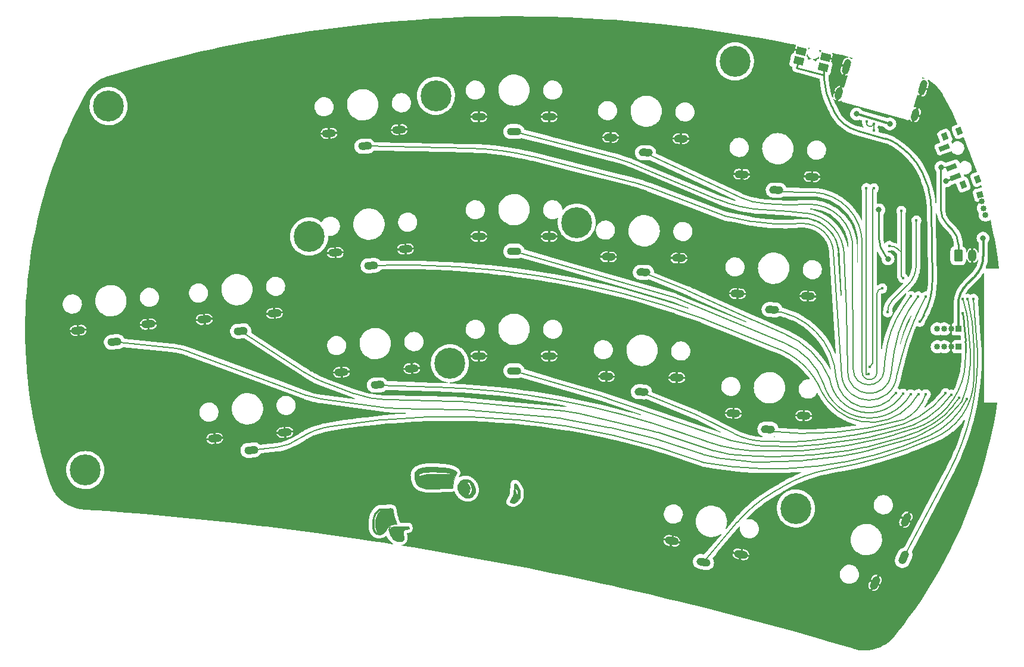
<source format=gbl>
%TF.GenerationSoftware,KiCad,Pcbnew,6.0.2-378541a8eb~116~ubuntu20.04.1*%
%TF.CreationDate,2022-03-20T18:22:01+01:00*%
%TF.ProjectId,Wubbo,57756262-6f2e-46b6-9963-61645f706362,v0.1*%
%TF.SameCoordinates,Original*%
%TF.FileFunction,Copper,L2,Bot*%
%TF.FilePolarity,Positive*%
%FSLAX46Y46*%
G04 Gerber Fmt 4.6, Leading zero omitted, Abs format (unit mm)*
G04 Created by KiCad (PCBNEW 6.0.2-378541a8eb~116~ubuntu20.04.1) date 2022-03-20 18:22:01*
%MOMM*%
%LPD*%
G01*
G04 APERTURE LIST*
G04 Aperture macros list*
%AMRoundRect*
0 Rectangle with rounded corners*
0 $1 Rounding radius*
0 $2 $3 $4 $5 $6 $7 $8 $9 X,Y pos of 4 corners*
0 Add a 4 corners polygon primitive as box body*
4,1,4,$2,$3,$4,$5,$6,$7,$8,$9,$2,$3,0*
0 Add four circle primitives for the rounded corners*
1,1,$1+$1,$2,$3*
1,1,$1+$1,$4,$5*
1,1,$1+$1,$6,$7*
1,1,$1+$1,$8,$9*
0 Add four rect primitives between the rounded corners*
20,1,$1+$1,$2,$3,$4,$5,0*
20,1,$1+$1,$4,$5,$6,$7,0*
20,1,$1+$1,$6,$7,$8,$9,0*
20,1,$1+$1,$8,$9,$2,$3,0*%
%AMHorizOval*
0 Thick line with rounded ends*
0 $1 width*
0 $2 $3 position (X,Y) of the first rounded end (center of the circle)*
0 $4 $5 position (X,Y) of the second rounded end (center of the circle)*
0 Add line between two ends*
20,1,$1,$2,$3,$4,$5,0*
0 Add two circle primitives to create the rounded ends*
1,1,$1,$2,$3*
1,1,$1,$4,$5*%
%AMRotRect*
0 Rectangle, with rotation*
0 The origin of the aperture is its center*
0 $1 length*
0 $2 width*
0 $3 Rotation angle, in degrees counterclockwise*
0 Add horizontal line*
21,1,$1,$2,0,0,$3*%
G04 Aperture macros list end*
%TA.AperFunction,EtchedComponent*%
%ADD10C,0.010000*%
%TD*%
%TA.AperFunction,ComponentPad*%
%ADD11HorizOval,1.100000X-0.449383X-0.023551X0.449383X0.023551X0*%
%TD*%
%TA.AperFunction,ComponentPad*%
%ADD12O,2.000000X1.100000*%
%TD*%
%TA.AperFunction,ComponentPad*%
%ADD13R,0.850000X0.850000*%
%TD*%
%TA.AperFunction,ComponentPad*%
%ADD14O,0.850000X0.850000*%
%TD*%
%TA.AperFunction,ComponentPad*%
%ADD15HorizOval,1.100000X-0.197267X-0.404457X0.197267X0.404457X0*%
%TD*%
%TA.AperFunction,ComponentPad*%
%ADD16HorizOval,1.100000X-0.449931X0.007854X0.449931X-0.007854X0*%
%TD*%
%TA.AperFunction,ComponentPad*%
%ADD17C,0.700000*%
%TD*%
%TA.AperFunction,ComponentPad*%
%ADD18C,4.400000*%
%TD*%
%TA.AperFunction,ComponentPad*%
%ADD19HorizOval,1.100000X-0.448288X-0.039220X0.448288X0.039220X0*%
%TD*%
%TA.AperFunction,ComponentPad*%
%ADD20HorizOval,1.100000X-0.449726X0.015705X0.449726X-0.015705X0*%
%TD*%
%TA.AperFunction,ComponentPad*%
%ADD21HorizOval,1.000000X-0.160343X-0.578178X0.160343X0.578178X0*%
%TD*%
%TA.AperFunction,ComponentPad*%
%ADD22HorizOval,1.000000X-0.106895X-0.385452X0.106895X0.385452X0*%
%TD*%
%TA.AperFunction,ComponentPad*%
%ADD23RotRect,0.850000X0.850000X15.000000*%
%TD*%
%TA.AperFunction,ComponentPad*%
%ADD24HorizOval,0.850000X0.000000X0.000000X0.000000X0.000000X0*%
%TD*%
%TA.AperFunction,ComponentPad*%
%ADD25HorizOval,1.100000X-0.441732X0.085864X0.441732X-0.085864X0*%
%TD*%
%TA.AperFunction,SMDPad,CuDef*%
%ADD26RotRect,1.400000X1.050000X346.000000*%
%TD*%
%TA.AperFunction,ComponentPad*%
%ADD27RoundRect,0.250000X-0.350000X-0.625000X0.350000X-0.625000X0.350000X0.625000X-0.350000X0.625000X0*%
%TD*%
%TA.AperFunction,ComponentPad*%
%ADD28O,1.200000X1.750000*%
%TD*%
%TA.AperFunction,SMDPad,CuDef*%
%ADD29RotRect,1.000000X0.800000X291.000000*%
%TD*%
%TA.AperFunction,SMDPad,CuDef*%
%ADD30RotRect,0.700000X1.500000X291.000000*%
%TD*%
%TA.AperFunction,ViaPad*%
%ADD31C,0.800000*%
%TD*%
%TA.AperFunction,ViaPad*%
%ADD32C,0.400000*%
%TD*%
%TA.AperFunction,Conductor*%
%ADD33C,0.300000*%
%TD*%
%TA.AperFunction,Conductor*%
%ADD34C,0.250000*%
%TD*%
%TA.AperFunction,Conductor*%
%ADD35C,0.200000*%
%TD*%
%TA.AperFunction,Conductor*%
%ADD36C,0.130000*%
%TD*%
%TA.AperFunction,Conductor*%
%ADD37C,0.127000*%
%TD*%
G04 APERTURE END LIST*
D10*
%TO.C,Ref\u002A\u002A*%
X38338030Y-12580977D02*
X38397882Y-12582426D01*
X38397882Y-12582426D02*
X38440368Y-12585114D01*
X38440368Y-12585114D02*
X38469053Y-12589160D01*
X38469053Y-12589160D02*
X38487505Y-12594682D01*
X38487505Y-12594682D02*
X38499289Y-12601799D01*
X38499289Y-12601799D02*
X38507972Y-12610631D01*
X38507972Y-12610631D02*
X38517120Y-12621295D01*
X38517120Y-12621295D02*
X38524315Y-12628621D01*
X38524315Y-12628621D02*
X38561436Y-12673290D01*
X38561436Y-12673290D02*
X38589009Y-12732422D01*
X38589009Y-12732422D02*
X38609446Y-12814119D01*
X38609446Y-12814119D02*
X38625162Y-12926483D01*
X38625162Y-12926483D02*
X38631170Y-12987363D01*
X38631170Y-12987363D02*
X38654725Y-13170734D01*
X38654725Y-13170734D02*
X38693584Y-13382232D01*
X38693584Y-13382232D02*
X38744997Y-13611694D01*
X38744997Y-13611694D02*
X38806214Y-13848955D01*
X38806214Y-13848955D02*
X38874485Y-14083853D01*
X38874485Y-14083853D02*
X38947060Y-14306223D01*
X38947060Y-14306223D02*
X39021190Y-14505902D01*
X39021190Y-14505902D02*
X39077932Y-14638522D01*
X39077932Y-14638522D02*
X39111733Y-14715091D01*
X39111733Y-14715091D02*
X39137070Y-14778899D01*
X39137070Y-14778899D02*
X39149563Y-14818711D01*
X39149563Y-14818711D02*
X39150166Y-14823730D01*
X39150166Y-14823730D02*
X39140277Y-14837805D01*
X39140277Y-14837805D02*
X39106440Y-14846689D01*
X39106440Y-14846689D02*
X39042400Y-14851284D01*
X39042400Y-14851284D02*
X38950614Y-14852500D01*
X38950614Y-14852500D02*
X38717857Y-14861176D01*
X38717857Y-14861176D02*
X38518280Y-14888456D01*
X38518280Y-14888456D02*
X38346173Y-14936217D01*
X38346173Y-14936217D02*
X38195829Y-15006334D01*
X38195829Y-15006334D02*
X38061537Y-15100684D01*
X38061537Y-15100684D02*
X37986676Y-15169323D01*
X37986676Y-15169323D02*
X37935392Y-15226896D01*
X37935392Y-15226896D02*
X37867812Y-15311936D01*
X37867812Y-15311936D02*
X37790184Y-15416083D01*
X37790184Y-15416083D02*
X37708760Y-15530975D01*
X37708760Y-15530975D02*
X37637895Y-15635901D01*
X37637895Y-15635901D02*
X37519942Y-15810553D01*
X37519942Y-15810553D02*
X37416928Y-15951561D01*
X37416928Y-15951561D02*
X37324329Y-16062877D01*
X37324329Y-16062877D02*
X37237620Y-16148450D01*
X37237620Y-16148450D02*
X37152276Y-16212231D01*
X37152276Y-16212231D02*
X37063772Y-16258170D01*
X37063772Y-16258170D02*
X36967586Y-16290218D01*
X36967586Y-16290218D02*
X36864039Y-16311546D01*
X36864039Y-16311546D02*
X36663658Y-16330905D01*
X36663658Y-16330905D02*
X36478658Y-16319802D01*
X36478658Y-16319802D02*
X36398500Y-16305223D01*
X36398500Y-16305223D02*
X36224482Y-16246817D01*
X36224482Y-16246817D02*
X36072436Y-16152734D01*
X36072436Y-16152734D02*
X35942686Y-16023677D01*
X35942686Y-16023677D02*
X35835558Y-15860350D01*
X35835558Y-15860350D02*
X35751376Y-15663457D01*
X35751376Y-15663457D02*
X35690467Y-15433702D01*
X35690467Y-15433702D02*
X35653155Y-15171788D01*
X35653155Y-15171788D02*
X35639952Y-14882500D01*
X35639952Y-14882500D02*
X35890037Y-14882500D01*
X35890037Y-14882500D02*
X35903502Y-15148526D01*
X35903502Y-15148526D02*
X35934851Y-15394711D01*
X35934851Y-15394711D02*
X35965341Y-15540416D01*
X35965341Y-15540416D02*
X36013935Y-15694245D01*
X36013935Y-15694245D02*
X36076142Y-15826866D01*
X36076142Y-15826866D02*
X36147903Y-15930919D01*
X36147903Y-15930919D02*
X36214540Y-15992203D01*
X36214540Y-15992203D02*
X36303507Y-16048330D01*
X36303507Y-16048330D02*
X36362972Y-16075044D01*
X36362972Y-16075044D02*
X36393635Y-16072592D01*
X36393635Y-16072592D02*
X36398500Y-16057522D01*
X36398500Y-16057522D02*
X36387319Y-16028132D01*
X36387319Y-16028132D02*
X36358806Y-15978322D01*
X36358806Y-15978322D02*
X36337896Y-15946397D01*
X36337896Y-15946397D02*
X36227877Y-15750121D01*
X36227877Y-15750121D02*
X36145861Y-15525204D01*
X36145861Y-15525204D02*
X36092593Y-15275394D01*
X36092593Y-15275394D02*
X36068821Y-15004443D01*
X36068821Y-15004443D02*
X36075291Y-14716099D01*
X36075291Y-14716099D02*
X36080553Y-14653783D01*
X36080553Y-14653783D02*
X36130606Y-14291485D01*
X36130606Y-14291485D02*
X36209269Y-13959719D01*
X36209269Y-13959719D02*
X36316960Y-13657432D01*
X36316960Y-13657432D02*
X36454100Y-13383572D01*
X36454100Y-13383572D02*
X36621110Y-13137086D01*
X36621110Y-13137086D02*
X36743387Y-12993729D01*
X36743387Y-12993729D02*
X36798126Y-12932424D01*
X36798126Y-12932424D02*
X36837900Y-12883085D01*
X36837900Y-12883085D02*
X36856727Y-12853358D01*
X36856727Y-12853358D02*
X36856969Y-12848580D01*
X36856969Y-12848580D02*
X36827893Y-12847805D01*
X36827893Y-12847805D02*
X36774378Y-12872663D01*
X36774378Y-12872663D02*
X36702139Y-12919078D01*
X36702139Y-12919078D02*
X36616894Y-12982970D01*
X36616894Y-12982970D02*
X36524358Y-13060262D01*
X36524358Y-13060262D02*
X36430248Y-13146876D01*
X36430248Y-13146876D02*
X36407196Y-13169456D01*
X36407196Y-13169456D02*
X36293065Y-13288201D01*
X36293065Y-13288201D02*
X36205826Y-13394518D01*
X36205826Y-13394518D02*
X36138285Y-13500547D01*
X36138285Y-13500547D02*
X36083247Y-13618431D01*
X36083247Y-13618431D02*
X36033515Y-13760313D01*
X36033515Y-13760313D02*
X36009308Y-13840878D01*
X36009308Y-13840878D02*
X35954092Y-14075823D01*
X35954092Y-14075823D02*
X35915618Y-14335105D01*
X35915618Y-14335105D02*
X35894171Y-14607678D01*
X35894171Y-14607678D02*
X35890037Y-14882500D01*
X35890037Y-14882500D02*
X35639952Y-14882500D01*
X35639952Y-14882500D02*
X35639765Y-14878418D01*
X35639765Y-14878418D02*
X35643983Y-14672583D01*
X35643983Y-14672583D02*
X35672739Y-14322111D01*
X35672739Y-14322111D02*
X35726676Y-13999570D01*
X35726676Y-13999570D02*
X35805179Y-13706143D01*
X35805179Y-13706143D02*
X35907635Y-13443018D01*
X35907635Y-13443018D02*
X36033428Y-13211378D01*
X36033428Y-13211378D02*
X36181944Y-13012410D01*
X36181944Y-13012410D02*
X36352570Y-12847299D01*
X36352570Y-12847299D02*
X36544691Y-12717230D01*
X36544691Y-12717230D02*
X36693799Y-12646807D01*
X36693799Y-12646807D02*
X36730850Y-12633100D01*
X36730850Y-12633100D02*
X36768644Y-12622238D01*
X36768644Y-12622238D02*
X36812729Y-12613795D01*
X36812729Y-12613795D02*
X36868655Y-12607346D01*
X36868655Y-12607346D02*
X36941972Y-12602467D01*
X36941972Y-12602467D02*
X37038230Y-12598733D01*
X37038230Y-12598733D02*
X37162979Y-12595719D01*
X37162979Y-12595719D02*
X37321767Y-12593001D01*
X37321767Y-12593001D02*
X37414500Y-12591636D01*
X37414500Y-12591636D02*
X37653446Y-12588149D01*
X37653446Y-12588149D02*
X37853627Y-12585188D01*
X37853627Y-12585188D02*
X38018610Y-12582872D01*
X38018610Y-12582872D02*
X38151960Y-12581318D01*
X38151960Y-12581318D02*
X38257245Y-12580647D01*
X38257245Y-12580647D02*
X38338030Y-12580977D01*
X38338030Y-12580977D02*
X38338030Y-12580977D01*
G36*
X35643983Y-14672583D02*
G01*
X35672739Y-14322111D01*
X35726676Y-13999570D01*
X35805179Y-13706143D01*
X35907635Y-13443018D01*
X36033428Y-13211378D01*
X36181944Y-13012410D01*
X36352570Y-12847299D01*
X36544691Y-12717230D01*
X36693799Y-12646807D01*
X36730850Y-12633100D01*
X36768644Y-12622238D01*
X36812729Y-12613795D01*
X36868655Y-12607346D01*
X36941972Y-12602467D01*
X37038230Y-12598733D01*
X37162979Y-12595719D01*
X37321767Y-12593001D01*
X37414500Y-12591636D01*
X37653446Y-12588149D01*
X37853627Y-12585188D01*
X38018610Y-12582872D01*
X38151960Y-12581318D01*
X38257245Y-12580647D01*
X38338030Y-12580977D01*
X38397882Y-12582426D01*
X38440368Y-12585114D01*
X38469053Y-12589160D01*
X38487505Y-12594682D01*
X38499289Y-12601799D01*
X38507972Y-12610631D01*
X38517120Y-12621295D01*
X38524315Y-12628621D01*
X38561436Y-12673290D01*
X38589009Y-12732422D01*
X38609446Y-12814119D01*
X38625162Y-12926483D01*
X38631170Y-12987363D01*
X38654725Y-13170734D01*
X38693584Y-13382232D01*
X38744997Y-13611694D01*
X38806214Y-13848955D01*
X38874485Y-14083853D01*
X38947060Y-14306223D01*
X39021190Y-14505902D01*
X39077932Y-14638522D01*
X39111733Y-14715091D01*
X39137070Y-14778899D01*
X39149563Y-14818711D01*
X39150166Y-14823730D01*
X39140277Y-14837805D01*
X39106440Y-14846689D01*
X39042400Y-14851284D01*
X38950614Y-14852500D01*
X38717857Y-14861176D01*
X38518280Y-14888456D01*
X38346173Y-14936217D01*
X38195829Y-15006334D01*
X38061537Y-15100684D01*
X37986676Y-15169323D01*
X37935392Y-15226896D01*
X37867812Y-15311936D01*
X37790184Y-15416083D01*
X37708760Y-15530975D01*
X37637895Y-15635901D01*
X37519942Y-15810553D01*
X37416928Y-15951561D01*
X37324329Y-16062877D01*
X37237620Y-16148450D01*
X37152276Y-16212231D01*
X37063772Y-16258170D01*
X36967586Y-16290218D01*
X36864039Y-16311546D01*
X36663658Y-16330905D01*
X36478658Y-16319802D01*
X36398500Y-16305223D01*
X36224482Y-16246817D01*
X36072436Y-16152734D01*
X35942686Y-16023677D01*
X35835558Y-15860350D01*
X35751376Y-15663457D01*
X35690467Y-15433702D01*
X35653155Y-15171788D01*
X35639952Y-14882500D01*
X35890037Y-14882500D01*
X35903502Y-15148526D01*
X35934851Y-15394711D01*
X35965341Y-15540416D01*
X36013935Y-15694245D01*
X36076142Y-15826866D01*
X36147903Y-15930919D01*
X36214540Y-15992203D01*
X36303507Y-16048330D01*
X36362972Y-16075044D01*
X36393635Y-16072592D01*
X36398500Y-16057522D01*
X36387319Y-16028132D01*
X36358806Y-15978322D01*
X36337896Y-15946397D01*
X36227877Y-15750121D01*
X36145861Y-15525204D01*
X36092593Y-15275394D01*
X36068821Y-15004443D01*
X36075291Y-14716099D01*
X36080553Y-14653783D01*
X36130606Y-14291485D01*
X36209269Y-13959719D01*
X36316960Y-13657432D01*
X36454100Y-13383572D01*
X36621110Y-13137086D01*
X36743387Y-12993729D01*
X36798126Y-12932424D01*
X36837900Y-12883085D01*
X36856727Y-12853358D01*
X36856969Y-12848580D01*
X36827893Y-12847805D01*
X36774378Y-12872663D01*
X36702139Y-12919078D01*
X36616894Y-12982970D01*
X36524358Y-13060262D01*
X36430248Y-13146876D01*
X36407196Y-13169456D01*
X36293065Y-13288201D01*
X36205826Y-13394518D01*
X36138285Y-13500547D01*
X36083247Y-13618431D01*
X36033515Y-13760313D01*
X36009308Y-13840878D01*
X35954092Y-14075823D01*
X35915618Y-14335105D01*
X35894171Y-14607678D01*
X35890037Y-14882500D01*
X35639952Y-14882500D01*
X35639765Y-14878418D01*
X35643983Y-14672583D01*
G37*
X35643983Y-14672583D02*
X35672739Y-14322111D01*
X35726676Y-13999570D01*
X35805179Y-13706143D01*
X35907635Y-13443018D01*
X36033428Y-13211378D01*
X36181944Y-13012410D01*
X36352570Y-12847299D01*
X36544691Y-12717230D01*
X36693799Y-12646807D01*
X36730850Y-12633100D01*
X36768644Y-12622238D01*
X36812729Y-12613795D01*
X36868655Y-12607346D01*
X36941972Y-12602467D01*
X37038230Y-12598733D01*
X37162979Y-12595719D01*
X37321767Y-12593001D01*
X37414500Y-12591636D01*
X37653446Y-12588149D01*
X37853627Y-12585188D01*
X38018610Y-12582872D01*
X38151960Y-12581318D01*
X38257245Y-12580647D01*
X38338030Y-12580977D01*
X38397882Y-12582426D01*
X38440368Y-12585114D01*
X38469053Y-12589160D01*
X38487505Y-12594682D01*
X38499289Y-12601799D01*
X38507972Y-12610631D01*
X38517120Y-12621295D01*
X38524315Y-12628621D01*
X38561436Y-12673290D01*
X38589009Y-12732422D01*
X38609446Y-12814119D01*
X38625162Y-12926483D01*
X38631170Y-12987363D01*
X38654725Y-13170734D01*
X38693584Y-13382232D01*
X38744997Y-13611694D01*
X38806214Y-13848955D01*
X38874485Y-14083853D01*
X38947060Y-14306223D01*
X39021190Y-14505902D01*
X39077932Y-14638522D01*
X39111733Y-14715091D01*
X39137070Y-14778899D01*
X39149563Y-14818711D01*
X39150166Y-14823730D01*
X39140277Y-14837805D01*
X39106440Y-14846689D01*
X39042400Y-14851284D01*
X38950614Y-14852500D01*
X38717857Y-14861176D01*
X38518280Y-14888456D01*
X38346173Y-14936217D01*
X38195829Y-15006334D01*
X38061537Y-15100684D01*
X37986676Y-15169323D01*
X37935392Y-15226896D01*
X37867812Y-15311936D01*
X37790184Y-15416083D01*
X37708760Y-15530975D01*
X37637895Y-15635901D01*
X37519942Y-15810553D01*
X37416928Y-15951561D01*
X37324329Y-16062877D01*
X37237620Y-16148450D01*
X37152276Y-16212231D01*
X37063772Y-16258170D01*
X36967586Y-16290218D01*
X36864039Y-16311546D01*
X36663658Y-16330905D01*
X36478658Y-16319802D01*
X36398500Y-16305223D01*
X36224482Y-16246817D01*
X36072436Y-16152734D01*
X35942686Y-16023677D01*
X35835558Y-15860350D01*
X35751376Y-15663457D01*
X35690467Y-15433702D01*
X35653155Y-15171788D01*
X35639952Y-14882500D01*
X35890037Y-14882500D01*
X35903502Y-15148526D01*
X35934851Y-15394711D01*
X35965341Y-15540416D01*
X36013935Y-15694245D01*
X36076142Y-15826866D01*
X36147903Y-15930919D01*
X36214540Y-15992203D01*
X36303507Y-16048330D01*
X36362972Y-16075044D01*
X36393635Y-16072592D01*
X36398500Y-16057522D01*
X36387319Y-16028132D01*
X36358806Y-15978322D01*
X36337896Y-15946397D01*
X36227877Y-15750121D01*
X36145861Y-15525204D01*
X36092593Y-15275394D01*
X36068821Y-15004443D01*
X36075291Y-14716099D01*
X36080553Y-14653783D01*
X36130606Y-14291485D01*
X36209269Y-13959719D01*
X36316960Y-13657432D01*
X36454100Y-13383572D01*
X36621110Y-13137086D01*
X36743387Y-12993729D01*
X36798126Y-12932424D01*
X36837900Y-12883085D01*
X36856727Y-12853358D01*
X36856969Y-12848580D01*
X36827893Y-12847805D01*
X36774378Y-12872663D01*
X36702139Y-12919078D01*
X36616894Y-12982970D01*
X36524358Y-13060262D01*
X36430248Y-13146876D01*
X36407196Y-13169456D01*
X36293065Y-13288201D01*
X36205826Y-13394518D01*
X36138285Y-13500547D01*
X36083247Y-13618431D01*
X36033515Y-13760313D01*
X36009308Y-13840878D01*
X35954092Y-14075823D01*
X35915618Y-14335105D01*
X35894171Y-14607678D01*
X35890037Y-14882500D01*
X35639952Y-14882500D01*
X35639765Y-14878418D01*
X35643983Y-14672583D01*
X49222645Y-8484570D02*
X49256509Y-8492613D01*
X49256509Y-8492613D02*
X49435609Y-8559346D01*
X49435609Y-8559346D02*
X49612720Y-8663898D01*
X49612720Y-8663898D02*
X49781795Y-8801950D01*
X49781795Y-8801950D02*
X49936790Y-8969181D01*
X49936790Y-8969181D02*
X49954268Y-8991149D01*
X49954268Y-8991149D02*
X50090619Y-9192616D01*
X50090619Y-9192616D02*
X50193486Y-9402611D01*
X50193486Y-9402611D02*
X50263364Y-9617135D01*
X50263364Y-9617135D02*
X50300746Y-9832189D01*
X50300746Y-9832189D02*
X50306128Y-10043774D01*
X50306128Y-10043774D02*
X50280004Y-10247893D01*
X50280004Y-10247893D02*
X50222870Y-10440545D01*
X50222870Y-10440545D02*
X50135219Y-10617733D01*
X50135219Y-10617733D02*
X50017546Y-10775457D01*
X50017546Y-10775457D02*
X49870345Y-10909719D01*
X49870345Y-10909719D02*
X49704358Y-11011523D01*
X49704358Y-11011523D02*
X49632311Y-11045680D01*
X49632311Y-11045680D02*
X49573057Y-11068166D01*
X49573057Y-11068166D02*
X49513368Y-11081848D01*
X49513368Y-11081848D02*
X49440018Y-11089593D01*
X49440018Y-11089593D02*
X49339779Y-11094268D01*
X49339779Y-11094268D02*
X49319416Y-11094953D01*
X49319416Y-11094953D02*
X49217709Y-11097239D01*
X49217709Y-11097239D02*
X49125637Y-11097422D01*
X49125637Y-11097422D02*
X49055184Y-11095579D01*
X49055184Y-11095579D02*
X49024416Y-11093020D01*
X49024416Y-11093020D02*
X48889787Y-11068663D01*
X48889787Y-11068663D02*
X48781506Y-11037860D01*
X48781506Y-11037860D02*
X48683599Y-10995072D01*
X48683599Y-10995072D02*
X48594992Y-10944141D01*
X48594992Y-10944141D02*
X48386976Y-10793748D01*
X48386976Y-10793748D02*
X48207969Y-10621978D01*
X48207969Y-10621978D02*
X48059361Y-10432732D01*
X48059361Y-10432732D02*
X47942540Y-10229912D01*
X47942540Y-10229912D02*
X47858897Y-10017420D01*
X47858897Y-10017420D02*
X47809820Y-9799159D01*
X47809820Y-9799159D02*
X47796699Y-9579030D01*
X47796699Y-9579030D02*
X47820922Y-9360935D01*
X47820922Y-9360935D02*
X47883879Y-9148777D01*
X47883879Y-9148777D02*
X47923868Y-9059002D01*
X47923868Y-9059002D02*
X47984128Y-8957117D01*
X47984128Y-8957117D02*
X49142376Y-8957117D01*
X49142376Y-8957117D02*
X49163747Y-9014708D01*
X49163747Y-9014708D02*
X49216505Y-9089328D01*
X49216505Y-9089328D02*
X49276902Y-9158596D01*
X49276902Y-9158596D02*
X49398119Y-9319133D01*
X49398119Y-9319133D02*
X49483153Y-9493892D01*
X49483153Y-9493892D02*
X49531520Y-9677472D01*
X49531520Y-9677472D02*
X49542732Y-9864467D01*
X49542732Y-9864467D02*
X49516305Y-10049477D01*
X49516305Y-10049477D02*
X49451752Y-10227098D01*
X49451752Y-10227098D02*
X49383524Y-10344281D01*
X49383524Y-10344281D02*
X49321109Y-10448010D01*
X49321109Y-10448010D02*
X49292381Y-10528853D01*
X49292381Y-10528853D02*
X49296819Y-10588856D01*
X49296819Y-10588856D02*
X49314400Y-10614933D01*
X49314400Y-10614933D02*
X49366479Y-10638607D01*
X49366479Y-10638607D02*
X49437188Y-10625133D01*
X49437188Y-10625133D02*
X49492070Y-10596771D01*
X49492070Y-10596771D02*
X49605114Y-10502802D01*
X49605114Y-10502802D02*
X49695341Y-10377747D01*
X49695341Y-10377747D02*
X49760605Y-10227465D01*
X49760605Y-10227465D02*
X49798755Y-10057815D01*
X49798755Y-10057815D02*
X49807644Y-9874657D01*
X49807644Y-9874657D02*
X49798204Y-9761953D01*
X49798204Y-9761953D02*
X49765341Y-9577607D01*
X49765341Y-9577607D02*
X49718822Y-9406184D01*
X49718822Y-9406184D02*
X49661035Y-9251160D01*
X49661035Y-9251160D02*
X49594369Y-9116011D01*
X49594369Y-9116011D02*
X49521215Y-9004211D01*
X49521215Y-9004211D02*
X49443961Y-8919238D01*
X49443961Y-8919238D02*
X49364998Y-8864567D01*
X49364998Y-8864567D02*
X49286713Y-8843673D01*
X49286713Y-8843673D02*
X49211498Y-8860033D01*
X49211498Y-8860033D02*
X49187876Y-8874116D01*
X49187876Y-8874116D02*
X49150912Y-8911829D01*
X49150912Y-8911829D02*
X49142376Y-8957117D01*
X49142376Y-8957117D02*
X47984128Y-8957117D01*
X47984128Y-8957117D02*
X48004301Y-8923010D01*
X48004301Y-8923010D02*
X48104326Y-8795072D01*
X48104326Y-8795072D02*
X48214333Y-8685930D01*
X48214333Y-8685930D02*
X48324709Y-8606323D01*
X48324709Y-8606323D02*
X48333240Y-8601567D01*
X48333240Y-8601567D02*
X48488168Y-8535738D01*
X48488168Y-8535738D02*
X48667980Y-8489541D01*
X48667980Y-8489541D02*
X48859269Y-8464560D01*
X48859269Y-8464560D02*
X49048627Y-8462375D01*
X49048627Y-8462375D02*
X49222645Y-8484570D01*
X49222645Y-8484570D02*
X49222645Y-8484570D01*
G36*
X48104326Y-8795072D02*
G01*
X48214333Y-8685930D01*
X48324709Y-8606323D01*
X48333240Y-8601567D01*
X48488168Y-8535738D01*
X48667980Y-8489541D01*
X48859269Y-8464560D01*
X49048627Y-8462375D01*
X49222645Y-8484570D01*
X49256509Y-8492613D01*
X49435609Y-8559346D01*
X49612720Y-8663898D01*
X49781795Y-8801950D01*
X49936790Y-8969181D01*
X49954268Y-8991149D01*
X50090619Y-9192616D01*
X50193486Y-9402611D01*
X50263364Y-9617135D01*
X50300746Y-9832189D01*
X50306128Y-10043774D01*
X50280004Y-10247893D01*
X50222870Y-10440545D01*
X50135219Y-10617733D01*
X50017546Y-10775457D01*
X49870345Y-10909719D01*
X49704358Y-11011523D01*
X49632311Y-11045680D01*
X49573057Y-11068166D01*
X49513368Y-11081848D01*
X49440018Y-11089593D01*
X49339779Y-11094268D01*
X49319416Y-11094953D01*
X49217709Y-11097239D01*
X49125637Y-11097422D01*
X49055184Y-11095579D01*
X49024416Y-11093020D01*
X48889787Y-11068663D01*
X48781506Y-11037860D01*
X48683599Y-10995072D01*
X48594992Y-10944141D01*
X48386976Y-10793748D01*
X48207969Y-10621978D01*
X48059361Y-10432732D01*
X47942540Y-10229912D01*
X47858897Y-10017420D01*
X47809820Y-9799159D01*
X47796699Y-9579030D01*
X47820922Y-9360935D01*
X47883879Y-9148777D01*
X47923868Y-9059002D01*
X47984128Y-8957117D01*
X49142376Y-8957117D01*
X49163747Y-9014708D01*
X49216505Y-9089328D01*
X49276902Y-9158596D01*
X49398119Y-9319133D01*
X49483153Y-9493892D01*
X49531520Y-9677472D01*
X49542732Y-9864467D01*
X49516305Y-10049477D01*
X49451752Y-10227098D01*
X49383524Y-10344281D01*
X49321109Y-10448010D01*
X49292381Y-10528853D01*
X49296819Y-10588856D01*
X49314400Y-10614933D01*
X49366479Y-10638607D01*
X49437188Y-10625133D01*
X49492070Y-10596771D01*
X49605114Y-10502802D01*
X49695341Y-10377747D01*
X49760605Y-10227465D01*
X49798755Y-10057815D01*
X49807644Y-9874657D01*
X49798204Y-9761953D01*
X49765341Y-9577607D01*
X49718822Y-9406184D01*
X49661035Y-9251160D01*
X49594369Y-9116011D01*
X49521215Y-9004211D01*
X49443961Y-8919238D01*
X49364998Y-8864567D01*
X49286713Y-8843673D01*
X49211498Y-8860033D01*
X49187876Y-8874116D01*
X49150912Y-8911829D01*
X49142376Y-8957117D01*
X47984128Y-8957117D01*
X48004301Y-8923010D01*
X48104326Y-8795072D01*
G37*
X48104326Y-8795072D02*
X48214333Y-8685930D01*
X48324709Y-8606323D01*
X48333240Y-8601567D01*
X48488168Y-8535738D01*
X48667980Y-8489541D01*
X48859269Y-8464560D01*
X49048627Y-8462375D01*
X49222645Y-8484570D01*
X49256509Y-8492613D01*
X49435609Y-8559346D01*
X49612720Y-8663898D01*
X49781795Y-8801950D01*
X49936790Y-8969181D01*
X49954268Y-8991149D01*
X50090619Y-9192616D01*
X50193486Y-9402611D01*
X50263364Y-9617135D01*
X50300746Y-9832189D01*
X50306128Y-10043774D01*
X50280004Y-10247893D01*
X50222870Y-10440545D01*
X50135219Y-10617733D01*
X50017546Y-10775457D01*
X49870345Y-10909719D01*
X49704358Y-11011523D01*
X49632311Y-11045680D01*
X49573057Y-11068166D01*
X49513368Y-11081848D01*
X49440018Y-11089593D01*
X49339779Y-11094268D01*
X49319416Y-11094953D01*
X49217709Y-11097239D01*
X49125637Y-11097422D01*
X49055184Y-11095579D01*
X49024416Y-11093020D01*
X48889787Y-11068663D01*
X48781506Y-11037860D01*
X48683599Y-10995072D01*
X48594992Y-10944141D01*
X48386976Y-10793748D01*
X48207969Y-10621978D01*
X48059361Y-10432732D01*
X47942540Y-10229912D01*
X47858897Y-10017420D01*
X47809820Y-9799159D01*
X47796699Y-9579030D01*
X47820922Y-9360935D01*
X47883879Y-9148777D01*
X47923868Y-9059002D01*
X47984128Y-8957117D01*
X49142376Y-8957117D01*
X49163747Y-9014708D01*
X49216505Y-9089328D01*
X49276902Y-9158596D01*
X49398119Y-9319133D01*
X49483153Y-9493892D01*
X49531520Y-9677472D01*
X49542732Y-9864467D01*
X49516305Y-10049477D01*
X49451752Y-10227098D01*
X49383524Y-10344281D01*
X49321109Y-10448010D01*
X49292381Y-10528853D01*
X49296819Y-10588856D01*
X49314400Y-10614933D01*
X49366479Y-10638607D01*
X49437188Y-10625133D01*
X49492070Y-10596771D01*
X49605114Y-10502802D01*
X49695341Y-10377747D01*
X49760605Y-10227465D01*
X49798755Y-10057815D01*
X49807644Y-9874657D01*
X49798204Y-9761953D01*
X49765341Y-9577607D01*
X49718822Y-9406184D01*
X49661035Y-9251160D01*
X49594369Y-9116011D01*
X49521215Y-9004211D01*
X49443961Y-8919238D01*
X49364998Y-8864567D01*
X49286713Y-8843673D01*
X49211498Y-8860033D01*
X49187876Y-8874116D01*
X49150912Y-8911829D01*
X49142376Y-8957117D01*
X47984128Y-8957117D01*
X48004301Y-8923010D01*
X48104326Y-8795072D01*
X44258123Y-6708478D02*
X44553942Y-6715143D01*
X44553942Y-6715143D02*
X44858630Y-6726760D01*
X44858630Y-6726760D02*
X45164017Y-6742942D01*
X45164017Y-6742942D02*
X45461932Y-6763300D01*
X45461932Y-6763300D02*
X45744205Y-6787447D01*
X45744205Y-6787447D02*
X46002665Y-6814994D01*
X46002665Y-6814994D02*
X46229142Y-6845554D01*
X46229142Y-6845554D02*
X46281298Y-6853866D01*
X46281298Y-6853866D02*
X46534303Y-6902967D01*
X46534303Y-6902967D02*
X46772127Y-6963370D01*
X46772127Y-6963370D02*
X46990844Y-7033347D01*
X46990844Y-7033347D02*
X47186528Y-7111173D01*
X47186528Y-7111173D02*
X47355255Y-7195120D01*
X47355255Y-7195120D02*
X47493097Y-7283464D01*
X47493097Y-7283464D02*
X47596130Y-7374477D01*
X47596130Y-7374477D02*
X47656580Y-7458650D01*
X47656580Y-7458650D02*
X47671570Y-7492699D01*
X47671570Y-7492699D02*
X47676318Y-7525030D01*
X47676318Y-7525030D02*
X47668286Y-7563415D01*
X47668286Y-7563415D02*
X47644935Y-7615626D01*
X47644935Y-7615626D02*
X47603726Y-7689434D01*
X47603726Y-7689434D02*
X47553869Y-7773118D01*
X47553869Y-7773118D02*
X47447704Y-7977474D01*
X47447704Y-7977474D02*
X47353245Y-8215775D01*
X47353245Y-8215775D02*
X47272441Y-8480773D01*
X47272441Y-8480773D02*
X47207244Y-8765219D01*
X47207244Y-8765219D02*
X47159603Y-9061864D01*
X47159603Y-9061864D02*
X47133138Y-9336539D01*
X47133138Y-9336539D02*
X47126466Y-9451007D01*
X47126466Y-9451007D02*
X47119906Y-9540394D01*
X47119906Y-9540394D02*
X47108648Y-9607922D01*
X47108648Y-9607922D02*
X47087881Y-9656813D01*
X47087881Y-9656813D02*
X47052796Y-9690290D01*
X47052796Y-9690290D02*
X46998582Y-9711577D01*
X46998582Y-9711577D02*
X46920429Y-9723895D01*
X46920429Y-9723895D02*
X46813526Y-9730468D01*
X46813526Y-9730468D02*
X46673063Y-9734518D01*
X46673063Y-9734518D02*
X46533768Y-9738095D01*
X46533768Y-9738095D02*
X46367378Y-9743347D01*
X46367378Y-9743347D02*
X46194100Y-9749707D01*
X46194100Y-9749707D02*
X46025275Y-9756695D01*
X46025275Y-9756695D02*
X45872243Y-9763832D01*
X45872243Y-9763832D02*
X45746347Y-9770641D01*
X45746347Y-9770641D02*
X45711833Y-9772790D01*
X45711833Y-9772790D02*
X45605051Y-9778431D01*
X45605051Y-9778431D02*
X45467549Y-9783634D01*
X45467549Y-9783634D02*
X45304657Y-9788356D01*
X45304657Y-9788356D02*
X45121703Y-9792553D01*
X45121703Y-9792553D02*
X44924016Y-9796179D01*
X44924016Y-9796179D02*
X44716924Y-9799191D01*
X44716924Y-9799191D02*
X44505756Y-9801544D01*
X44505756Y-9801544D02*
X44295839Y-9803193D01*
X44295839Y-9803193D02*
X44092504Y-9804095D01*
X44092504Y-9804095D02*
X43901078Y-9804204D01*
X43901078Y-9804204D02*
X43726891Y-9803476D01*
X43726891Y-9803476D02*
X43575270Y-9801867D01*
X43575270Y-9801867D02*
X43451544Y-9799332D01*
X43451544Y-9799332D02*
X43361041Y-9795827D01*
X43361041Y-9795827D02*
X43320000Y-9792739D01*
X43320000Y-9792739D02*
X43024472Y-9751365D01*
X43024472Y-9751365D02*
X42766195Y-9694079D01*
X42766195Y-9694079D02*
X42542244Y-9618311D01*
X42542244Y-9618311D02*
X42349694Y-9521489D01*
X42349694Y-9521489D02*
X42185620Y-9401043D01*
X42185620Y-9401043D02*
X42047095Y-9254403D01*
X42047095Y-9254403D02*
X41931196Y-9078998D01*
X41931196Y-9078998D02*
X41834998Y-8872258D01*
X41834998Y-8872258D02*
X41755574Y-8631612D01*
X41755574Y-8631612D02*
X41691436Y-8361591D01*
X41691436Y-8361591D02*
X41653015Y-8112094D01*
X41653015Y-8112094D02*
X41644698Y-7893991D01*
X41644698Y-7893991D02*
X42287390Y-7893991D01*
X42287390Y-7893991D02*
X42305081Y-7929897D01*
X42305081Y-7929897D02*
X42312924Y-7942022D01*
X42312924Y-7942022D02*
X42346968Y-7981565D01*
X42346968Y-7981565D02*
X42388057Y-7991631D01*
X42388057Y-7991631D02*
X42420211Y-7988050D01*
X42420211Y-7988050D02*
X42478842Y-7972442D01*
X42478842Y-7972442D02*
X42554480Y-7944523D01*
X42554480Y-7944523D02*
X42603562Y-7922978D01*
X42603562Y-7922978D02*
X42707587Y-7880558D01*
X42707587Y-7880558D02*
X42831799Y-7842956D01*
X42831799Y-7842956D02*
X42980297Y-7809412D01*
X42980297Y-7809412D02*
X43157181Y-7779166D01*
X43157181Y-7779166D02*
X43366552Y-7751457D01*
X43366552Y-7751457D02*
X43612509Y-7725525D01*
X43612509Y-7725525D02*
X43722166Y-7715469D01*
X43722166Y-7715469D02*
X43840877Y-7707437D01*
X43840877Y-7707437D02*
X43995437Y-7700778D01*
X43995437Y-7700778D02*
X44179384Y-7695491D01*
X44179384Y-7695491D02*
X44386257Y-7691572D01*
X44386257Y-7691572D02*
X44609595Y-7689020D01*
X44609595Y-7689020D02*
X44842935Y-7687830D01*
X44842935Y-7687830D02*
X45079815Y-7688002D01*
X45079815Y-7688002D02*
X45313775Y-7689532D01*
X45313775Y-7689532D02*
X45538353Y-7692418D01*
X45538353Y-7692418D02*
X45747085Y-7696656D01*
X45747085Y-7696656D02*
X45933512Y-7702246D01*
X45933512Y-7702246D02*
X46091172Y-7709183D01*
X46091172Y-7709183D02*
X46201622Y-7716454D01*
X46201622Y-7716454D02*
X46364483Y-7727963D01*
X46364483Y-7727963D02*
X46490188Y-7732124D01*
X46490188Y-7732124D02*
X46583369Y-7728382D01*
X46583369Y-7728382D02*
X46648654Y-7716183D01*
X46648654Y-7716183D02*
X46690672Y-7694974D01*
X46690672Y-7694974D02*
X46714054Y-7664200D01*
X46714054Y-7664200D02*
X46717604Y-7654714D01*
X46717604Y-7654714D02*
X46722836Y-7610955D01*
X46722836Y-7610955D02*
X46700728Y-7580563D01*
X46700728Y-7580563D02*
X46644821Y-7556580D01*
X46644821Y-7556580D02*
X46619857Y-7549423D01*
X46619857Y-7549423D02*
X46509374Y-7526034D01*
X46509374Y-7526034D02*
X46361470Y-7504491D01*
X46361470Y-7504491D02*
X46181022Y-7484911D01*
X46181022Y-7484911D02*
X45972906Y-7467409D01*
X45972906Y-7467409D02*
X45742000Y-7452100D01*
X45742000Y-7452100D02*
X45493179Y-7439100D01*
X45493179Y-7439100D02*
X45231320Y-7428524D01*
X45231320Y-7428524D02*
X44961301Y-7420488D01*
X44961301Y-7420488D02*
X44687998Y-7415107D01*
X44687998Y-7415107D02*
X44416288Y-7412496D01*
X44416288Y-7412496D02*
X44151047Y-7412772D01*
X44151047Y-7412772D02*
X43897152Y-7416049D01*
X43897152Y-7416049D02*
X43659481Y-7422444D01*
X43659481Y-7422444D02*
X43442909Y-7432071D01*
X43442909Y-7432071D02*
X43252314Y-7445046D01*
X43252314Y-7445046D02*
X43092572Y-7461485D01*
X43092572Y-7461485D02*
X43064529Y-7465230D01*
X43064529Y-7465230D02*
X42900535Y-7496620D01*
X42900535Y-7496620D02*
X42742966Y-7542508D01*
X42742966Y-7542508D02*
X42598872Y-7599635D01*
X42598872Y-7599635D02*
X42475305Y-7664740D01*
X42475305Y-7664740D02*
X42379315Y-7734566D01*
X42379315Y-7734566D02*
X42317954Y-7805853D01*
X42317954Y-7805853D02*
X42314544Y-7811906D01*
X42314544Y-7811906D02*
X42290462Y-7861298D01*
X42290462Y-7861298D02*
X42287390Y-7893991D01*
X42287390Y-7893991D02*
X41644698Y-7893991D01*
X41644698Y-7893991D02*
X41644390Y-7885931D01*
X41644390Y-7885931D02*
X41666453Y-7682298D01*
X41666453Y-7682298D02*
X41720092Y-7500388D01*
X41720092Y-7500388D02*
X41806200Y-7339398D01*
X41806200Y-7339398D02*
X41925667Y-7198522D01*
X41925667Y-7198522D02*
X42079384Y-7076956D01*
X42079384Y-7076956D02*
X42268242Y-6973893D01*
X42268242Y-6973893D02*
X42493130Y-6888530D01*
X42493130Y-6888530D02*
X42754941Y-6820061D01*
X42754941Y-6820061D02*
X43054565Y-6767682D01*
X43054565Y-6767682D02*
X43392892Y-6730586D01*
X43392892Y-6730586D02*
X43505587Y-6722077D01*
X43505587Y-6722077D02*
X43725775Y-6711557D01*
X43725775Y-6711557D02*
X43979344Y-6707153D01*
X43979344Y-6707153D02*
X44258123Y-6708478D01*
X44258123Y-6708478D02*
X44258123Y-6708478D01*
G36*
X41666453Y-7682298D02*
G01*
X41720092Y-7500388D01*
X41806200Y-7339398D01*
X41925667Y-7198522D01*
X42079384Y-7076956D01*
X42268242Y-6973893D01*
X42493130Y-6888530D01*
X42754941Y-6820061D01*
X43054565Y-6767682D01*
X43392892Y-6730586D01*
X43505587Y-6722077D01*
X43725775Y-6711557D01*
X43979344Y-6707153D01*
X44258123Y-6708478D01*
X44553942Y-6715143D01*
X44858630Y-6726760D01*
X45164017Y-6742942D01*
X45461932Y-6763300D01*
X45744205Y-6787447D01*
X46002665Y-6814994D01*
X46229142Y-6845554D01*
X46281298Y-6853866D01*
X46534303Y-6902967D01*
X46772127Y-6963370D01*
X46990844Y-7033347D01*
X47186528Y-7111173D01*
X47355255Y-7195120D01*
X47493097Y-7283464D01*
X47596130Y-7374477D01*
X47656580Y-7458650D01*
X47671570Y-7492699D01*
X47676318Y-7525030D01*
X47668286Y-7563415D01*
X47644935Y-7615626D01*
X47603726Y-7689434D01*
X47553869Y-7773118D01*
X47447704Y-7977474D01*
X47353245Y-8215775D01*
X47272441Y-8480773D01*
X47207244Y-8765219D01*
X47159603Y-9061864D01*
X47133138Y-9336539D01*
X47126466Y-9451007D01*
X47119906Y-9540394D01*
X47108648Y-9607922D01*
X47087881Y-9656813D01*
X47052796Y-9690290D01*
X46998582Y-9711577D01*
X46920429Y-9723895D01*
X46813526Y-9730468D01*
X46673063Y-9734518D01*
X46533768Y-9738095D01*
X46367378Y-9743347D01*
X46194100Y-9749707D01*
X46025275Y-9756695D01*
X45872243Y-9763832D01*
X45746347Y-9770641D01*
X45711833Y-9772790D01*
X45605051Y-9778431D01*
X45467549Y-9783634D01*
X45304657Y-9788356D01*
X45121703Y-9792553D01*
X44924016Y-9796179D01*
X44716924Y-9799191D01*
X44505756Y-9801544D01*
X44295839Y-9803193D01*
X44092504Y-9804095D01*
X43901078Y-9804204D01*
X43726891Y-9803476D01*
X43575270Y-9801867D01*
X43451544Y-9799332D01*
X43361041Y-9795827D01*
X43320000Y-9792739D01*
X43024472Y-9751365D01*
X42766195Y-9694079D01*
X42542244Y-9618311D01*
X42349694Y-9521489D01*
X42185620Y-9401043D01*
X42047095Y-9254403D01*
X41931196Y-9078998D01*
X41834998Y-8872258D01*
X41755574Y-8631612D01*
X41691436Y-8361591D01*
X41653015Y-8112094D01*
X41644698Y-7893991D01*
X42287390Y-7893991D01*
X42305081Y-7929897D01*
X42312924Y-7942022D01*
X42346968Y-7981565D01*
X42388057Y-7991631D01*
X42420211Y-7988050D01*
X42478842Y-7972442D01*
X42554480Y-7944523D01*
X42603562Y-7922978D01*
X42707587Y-7880558D01*
X42831799Y-7842956D01*
X42980297Y-7809412D01*
X43157181Y-7779166D01*
X43366552Y-7751457D01*
X43612509Y-7725525D01*
X43722166Y-7715469D01*
X43840877Y-7707437D01*
X43995437Y-7700778D01*
X44179384Y-7695491D01*
X44386257Y-7691572D01*
X44609595Y-7689020D01*
X44842935Y-7687830D01*
X45079815Y-7688002D01*
X45313775Y-7689532D01*
X45538353Y-7692418D01*
X45747085Y-7696656D01*
X45933512Y-7702246D01*
X46091172Y-7709183D01*
X46201622Y-7716454D01*
X46364483Y-7727963D01*
X46490188Y-7732124D01*
X46583369Y-7728382D01*
X46648654Y-7716183D01*
X46690672Y-7694974D01*
X46714054Y-7664200D01*
X46717604Y-7654714D01*
X46722836Y-7610955D01*
X46700728Y-7580563D01*
X46644821Y-7556580D01*
X46619857Y-7549423D01*
X46509374Y-7526034D01*
X46361470Y-7504491D01*
X46181022Y-7484911D01*
X45972906Y-7467409D01*
X45742000Y-7452100D01*
X45493179Y-7439100D01*
X45231320Y-7428524D01*
X44961301Y-7420488D01*
X44687998Y-7415107D01*
X44416288Y-7412496D01*
X44151047Y-7412772D01*
X43897152Y-7416049D01*
X43659481Y-7422444D01*
X43442909Y-7432071D01*
X43252314Y-7445046D01*
X43092572Y-7461485D01*
X43064529Y-7465230D01*
X42900535Y-7496620D01*
X42742966Y-7542508D01*
X42598872Y-7599635D01*
X42475305Y-7664740D01*
X42379315Y-7734566D01*
X42317954Y-7805853D01*
X42314544Y-7811906D01*
X42290462Y-7861298D01*
X42287390Y-7893991D01*
X41644698Y-7893991D01*
X41644390Y-7885931D01*
X41666453Y-7682298D01*
G37*
X41666453Y-7682298D02*
X41720092Y-7500388D01*
X41806200Y-7339398D01*
X41925667Y-7198522D01*
X42079384Y-7076956D01*
X42268242Y-6973893D01*
X42493130Y-6888530D01*
X42754941Y-6820061D01*
X43054565Y-6767682D01*
X43392892Y-6730586D01*
X43505587Y-6722077D01*
X43725775Y-6711557D01*
X43979344Y-6707153D01*
X44258123Y-6708478D01*
X44553942Y-6715143D01*
X44858630Y-6726760D01*
X45164017Y-6742942D01*
X45461932Y-6763300D01*
X45744205Y-6787447D01*
X46002665Y-6814994D01*
X46229142Y-6845554D01*
X46281298Y-6853866D01*
X46534303Y-6902967D01*
X46772127Y-6963370D01*
X46990844Y-7033347D01*
X47186528Y-7111173D01*
X47355255Y-7195120D01*
X47493097Y-7283464D01*
X47596130Y-7374477D01*
X47656580Y-7458650D01*
X47671570Y-7492699D01*
X47676318Y-7525030D01*
X47668286Y-7563415D01*
X47644935Y-7615626D01*
X47603726Y-7689434D01*
X47553869Y-7773118D01*
X47447704Y-7977474D01*
X47353245Y-8215775D01*
X47272441Y-8480773D01*
X47207244Y-8765219D01*
X47159603Y-9061864D01*
X47133138Y-9336539D01*
X47126466Y-9451007D01*
X47119906Y-9540394D01*
X47108648Y-9607922D01*
X47087881Y-9656813D01*
X47052796Y-9690290D01*
X46998582Y-9711577D01*
X46920429Y-9723895D01*
X46813526Y-9730468D01*
X46673063Y-9734518D01*
X46533768Y-9738095D01*
X46367378Y-9743347D01*
X46194100Y-9749707D01*
X46025275Y-9756695D01*
X45872243Y-9763832D01*
X45746347Y-9770641D01*
X45711833Y-9772790D01*
X45605051Y-9778431D01*
X45467549Y-9783634D01*
X45304657Y-9788356D01*
X45121703Y-9792553D01*
X44924016Y-9796179D01*
X44716924Y-9799191D01*
X44505756Y-9801544D01*
X44295839Y-9803193D01*
X44092504Y-9804095D01*
X43901078Y-9804204D01*
X43726891Y-9803476D01*
X43575270Y-9801867D01*
X43451544Y-9799332D01*
X43361041Y-9795827D01*
X43320000Y-9792739D01*
X43024472Y-9751365D01*
X42766195Y-9694079D01*
X42542244Y-9618311D01*
X42349694Y-9521489D01*
X42185620Y-9401043D01*
X42047095Y-9254403D01*
X41931196Y-9078998D01*
X41834998Y-8872258D01*
X41755574Y-8631612D01*
X41691436Y-8361591D01*
X41653015Y-8112094D01*
X41644698Y-7893991D01*
X42287390Y-7893991D01*
X42305081Y-7929897D01*
X42312924Y-7942022D01*
X42346968Y-7981565D01*
X42388057Y-7991631D01*
X42420211Y-7988050D01*
X42478842Y-7972442D01*
X42554480Y-7944523D01*
X42603562Y-7922978D01*
X42707587Y-7880558D01*
X42831799Y-7842956D01*
X42980297Y-7809412D01*
X43157181Y-7779166D01*
X43366552Y-7751457D01*
X43612509Y-7725525D01*
X43722166Y-7715469D01*
X43840877Y-7707437D01*
X43995437Y-7700778D01*
X44179384Y-7695491D01*
X44386257Y-7691572D01*
X44609595Y-7689020D01*
X44842935Y-7687830D01*
X45079815Y-7688002D01*
X45313775Y-7689532D01*
X45538353Y-7692418D01*
X45747085Y-7696656D01*
X45933512Y-7702246D01*
X46091172Y-7709183D01*
X46201622Y-7716454D01*
X46364483Y-7727963D01*
X46490188Y-7732124D01*
X46583369Y-7728382D01*
X46648654Y-7716183D01*
X46690672Y-7694974D01*
X46714054Y-7664200D01*
X46717604Y-7654714D01*
X46722836Y-7610955D01*
X46700728Y-7580563D01*
X46644821Y-7556580D01*
X46619857Y-7549423D01*
X46509374Y-7526034D01*
X46361470Y-7504491D01*
X46181022Y-7484911D01*
X45972906Y-7467409D01*
X45742000Y-7452100D01*
X45493179Y-7439100D01*
X45231320Y-7428524D01*
X44961301Y-7420488D01*
X44687998Y-7415107D01*
X44416288Y-7412496D01*
X44151047Y-7412772D01*
X43897152Y-7416049D01*
X43659481Y-7422444D01*
X43442909Y-7432071D01*
X43252314Y-7445046D01*
X43092572Y-7461485D01*
X43064529Y-7465230D01*
X42900535Y-7496620D01*
X42742966Y-7542508D01*
X42598872Y-7599635D01*
X42475305Y-7664740D01*
X42379315Y-7734566D01*
X42317954Y-7805853D01*
X42314544Y-7811906D01*
X42290462Y-7861298D01*
X42287390Y-7893991D01*
X41644698Y-7893991D01*
X41644390Y-7885931D01*
X41666453Y-7682298D01*
X40875261Y-15279229D02*
X40881865Y-15361564D01*
X40881865Y-15361564D02*
X40884139Y-15436312D01*
X40884139Y-15436312D02*
X40882449Y-15477002D01*
X40882449Y-15477002D02*
X40875250Y-15540416D01*
X40875250Y-15540416D02*
X40610666Y-15552215D01*
X40610666Y-15552215D02*
X40504176Y-15558561D01*
X40504176Y-15558561D02*
X40408962Y-15567156D01*
X40408962Y-15567156D02*
X40335315Y-15576881D01*
X40335315Y-15576881D02*
X40293526Y-15586616D01*
X40293526Y-15586616D02*
X40293166Y-15586769D01*
X40293166Y-15586769D02*
X40211673Y-15640382D01*
X40211673Y-15640382D02*
X40143187Y-15718714D01*
X40143187Y-15718714D02*
X40103058Y-15802321D01*
X40103058Y-15802321D02*
X40088109Y-15892859D01*
X40088109Y-15892859D02*
X40082953Y-16014439D01*
X40082953Y-16014439D02*
X40087415Y-16156959D01*
X40087415Y-16156959D02*
X40101323Y-16310318D01*
X40101323Y-16310318D02*
X40113250Y-16397666D01*
X40113250Y-16397666D02*
X40131246Y-16542286D01*
X40131246Y-16542286D02*
X40141352Y-16685502D01*
X40141352Y-16685502D02*
X40143531Y-16818218D01*
X40143531Y-16818218D02*
X40137744Y-16931338D01*
X40137744Y-16931338D02*
X40123955Y-17015767D01*
X40123955Y-17015767D02*
X40115879Y-17040221D01*
X40115879Y-17040221D02*
X40061478Y-17122626D01*
X40061478Y-17122626D02*
X39975123Y-17197033D01*
X39975123Y-17197033D02*
X39867193Y-17255266D01*
X39867193Y-17255266D02*
X39821992Y-17271671D01*
X39821992Y-17271671D02*
X39728735Y-17293752D01*
X39728735Y-17293752D02*
X39615178Y-17310183D01*
X39615178Y-17310183D02*
X39498499Y-17319366D01*
X39498499Y-17319366D02*
X39395880Y-17319702D01*
X39395880Y-17319702D02*
X39351250Y-17315474D01*
X39351250Y-17315474D02*
X39223713Y-17285182D01*
X39223713Y-17285182D02*
X39077889Y-17232405D01*
X39077889Y-17232405D02*
X38933677Y-17165268D01*
X38933677Y-17165268D02*
X38759476Y-17053579D01*
X38759476Y-17053579D02*
X38593315Y-16906273D01*
X38593315Y-16906273D02*
X38439397Y-16729892D01*
X38439397Y-16729892D02*
X38301928Y-16530978D01*
X38301928Y-16530978D02*
X38185111Y-16316072D01*
X38185111Y-16316072D02*
X38093151Y-16091717D01*
X38093151Y-16091717D02*
X38030253Y-15864454D01*
X38030253Y-15864454D02*
X38007623Y-15724341D01*
X38007623Y-15724341D02*
X37996463Y-15552610D01*
X37996463Y-15552610D02*
X38004882Y-15409769D01*
X38004882Y-15409769D02*
X38032317Y-15298392D01*
X38032317Y-15298392D02*
X38078208Y-15221056D01*
X38078208Y-15221056D02*
X38124690Y-15186810D01*
X38124690Y-15186810D02*
X38173484Y-15172576D01*
X38173484Y-15172576D02*
X38191953Y-15187055D01*
X38191953Y-15187055D02*
X38178801Y-15229193D01*
X38178801Y-15229193D02*
X38178214Y-15230295D01*
X38178214Y-15230295D02*
X38158872Y-15304181D01*
X38158872Y-15304181D02*
X38160718Y-15408291D01*
X38160718Y-15408291D02*
X38182101Y-15537209D01*
X38182101Y-15537209D02*
X38221368Y-15685515D01*
X38221368Y-15685515D02*
X38276868Y-15847792D01*
X38276868Y-15847792D02*
X38346948Y-16018623D01*
X38346948Y-16018623D02*
X38429956Y-16192589D01*
X38429956Y-16192589D02*
X38523788Y-16363505D01*
X38523788Y-16363505D02*
X38586249Y-16464109D01*
X38586249Y-16464109D02*
X38656225Y-16567809D01*
X38656225Y-16567809D02*
X38728486Y-16667786D01*
X38728486Y-16667786D02*
X38797801Y-16757221D01*
X38797801Y-16757221D02*
X38858942Y-16829296D01*
X38858942Y-16829296D02*
X38906677Y-16877194D01*
X38906677Y-16877194D02*
X38929849Y-16892896D01*
X38929849Y-16892896D02*
X38933784Y-16885383D01*
X38933784Y-16885383D02*
X38913061Y-16853586D01*
X38913061Y-16853586D02*
X38872067Y-16804019D01*
X38872067Y-16804019D02*
X38863741Y-16794676D01*
X38863741Y-16794676D02*
X38718876Y-16611990D01*
X38718876Y-16611990D02*
X38583081Y-16399034D01*
X38583081Y-16399034D02*
X38463160Y-16167810D01*
X38463160Y-16167810D02*
X38365921Y-15930319D01*
X38365921Y-15930319D02*
X38353991Y-15895727D01*
X38353991Y-15895727D02*
X38318379Y-15764094D01*
X38318379Y-15764094D02*
X38297839Y-15631474D01*
X38297839Y-15631474D02*
X38292023Y-15505278D01*
X38292023Y-15505278D02*
X38300583Y-15392912D01*
X38300583Y-15392912D02*
X38323168Y-15301786D01*
X38323168Y-15301786D02*
X38359429Y-15239308D01*
X38359429Y-15239308D02*
X38385850Y-15219466D01*
X38385850Y-15219466D02*
X38413008Y-15216070D01*
X38413008Y-15216070D02*
X38478445Y-15212329D01*
X38478445Y-15212329D02*
X38578110Y-15208356D01*
X38578110Y-15208356D02*
X38707953Y-15204261D01*
X38707953Y-15204261D02*
X38863920Y-15200157D01*
X38863920Y-15200157D02*
X39041962Y-15196156D01*
X39041962Y-15196156D02*
X39238027Y-15192370D01*
X39238027Y-15192370D02*
X39448064Y-15188909D01*
X39448064Y-15188909D02*
X39541750Y-15187549D01*
X39541750Y-15187549D02*
X39759117Y-15184292D01*
X39759117Y-15184292D02*
X39966324Y-15180753D01*
X39966324Y-15180753D02*
X40159010Y-15177036D01*
X40159010Y-15177036D02*
X40332814Y-15173245D01*
X40332814Y-15173245D02*
X40483373Y-15169484D01*
X40483373Y-15169484D02*
X40606327Y-15165858D01*
X40606327Y-15165858D02*
X40697313Y-15162470D01*
X40697313Y-15162470D02*
X40751969Y-15159426D01*
X40751969Y-15159426D02*
X40762228Y-15158391D01*
X40762228Y-15158391D02*
X40860873Y-15144872D01*
X40860873Y-15144872D02*
X40875261Y-15279229D01*
X40875261Y-15279229D02*
X40875261Y-15279229D01*
G36*
X40875261Y-15279229D02*
G01*
X40881865Y-15361564D01*
X40884139Y-15436312D01*
X40882449Y-15477002D01*
X40875250Y-15540416D01*
X40610666Y-15552215D01*
X40504176Y-15558561D01*
X40408962Y-15567156D01*
X40335315Y-15576881D01*
X40293526Y-15586616D01*
X40293166Y-15586769D01*
X40211673Y-15640382D01*
X40143187Y-15718714D01*
X40103058Y-15802321D01*
X40088109Y-15892859D01*
X40082953Y-16014439D01*
X40087415Y-16156959D01*
X40101323Y-16310318D01*
X40113250Y-16397666D01*
X40131246Y-16542286D01*
X40141352Y-16685502D01*
X40143531Y-16818218D01*
X40137744Y-16931338D01*
X40123955Y-17015767D01*
X40115879Y-17040221D01*
X40061478Y-17122626D01*
X39975123Y-17197033D01*
X39867193Y-17255266D01*
X39821992Y-17271671D01*
X39728735Y-17293752D01*
X39615178Y-17310183D01*
X39498499Y-17319366D01*
X39395880Y-17319702D01*
X39351250Y-17315474D01*
X39223713Y-17285182D01*
X39077889Y-17232405D01*
X38933677Y-17165268D01*
X38759476Y-17053579D01*
X38593315Y-16906273D01*
X38439397Y-16729892D01*
X38301928Y-16530978D01*
X38185111Y-16316072D01*
X38093151Y-16091717D01*
X38030253Y-15864454D01*
X38007623Y-15724341D01*
X37996463Y-15552610D01*
X38004882Y-15409769D01*
X38032317Y-15298392D01*
X38078208Y-15221056D01*
X38124690Y-15186810D01*
X38173484Y-15172576D01*
X38191953Y-15187055D01*
X38178801Y-15229193D01*
X38178214Y-15230295D01*
X38158872Y-15304181D01*
X38160718Y-15408291D01*
X38182101Y-15537209D01*
X38221368Y-15685515D01*
X38276868Y-15847792D01*
X38346948Y-16018623D01*
X38429956Y-16192589D01*
X38523788Y-16363505D01*
X38586249Y-16464109D01*
X38656225Y-16567809D01*
X38728486Y-16667786D01*
X38797801Y-16757221D01*
X38858942Y-16829296D01*
X38906677Y-16877194D01*
X38929849Y-16892896D01*
X38933784Y-16885383D01*
X38913061Y-16853586D01*
X38872067Y-16804019D01*
X38863741Y-16794676D01*
X38718876Y-16611990D01*
X38583081Y-16399034D01*
X38463160Y-16167810D01*
X38365921Y-15930319D01*
X38353991Y-15895727D01*
X38318379Y-15764094D01*
X38297839Y-15631474D01*
X38292023Y-15505278D01*
X38300583Y-15392912D01*
X38323168Y-15301786D01*
X38359429Y-15239308D01*
X38385850Y-15219466D01*
X38413008Y-15216070D01*
X38478445Y-15212329D01*
X38578110Y-15208356D01*
X38707953Y-15204261D01*
X38863920Y-15200157D01*
X39041962Y-15196156D01*
X39238027Y-15192370D01*
X39448064Y-15188909D01*
X39541750Y-15187549D01*
X39759117Y-15184292D01*
X39966324Y-15180753D01*
X40159010Y-15177036D01*
X40332814Y-15173245D01*
X40483373Y-15169484D01*
X40606327Y-15165858D01*
X40697313Y-15162470D01*
X40751969Y-15159426D01*
X40762228Y-15158391D01*
X40860873Y-15144872D01*
X40875261Y-15279229D01*
G37*
X40875261Y-15279229D02*
X40881865Y-15361564D01*
X40884139Y-15436312D01*
X40882449Y-15477002D01*
X40875250Y-15540416D01*
X40610666Y-15552215D01*
X40504176Y-15558561D01*
X40408962Y-15567156D01*
X40335315Y-15576881D01*
X40293526Y-15586616D01*
X40293166Y-15586769D01*
X40211673Y-15640382D01*
X40143187Y-15718714D01*
X40103058Y-15802321D01*
X40088109Y-15892859D01*
X40082953Y-16014439D01*
X40087415Y-16156959D01*
X40101323Y-16310318D01*
X40113250Y-16397666D01*
X40131246Y-16542286D01*
X40141352Y-16685502D01*
X40143531Y-16818218D01*
X40137744Y-16931338D01*
X40123955Y-17015767D01*
X40115879Y-17040221D01*
X40061478Y-17122626D01*
X39975123Y-17197033D01*
X39867193Y-17255266D01*
X39821992Y-17271671D01*
X39728735Y-17293752D01*
X39615178Y-17310183D01*
X39498499Y-17319366D01*
X39395880Y-17319702D01*
X39351250Y-17315474D01*
X39223713Y-17285182D01*
X39077889Y-17232405D01*
X38933677Y-17165268D01*
X38759476Y-17053579D01*
X38593315Y-16906273D01*
X38439397Y-16729892D01*
X38301928Y-16530978D01*
X38185111Y-16316072D01*
X38093151Y-16091717D01*
X38030253Y-15864454D01*
X38007623Y-15724341D01*
X37996463Y-15552610D01*
X38004882Y-15409769D01*
X38032317Y-15298392D01*
X38078208Y-15221056D01*
X38124690Y-15186810D01*
X38173484Y-15172576D01*
X38191953Y-15187055D01*
X38178801Y-15229193D01*
X38178214Y-15230295D01*
X38158872Y-15304181D01*
X38160718Y-15408291D01*
X38182101Y-15537209D01*
X38221368Y-15685515D01*
X38276868Y-15847792D01*
X38346948Y-16018623D01*
X38429956Y-16192589D01*
X38523788Y-16363505D01*
X38586249Y-16464109D01*
X38656225Y-16567809D01*
X38728486Y-16667786D01*
X38797801Y-16757221D01*
X38858942Y-16829296D01*
X38906677Y-16877194D01*
X38929849Y-16892896D01*
X38933784Y-16885383D01*
X38913061Y-16853586D01*
X38872067Y-16804019D01*
X38863741Y-16794676D01*
X38718876Y-16611990D01*
X38583081Y-16399034D01*
X38463160Y-16167810D01*
X38365921Y-15930319D01*
X38353991Y-15895727D01*
X38318379Y-15764094D01*
X38297839Y-15631474D01*
X38292023Y-15505278D01*
X38300583Y-15392912D01*
X38323168Y-15301786D01*
X38359429Y-15239308D01*
X38385850Y-15219466D01*
X38413008Y-15216070D01*
X38478445Y-15212329D01*
X38578110Y-15208356D01*
X38707953Y-15204261D01*
X38863920Y-15200157D01*
X39041962Y-15196156D01*
X39238027Y-15192370D01*
X39448064Y-15188909D01*
X39541750Y-15187549D01*
X39759117Y-15184292D01*
X39966324Y-15180753D01*
X40159010Y-15177036D01*
X40332814Y-15173245D01*
X40483373Y-15169484D01*
X40606327Y-15165858D01*
X40697313Y-15162470D01*
X40751969Y-15159426D01*
X40762228Y-15158391D01*
X40860873Y-15144872D01*
X40875261Y-15279229D01*
X55994575Y-9037185D02*
X56037009Y-9055251D01*
X56037009Y-9055251D02*
X56089706Y-9096014D01*
X56089706Y-9096014D02*
X56123530Y-9126810D01*
X56123530Y-9126810D02*
X56232424Y-9244651D01*
X56232424Y-9244651D02*
X56342865Y-9393332D01*
X56342865Y-9393332D02*
X56447664Y-9562273D01*
X56447664Y-9562273D02*
X56537275Y-9735806D01*
X56537275Y-9735806D02*
X56601737Y-9880593D01*
X56601737Y-9880593D02*
X56647885Y-10003138D01*
X56647885Y-10003138D02*
X56678594Y-10116619D01*
X56678594Y-10116619D02*
X56696738Y-10234210D01*
X56696738Y-10234210D02*
X56705192Y-10369089D01*
X56705192Y-10369089D02*
X56706897Y-10513333D01*
X56706897Y-10513333D02*
X56705920Y-10639583D01*
X56705920Y-10639583D02*
X56702656Y-10734400D01*
X56702656Y-10734400D02*
X56695788Y-10808673D01*
X56695788Y-10808673D02*
X56684001Y-10873291D01*
X56684001Y-10873291D02*
X56665980Y-10939143D01*
X56665980Y-10939143D02*
X56649138Y-10991243D01*
X56649138Y-10991243D02*
X56553746Y-11212030D01*
X56553746Y-11212030D02*
X56424123Y-11408520D01*
X56424123Y-11408520D02*
X56262118Y-11578563D01*
X56262118Y-11578563D02*
X56069576Y-11720010D01*
X56069576Y-11720010D02*
X55979194Y-11770814D01*
X55979194Y-11770814D02*
X55863162Y-11826395D01*
X55863162Y-11826395D02*
X55768860Y-11857844D01*
X55768860Y-11857844D02*
X55683502Y-11865438D01*
X55683502Y-11865438D02*
X55594303Y-11849455D01*
X55594303Y-11849455D02*
X55488478Y-11810172D01*
X55488478Y-11810172D02*
X55427333Y-11782803D01*
X55427333Y-11782803D02*
X55346572Y-11745712D01*
X55346572Y-11745712D02*
X55279814Y-11715447D01*
X55279814Y-11715447D02*
X55236769Y-11696391D01*
X55236769Y-11696391D02*
X55227054Y-11692394D01*
X55227054Y-11692394D02*
X55216635Y-11667442D01*
X55216635Y-11667442D02*
X55230225Y-11610186D01*
X55230225Y-11610186D02*
X55266993Y-11522603D01*
X55266993Y-11522603D02*
X55326109Y-11406671D01*
X55326109Y-11406671D02*
X55406518Y-11264750D01*
X55406518Y-11264750D02*
X55497968Y-11107580D01*
X55497968Y-11107580D02*
X55572573Y-10972929D01*
X55572573Y-10972929D02*
X55632176Y-10853743D01*
X55632176Y-10853743D02*
X55678619Y-10742970D01*
X55678619Y-10742970D02*
X55713742Y-10633558D01*
X55713742Y-10633558D02*
X55739388Y-10518452D01*
X55739388Y-10518452D02*
X55757399Y-10390600D01*
X55757399Y-10390600D02*
X55769616Y-10242950D01*
X55769616Y-10242950D02*
X55777881Y-10068448D01*
X55777881Y-10068448D02*
X55782362Y-9916725D01*
X55782362Y-9916725D02*
X55938581Y-9916725D01*
X55938581Y-9916725D02*
X55946643Y-9967771D01*
X55946643Y-9967771D02*
X55974243Y-10041666D01*
X55974243Y-10041666D02*
X55996617Y-10092363D01*
X55996617Y-10092363D02*
X56032760Y-10178150D01*
X56032760Y-10178150D02*
X56064860Y-10264670D01*
X56064860Y-10264670D02*
X56083013Y-10322833D01*
X56083013Y-10322833D02*
X56117187Y-10423876D01*
X56117187Y-10423876D02*
X56160076Y-10508407D01*
X56160076Y-10508407D02*
X56206637Y-10568658D01*
X56206637Y-10568658D02*
X56251823Y-10596862D01*
X56251823Y-10596862D02*
X56261717Y-10598000D01*
X56261717Y-10598000D02*
X56313072Y-10584060D01*
X56313072Y-10584060D02*
X56339483Y-10563859D01*
X56339483Y-10563859D02*
X56361971Y-10507988D01*
X56361971Y-10507988D02*
X56366354Y-10424322D01*
X56366354Y-10424322D02*
X56354692Y-10322290D01*
X56354692Y-10322290D02*
X56329046Y-10211318D01*
X56329046Y-10211318D02*
X56291476Y-10100833D01*
X56291476Y-10100833D02*
X56244042Y-10000264D01*
X56244042Y-10000264D02*
X56202177Y-9935625D01*
X56202177Y-9935625D02*
X56131119Y-9859474D01*
X56131119Y-9859474D02*
X56065243Y-9823262D01*
X56065243Y-9823262D02*
X56005998Y-9827570D01*
X56005998Y-9827570D02*
X55978307Y-9846003D01*
X55978307Y-9846003D02*
X55949366Y-9879234D01*
X55949366Y-9879234D02*
X55938581Y-9916725D01*
X55938581Y-9916725D02*
X55782362Y-9916725D01*
X55782362Y-9916725D02*
X55784037Y-9860042D01*
X55784037Y-9860042D02*
X55785149Y-9814833D01*
X55785149Y-9814833D02*
X55789717Y-9635956D01*
X55789717Y-9635956D02*
X55794081Y-9494176D01*
X55794081Y-9494176D02*
X55798668Y-9384259D01*
X55798668Y-9384259D02*
X55803902Y-9300974D01*
X55803902Y-9300974D02*
X55810208Y-9239089D01*
X55810208Y-9239089D02*
X55818013Y-9193370D01*
X55818013Y-9193370D02*
X55827741Y-9158586D01*
X55827741Y-9158586D02*
X55839817Y-9129505D01*
X55839817Y-9129505D02*
X55841069Y-9126916D01*
X55841069Y-9126916D02*
X55874478Y-9070688D01*
X55874478Y-9070688D02*
X55910987Y-9043774D01*
X55910987Y-9043774D02*
X55950720Y-9035653D01*
X55950720Y-9035653D02*
X55994575Y-9037185D01*
X55994575Y-9037185D02*
X55994575Y-9037185D01*
G36*
X55785149Y-9814833D02*
G01*
X55789717Y-9635956D01*
X55794081Y-9494176D01*
X55798668Y-9384259D01*
X55803902Y-9300974D01*
X55810208Y-9239089D01*
X55818013Y-9193370D01*
X55827741Y-9158586D01*
X55839817Y-9129505D01*
X55841069Y-9126916D01*
X55874478Y-9070688D01*
X55910987Y-9043774D01*
X55950720Y-9035653D01*
X55994575Y-9037185D01*
X56037009Y-9055251D01*
X56089706Y-9096014D01*
X56123530Y-9126810D01*
X56232424Y-9244651D01*
X56342865Y-9393332D01*
X56447664Y-9562273D01*
X56537275Y-9735806D01*
X56601737Y-9880593D01*
X56647885Y-10003138D01*
X56678594Y-10116619D01*
X56696738Y-10234210D01*
X56705192Y-10369089D01*
X56706897Y-10513333D01*
X56705920Y-10639583D01*
X56702656Y-10734400D01*
X56695788Y-10808673D01*
X56684001Y-10873291D01*
X56665980Y-10939143D01*
X56649138Y-10991243D01*
X56553746Y-11212030D01*
X56424123Y-11408520D01*
X56262118Y-11578563D01*
X56069576Y-11720010D01*
X55979194Y-11770814D01*
X55863162Y-11826395D01*
X55768860Y-11857844D01*
X55683502Y-11865438D01*
X55594303Y-11849455D01*
X55488478Y-11810172D01*
X55427333Y-11782803D01*
X55346572Y-11745712D01*
X55279814Y-11715447D01*
X55236769Y-11696391D01*
X55227054Y-11692394D01*
X55216635Y-11667442D01*
X55230225Y-11610186D01*
X55266993Y-11522603D01*
X55326109Y-11406671D01*
X55406518Y-11264750D01*
X55497968Y-11107580D01*
X55572573Y-10972929D01*
X55632176Y-10853743D01*
X55678619Y-10742970D01*
X55713742Y-10633558D01*
X55739388Y-10518452D01*
X55757399Y-10390600D01*
X55769616Y-10242950D01*
X55777881Y-10068448D01*
X55782362Y-9916725D01*
X55938581Y-9916725D01*
X55946643Y-9967771D01*
X55974243Y-10041666D01*
X55996617Y-10092363D01*
X56032760Y-10178150D01*
X56064860Y-10264670D01*
X56083013Y-10322833D01*
X56117187Y-10423876D01*
X56160076Y-10508407D01*
X56206637Y-10568658D01*
X56251823Y-10596862D01*
X56261717Y-10598000D01*
X56313072Y-10584060D01*
X56339483Y-10563859D01*
X56361971Y-10507988D01*
X56366354Y-10424322D01*
X56354692Y-10322290D01*
X56329046Y-10211318D01*
X56291476Y-10100833D01*
X56244042Y-10000264D01*
X56202177Y-9935625D01*
X56131119Y-9859474D01*
X56065243Y-9823262D01*
X56005998Y-9827570D01*
X55978307Y-9846003D01*
X55949366Y-9879234D01*
X55938581Y-9916725D01*
X55782362Y-9916725D01*
X55784037Y-9860042D01*
X55785149Y-9814833D01*
G37*
X55785149Y-9814833D02*
X55789717Y-9635956D01*
X55794081Y-9494176D01*
X55798668Y-9384259D01*
X55803902Y-9300974D01*
X55810208Y-9239089D01*
X55818013Y-9193370D01*
X55827741Y-9158586D01*
X55839817Y-9129505D01*
X55841069Y-9126916D01*
X55874478Y-9070688D01*
X55910987Y-9043774D01*
X55950720Y-9035653D01*
X55994575Y-9037185D01*
X56037009Y-9055251D01*
X56089706Y-9096014D01*
X56123530Y-9126810D01*
X56232424Y-9244651D01*
X56342865Y-9393332D01*
X56447664Y-9562273D01*
X56537275Y-9735806D01*
X56601737Y-9880593D01*
X56647885Y-10003138D01*
X56678594Y-10116619D01*
X56696738Y-10234210D01*
X56705192Y-10369089D01*
X56706897Y-10513333D01*
X56705920Y-10639583D01*
X56702656Y-10734400D01*
X56695788Y-10808673D01*
X56684001Y-10873291D01*
X56665980Y-10939143D01*
X56649138Y-10991243D01*
X56553746Y-11212030D01*
X56424123Y-11408520D01*
X56262118Y-11578563D01*
X56069576Y-11720010D01*
X55979194Y-11770814D01*
X55863162Y-11826395D01*
X55768860Y-11857844D01*
X55683502Y-11865438D01*
X55594303Y-11849455D01*
X55488478Y-11810172D01*
X55427333Y-11782803D01*
X55346572Y-11745712D01*
X55279814Y-11715447D01*
X55236769Y-11696391D01*
X55227054Y-11692394D01*
X55216635Y-11667442D01*
X55230225Y-11610186D01*
X55266993Y-11522603D01*
X55326109Y-11406671D01*
X55406518Y-11264750D01*
X55497968Y-11107580D01*
X55572573Y-10972929D01*
X55632176Y-10853743D01*
X55678619Y-10742970D01*
X55713742Y-10633558D01*
X55739388Y-10518452D01*
X55757399Y-10390600D01*
X55769616Y-10242950D01*
X55777881Y-10068448D01*
X55782362Y-9916725D01*
X55938581Y-9916725D01*
X55946643Y-9967771D01*
X55974243Y-10041666D01*
X55996617Y-10092363D01*
X56032760Y-10178150D01*
X56064860Y-10264670D01*
X56083013Y-10322833D01*
X56117187Y-10423876D01*
X56160076Y-10508407D01*
X56206637Y-10568658D01*
X56251823Y-10596862D01*
X56261717Y-10598000D01*
X56313072Y-10584060D01*
X56339483Y-10563859D01*
X56361971Y-10507988D01*
X56366354Y-10424322D01*
X56354692Y-10322290D01*
X56329046Y-10211318D01*
X56291476Y-10100833D01*
X56244042Y-10000264D01*
X56202177Y-9935625D01*
X56131119Y-9859474D01*
X56065243Y-9823262D01*
X56005998Y-9827570D01*
X55978307Y-9846003D01*
X55949366Y-9879234D01*
X55938581Y-9916725D01*
X55782362Y-9916725D01*
X55784037Y-9860042D01*
X55785149Y-9814833D01*
%TD*%
D11*
%TO.P,SW12,1,1*%
%TO.N,SW12*%
X36401625Y4945022D03*
%TO.P,SW12,2,2*%
%TO.N,GND*%
X41284867Y7303824D03*
X31298572Y6780464D03*
%TD*%
D12*
%TO.P,SW8,1,1*%
%TO.N,SW8*%
X55813372Y23971818D03*
%TO.P,SW8,2,2*%
%TO.N,GND*%
X50813372Y26071818D03*
X60813372Y26071818D03*
%TD*%
D13*
%TO.P,J2,1,Pin_1*%
%TO.N,+3V3*%
X118975000Y10385000D03*
D14*
%TO.P,J2,2,Pin_2*%
%TO.N,GND*%
X117975000Y10385000D03*
%TO.P,J2,3,Pin_3*%
%TO.N,SWDIO*%
X116975000Y10385000D03*
%TO.P,J2,4,Pin_4*%
%TO.N,SWDCLK*%
X115975000Y10385000D03*
%TD*%
D15*
%TO.P,SW17,1,1*%
%TO.N,SW17*%
X111197294Y-19605891D03*
%TO.P,SW17,2,2*%
%TO.N,GND*%
X111501682Y-14191341D03*
X107117971Y-23179282D03*
%TD*%
D16*
%TO.P,SW9,1,1*%
%TO.N,SW9*%
X74207094Y20970128D03*
%TO.P,SW9,2,2*%
%TO.N,GND*%
X79242982Y22982546D03*
X69244505Y23157070D03*
%TD*%
D17*
%TO.P,,1*%
%TO.N,N/C*%
X-160000Y44585000D03*
X-3460000Y44585000D03*
X-2976726Y45751726D03*
X-1810000Y46235000D03*
X-643274Y43418274D03*
D18*
X-1810000Y44585000D03*
D17*
X-643274Y45751726D03*
X-1810000Y42935000D03*
X-2976726Y43418274D03*
%TD*%
D19*
%TO.P,SW1,1,1*%
%TO.N,SW1*%
X-967429Y11057761D03*
%TO.P,SW1,2,2*%
%TO.N,GND*%
X-6131430Y12713991D03*
X3830517Y13585549D03*
%TD*%
D17*
%TO.P,REF\u002A\u002A,1*%
%TO.N,N/C*%
X97530000Y-12595000D03*
X95880000Y-14245000D03*
D18*
X95880000Y-12595000D03*
D17*
X94713274Y-11428274D03*
X94713274Y-13761726D03*
X94230000Y-12595000D03*
X97046726Y-11428274D03*
X95880000Y-10945000D03*
X97046726Y-13761726D03*
%TD*%
D19*
%TO.P,SW11,1,1*%
%TO.N,SW11*%
X18445724Y-4308746D03*
%TO.P,SW11,2,2*%
%TO.N,GND*%
X13281723Y-2652516D03*
X23243670Y-1780958D03*
%TD*%
D16*
%TO.P,SW4,1,1*%
%TO.N,SW4*%
X74503785Y37967538D03*
%TO.P,SW4,2,2*%
%TO.N,GND*%
X79539673Y39979956D03*
X69541196Y40154480D03*
%TD*%
D18*
%TO.P,,1*%
%TO.N,N/C*%
X-5120000Y-7155000D03*
D17*
X-5120000Y-5505000D03*
X-3953274Y-5988274D03*
X-6770000Y-7155000D03*
X-6286726Y-5988274D03*
X-5120000Y-8805000D03*
X-3953274Y-8321726D03*
X-6286726Y-8321726D03*
X-3470000Y-7155000D03*
%TD*%
D19*
%TO.P,SW6,1,1*%
%TO.N,SW6*%
X16964076Y12626564D03*
%TO.P,SW6,2,2*%
%TO.N,GND*%
X21762022Y15154352D03*
X11800075Y14282794D03*
%TD*%
D20*
%TO.P,SW10,1,1*%
%TO.N,SW10*%
X92510753Y15651674D03*
%TO.P,SW10,2,2*%
%TO.N,GND*%
X97580996Y17575897D03*
X87587088Y17924892D03*
%TD*%
%TO.P,SW5,1,1*%
%TO.N,SW5*%
X93104044Y32641318D03*
%TO.P,SW5,2,2*%
%TO.N,GND*%
X98174287Y34565541D03*
X88180379Y34914536D03*
%TD*%
D21*
%TO.P,J1,13*%
%TO.N,GND*%
X103076568Y50230074D03*
D22*
X102007615Y46375552D03*
X112838821Y43371793D03*
D21*
X113907776Y47226314D03*
%TD*%
D16*
%TO.P,SW14,1,1*%
%TO.N,SW14*%
X73910403Y3972717D03*
%TO.P,SW14,2,2*%
%TO.N,GND*%
X78946291Y5985135D03*
X68947814Y6159659D03*
%TD*%
D18*
%TO.P,,1*%
%TO.N,N/C*%
X87210000Y50945000D03*
D17*
X88376726Y49778274D03*
X88860000Y50945000D03*
X86043274Y49778274D03*
X85560000Y50945000D03*
X87210000Y49295000D03*
X87210000Y52595000D03*
X88376726Y52111726D03*
X86043274Y52111726D03*
%TD*%
D11*
%TO.P,SW7,1,1*%
%TO.N,SW7*%
X35511914Y21921724D03*
%TO.P,SW7,2,2*%
%TO.N,GND*%
X30408861Y23757166D03*
X40395156Y24280526D03*
%TD*%
D23*
%TO.P,J3,1,Pin_1*%
%TO.N,EXT_VCC*%
X122031181Y32020926D03*
D24*
%TO.P,J3,2,Pin_2*%
%TO.N,GND*%
X122290000Y31055000D03*
%TO.P,J3,3,Pin_3*%
%TO.N,P0.02*%
X122548819Y30089074D03*
%TO.P,J3,4,Pin_4*%
%TO.N,P0.03*%
X122807638Y29123149D03*
%TD*%
D11*
%TO.P,SW2,1,1*%
%TO.N,SW2*%
X34622202Y38898427D03*
%TO.P,SW2,2,2*%
%TO.N,GND*%
X29519149Y40733869D03*
X39505444Y41257229D03*
%TD*%
D12*
%TO.P,SW13,1,1*%
%TO.N,SW13*%
X55813372Y6971818D03*
%TO.P,SW13,2,2*%
%TO.N,GND*%
X50813372Y9071818D03*
X60813372Y9071818D03*
%TD*%
D25*
%TO.P,SW16,1,1*%
%TO.N,SW16*%
X82740901Y-20228073D03*
%TO.P,SW16,2,2*%
%TO.N,GND*%
X78233464Y-17212611D03*
X88049736Y-19120701D03*
%TD*%
D13*
%TO.P,J3,1,Pin_1*%
%TO.N,VBUS*%
X118950000Y12910000D03*
D14*
%TO.P,J3,2,Pin_2*%
%TO.N,GND*%
X117950000Y12910000D03*
%TO.P,J3,3,Pin_3*%
%TO.N,D-*%
X116950000Y12910000D03*
%TO.P,J3,4,Pin_4*%
%TO.N,D+*%
X115950000Y12910000D03*
%TD*%
D20*
%TO.P,SW15,1,1*%
%TO.N,SW15*%
X91917461Y-1337970D03*
%TO.P,SW15,2,2*%
%TO.N,GND*%
X86993796Y935248D03*
X96987704Y586253D03*
%TD*%
D17*
%TO.P,REF\u002A\u002A,1*%
%TO.N,N/C*%
X28332447Y26133233D03*
X46619247Y9667725D03*
X43485413Y47171837D03*
X46791956Y6372247D03*
X64646140Y29688617D03*
X27910897Y24942813D03*
X63628429Y26814690D03*
X65958683Y26936813D03*
X66380233Y28127233D03*
X26771063Y24399140D03*
X44797956Y44420032D03*
X48353340Y8106340D03*
X65836559Y29267067D03*
X25036970Y25960524D03*
D18*
X44711601Y46067771D03*
D17*
X44625247Y47715510D03*
X47809667Y9246175D03*
X47931790Y6915921D03*
X26598354Y27694617D03*
X25580643Y24820690D03*
D18*
X46705601Y8019986D03*
D17*
X27788774Y27273067D03*
X45479413Y9124051D03*
X64818848Y26393140D03*
X46359340Y46154126D03*
X45937790Y44963706D03*
X43063863Y45981417D03*
X63084755Y27954524D03*
X25458520Y27150944D03*
D18*
X26684709Y26046879D03*
D17*
X63506305Y29144944D03*
X45601536Y6793797D03*
X45815667Y47293960D03*
X43607536Y44841582D03*
X45057863Y7933632D03*
D18*
X64732494Y28040879D03*
%TD*%
D12*
%TO.P,SW3,1,1*%
%TO.N,SW3*%
X55813372Y40971818D03*
%TO.P,SW3,2,2*%
%TO.N,GND*%
X50813372Y43071818D03*
X60813372Y43071818D03*
%TD*%
D26*
%TO.P,R_TACT2,1,1*%
%TO.N,RESET*%
X99762349Y50145167D03*
X96269284Y51016085D03*
%TO.P,R_TACT2,2,2*%
%TO.N,GND*%
X100110716Y51542393D03*
X96617651Y52413311D03*
%TD*%
D27*
%TO.P,BAT,1,Pin_1*%
%TO.N,+BATT*%
X118950000Y23350000D03*
D28*
%TO.P,BAT,2,Pin_2*%
%TO.N,GND*%
X120950000Y23350000D03*
%TD*%
D29*
%TO.P,SW_POW2,*%
%TO.N,*%
X119654850Y33437904D03*
X119101977Y41045035D03*
X117038764Y40253042D03*
X121718063Y34229898D03*
D30*
%TO.P,SW_POW2,1,A*%
%TO.N,unconnected-(SW_POW1-A)*%
X116933652Y38713090D03*
%TO.P,SW_POW2,2,B*%
%TO.N,+BATT*%
X118008756Y35912349D03*
%TO.P,SW_POW2,3,C*%
%TO.N,/BAT+_SWITCHED*%
X118546308Y34511978D03*
%TD*%
D31*
%TO.N,VBUS*%
X109225000Y42075000D03*
X104500000Y43475000D03*
X122475000Y25825000D03*
%TO.N,+BATT*%
X116500000Y35900000D03*
D32*
%TO.N,RESET*%
X99850000Y49005000D03*
X113510000Y13935000D03*
%TO.N,GND*%
X109750000Y26500000D03*
D31*
X105190000Y37195000D03*
X107960000Y37205000D03*
D32*
X108975000Y31150000D03*
%TO.N,USBD-*%
X106925000Y42100000D03*
X105950000Y42375000D03*
X106930000Y41125000D03*
%TO.N,D+*%
X105900000Y32950000D03*
X106225000Y6500000D03*
%TO.N,D-*%
X106950000Y32900000D03*
X106364500Y7550000D03*
D31*
%TO.N,/BAT+_SWITCHED*%
X107675000Y29850000D03*
X117225000Y33975000D03*
X108975000Y22875000D03*
D32*
%TO.N,VCC_CONTROL*%
X111100000Y20150000D03*
X109125000Y24725000D03*
X110860000Y29715000D03*
%TO.N,BLUE_LED*%
X108925000Y15275000D03*
X113000000Y28325000D03*
%TO.N,SW1*%
X119570000Y17145000D03*
%TO.N,SW2*%
X114370000Y17545000D03*
%TO.N,SW3*%
X113270000Y17545000D03*
%TO.N,SW4*%
X112200000Y17575000D03*
%TO.N,SW5*%
X108150000Y18675000D03*
%TO.N,SW6*%
X119110000Y3145000D03*
%TO.N,SW7*%
X113272945Y3649797D03*
%TO.N,SW8*%
X112180000Y3635000D03*
%TO.N,SW9*%
X111090000Y3705000D03*
%TO.N,SW10*%
X110100000Y3825000D03*
%TO.N,SW17*%
X121110000Y17195000D03*
%TO.N,SW16*%
X120280000Y17205000D03*
%TO.N,SW15*%
X114340000Y3635000D03*
%TO.N,SW14*%
X117150000Y3785000D03*
%TO.N,SW13*%
X117950000Y3575000D03*
%TO.N,SW12*%
X119580000Y15135000D03*
%TO.N,SW11*%
X120160000Y2935000D03*
%TD*%
D33*
%TO.N,VBUS*%
X120121573Y19202179D02*
X121328427Y20409033D01*
X122500000Y23237460D02*
X122500000Y25800000D01*
X104500000Y43475000D02*
X109225000Y42075000D01*
X118950000Y12910000D02*
X118950000Y16373752D01*
X118950000Y16373752D02*
G75*
G02*
X120121573Y19202179I3999999J0D01*
G01*
X122500000Y23237460D02*
G75*
G02*
X121328427Y20409033I-3999999J0D01*
G01*
D34*
%TO.N,+BATT*%
X116500000Y35900000D02*
X116475000Y35399692D01*
X117353680Y27796320D02*
X118071321Y27078679D01*
X118950000Y24957359D02*
X118950000Y23350000D01*
X116475000Y35399692D02*
X116475000Y29917641D01*
D35*
X116500000Y35900000D02*
X116987657Y35912349D01*
X116987657Y35912349D02*
X118008756Y35912349D01*
D34*
X118950000Y24957359D02*
G75*
G03*
X118071321Y27078679I-2999998J1D01*
G01*
X116475001Y29917641D02*
G75*
G03*
X117353681Y27796321I2999993J-3D01*
G01*
%TO.N,RESET*%
X101384250Y43698025D02*
X100931467Y44599737D01*
X113510000Y13935000D02*
X114041715Y14901488D01*
X99891785Y48399122D02*
X99850000Y49005000D01*
X108609891Y39990341D02*
X104518554Y41122971D01*
X115278919Y19876609D02*
X115121046Y30066581D01*
X99850000Y49005000D02*
X95980000Y50055000D01*
X95980000Y50055000D02*
X96269284Y51016085D01*
X110683895Y38882520D02*
X110178261Y39242972D01*
X99850000Y49005000D02*
X99762349Y50145167D01*
X114717301Y32728567D02*
X114474198Y33556638D01*
X104518554Y41122972D02*
G75*
G02*
X101384251Y43698025I1334007J4818759D01*
G01*
X114041714Y14901488D02*
G75*
G03*
X115278918Y19876609I-8761588J4820209D01*
G01*
X100931467Y44599737D02*
G75*
G02*
X99891785Y48399122I8936658J4487414D01*
G01*
X110178261Y39242972D02*
G75*
G03*
X108609891Y39990341I-2902376J-4071386D01*
G01*
X114717300Y32728567D02*
G75*
G02*
X115121045Y30066581I-9594981J-2816888D01*
G01*
X110683895Y38882520D02*
G75*
G02*
X114474198Y33556638I-5804752J-8142778D01*
G01*
D33*
%TO.N,GND*%
X105200000Y37205000D02*
X107960000Y37205000D01*
X105190000Y37195000D02*
X105200000Y37205000D01*
D36*
%TO.N,USBD-*%
X105940000Y42375000D02*
G75*
G03*
X106930000Y42115000I480288J-186018D01*
G01*
X106920000Y42105000D02*
G75*
G03*
X106930000Y41095000I9571407J-410283D01*
G01*
%TO.N,D+*%
X105900000Y6450000D02*
X106175000Y6450000D01*
D35*
X105900000Y32950000D02*
X105900000Y6450000D01*
D36*
X106175000Y6450000D02*
X106225000Y6500000D01*
%TO.N,D-*%
X106825000Y32775000D02*
X106950000Y32900000D01*
X106364500Y7550000D02*
X106825000Y8010500D01*
X106825000Y8010500D02*
X106825000Y32775000D01*
D34*
%TO.N,/BAT+_SWITCHED*%
X107675000Y25887572D02*
X107675000Y29850000D01*
X108975000Y22875000D02*
X108590108Y23341312D01*
X118546308Y34511978D02*
X117225000Y33975000D01*
X107675001Y25887572D02*
G75*
G03*
X108590109Y23341312I4000002J1D01*
G01*
D37*
%TO.N,VCC_CONTROL*%
X110832067Y23865000D02*
X110466723Y24230344D01*
X110850000Y29705000D02*
X110850000Y20400000D01*
X109146573Y24725000D02*
X109125000Y24725000D01*
X110850000Y23865000D02*
X110832067Y23865000D01*
X110850000Y20400000D02*
X111100000Y20150000D01*
X110860000Y29715000D02*
X110850000Y29705000D01*
X109146573Y24725000D02*
G75*
G02*
X110466723Y24230344I-3166J-2017402D01*
G01*
D35*
%TO.N,BLUE_LED*%
X108925000Y15275000D02*
X108925000Y15471573D01*
X112975000Y28300000D02*
X113000000Y28325000D01*
X109510787Y16885787D02*
X111803427Y19178427D01*
X112975000Y22006854D02*
X112975000Y28300000D01*
X108925001Y15471573D02*
G75*
G02*
X109510788Y16885786I1999999J0D01*
G01*
X112975000Y22006854D02*
G75*
G02*
X111803427Y19178427I-3999999J0D01*
G01*
%TO.N,SW1*%
X120654018Y7983703D02*
X120542627Y6702710D01*
X7150291Y10243382D02*
X-967429Y11057761D01*
X26268697Y3485691D02*
X9635575Y9666978D01*
X119452325Y2601816D02*
X117988076Y940939D01*
X48119544Y1461020D02*
X38854301Y1624845D01*
X82731480Y-4952575D02*
X76492498Y-2875673D01*
X89295498Y-5967090D02*
X84651540Y-5387501D01*
X105405780Y-4565577D02*
X102275714Y-5146414D01*
X61575856Y327480D02*
X48799258Y1425835D01*
X120355870Y13598690D02*
X120662157Y9616964D01*
X120147163Y15121744D02*
X120261977Y14397532D01*
X75759351Y-2662338D02*
X69901670Y-1197918D01*
X115268248Y-1230328D02*
X113911272Y-1969550D01*
X120287505Y5167206D02*
X120113316Y4463195D01*
X101641178Y-5243211D02*
X97045491Y-5794005D01*
X111811640Y-2821049D02*
X106265426Y-4366458D01*
X96191706Y-5859407D02*
X90870141Y-6038420D01*
X69314477Y-1069736D02*
X62557515Y193833D01*
X37710638Y1710846D02*
X28431730Y2946905D01*
X119570000Y17145000D02*
X119682458Y16934581D01*
X115268248Y-1230328D02*
G75*
G03*
X117988076Y940939I-4783786J8781512D01*
G01*
X119452324Y2601816D02*
G75*
G03*
X120113315Y4463195I-9071700J4269487D01*
G01*
X96191706Y-5859406D02*
G75*
G03*
X97045491Y-5794004I-336255J9995144D01*
G01*
X120654018Y7983703D02*
G75*
G03*
X120662157Y9616964I-9962395J866296D01*
G01*
X82731480Y-4952574D02*
G75*
G03*
X84651540Y-5387500I3158518J9488163D01*
G01*
X61575856Y327480D02*
G75*
G02*
X62557515Y193833I-856479J-9963023D01*
G01*
X26268697Y3485691D02*
G75*
G03*
X28431730Y2946905I3483497J9373697D01*
G01*
X37710638Y1710846D02*
G75*
G03*
X38854301Y1624845I1320493J9912894D01*
G01*
X7150291Y10243381D02*
G75*
G02*
X9635575Y9666977I-998212J-9950101D01*
G01*
X120147162Y15121744D02*
G75*
G03*
X119682457Y16934581I-9876812J-1565855D01*
G01*
X75759351Y-2662339D02*
G75*
G02*
X76492498Y-2875673I-2425229J-9700975D01*
G01*
X89295498Y-5967090D02*
G75*
G03*
X90870141Y-6038420I1238440J9922977D01*
G01*
X101641178Y-5243210D02*
G75*
G03*
X102275714Y-5146413I-1189975J9928869D01*
G01*
X105405780Y-4565576D02*
G75*
G03*
X106265426Y-4366457I-1824563J9832300D01*
G01*
X48119544Y1461020D02*
G75*
G02*
X48799258Y1425835I-176802J-9998556D01*
G01*
X120287504Y5167206D02*
G75*
G03*
X120542626Y6702710I-9707165J2401779D01*
G01*
X69314477Y-1069737D02*
G75*
G02*
X69901670Y-1197919I-1838351J-9830398D01*
G01*
X111811640Y-2821049D02*
G75*
G03*
X113911272Y-1969550I-2684124J9632924D01*
G01*
X120355870Y13598690D02*
G75*
G03*
X120261977Y14397532I-9971234J-767044D01*
G01*
%TO.N,SW2*%
X96680000Y27915000D02*
X95194297Y27838274D01*
X89539718Y28215556D02*
X85880000Y28915000D01*
X93905225Y27827170D02*
X92606885Y27871812D01*
X110749767Y8354983D02*
X110220000Y6165000D01*
X102380000Y6285000D02*
X101230000Y23755000D01*
X114370000Y17545000D02*
X114049447Y16974091D01*
X49537939Y38597148D02*
X34622202Y38898427D01*
X72676994Y33813650D02*
X58524100Y37387758D01*
X112951568Y14716511D02*
X112764434Y14293796D01*
X85880000Y28915000D02*
X74921180Y33104068D01*
X89539718Y28215556D02*
G75*
G03*
X92606885Y27871813I3754455J19644575D01*
G01*
X49537939Y38597148D02*
G75*
G02*
X58524100Y37387758I-807790J-39991887D01*
G01*
X96680000Y27914999D02*
G75*
G02*
X101229999Y23755000I177075J-4374605D01*
G01*
X93905225Y27827171D02*
G75*
G03*
X95194297Y27838274I515447J14991649D01*
G01*
X102380000Y6285000D02*
G75*
G03*
X110220000Y6165000I3927885J455163D01*
G01*
X72676994Y33813649D02*
G75*
G02*
X74921180Y33104067I-4896986J-19391256D01*
G01*
X110749767Y8354983D02*
G75*
G02*
X112764434Y14293796I34018973J-8229374D01*
G01*
X112951568Y14716511D02*
G75*
G02*
X114049447Y16974091I32003928J-14168020D01*
G01*
%TO.N,SW3*%
X109487493Y7345398D02*
X109380000Y6505000D01*
X103057786Y15736138D02*
X102740000Y23075000D01*
X113270000Y17545000D02*
X111867685Y15470905D01*
X91113401Y29855618D02*
X94910000Y29605000D01*
X109830710Y9666399D02*
X109492894Y7384548D01*
X103260000Y6915000D02*
X103061167Y15633827D01*
X110559804Y12579984D02*
X110425227Y12172372D01*
X55813372Y40971818D02*
X69869506Y37343890D01*
X72584955Y36431132D02*
X84717055Y31359576D01*
X97215375Y29408110D02*
X94890000Y29605000D01*
X103260001Y6915000D02*
G75*
G03*
X109379999Y6505000I3067576J-91906D01*
G01*
X97215375Y29408110D02*
G75*
G02*
X102739999Y23075000I-624153J-6120704D01*
G01*
X103057786Y15736138D02*
G75*
G02*
X103061167Y15633827I-5001873J-216505D01*
G01*
X109830710Y9666399D02*
G75*
G02*
X110425227Y12172372I14838286J-2196727D01*
G01*
X110559804Y12579984D02*
G75*
G02*
X111867685Y15470905I14243698J-4702679D01*
G01*
X84717055Y31359576D02*
G75*
G03*
X91113401Y29855618I7713711J18452642D01*
G01*
X109487494Y7345398D02*
G75*
G02*
X109492895Y7384548I1988915J-254436D01*
G01*
X69869506Y37343889D02*
G75*
G02*
X72584955Y36431131I-4998231J-19365303D01*
G01*
%TO.N,SW4*%
X108598208Y8930285D02*
X108425000Y7025000D01*
X104025000Y7200000D02*
X103950000Y24250000D01*
X91601384Y30727916D02*
X94675000Y30575000D01*
X74303785Y37967538D02*
X87878661Y31649428D01*
X97625000Y30650000D02*
X94700000Y30575000D01*
X112200000Y17575000D02*
X111136332Y16012226D01*
X91601384Y30727917D02*
G75*
G02*
X87878661Y31649429I496900J9987658D01*
G01*
X103949999Y24250000D02*
G75*
G03*
X97600000Y30649999I-6151352J246900D01*
G01*
X111136333Y16012226D02*
G75*
G03*
X108598209Y8930285I12400263J-8439973D01*
G01*
X104025001Y7200000D02*
G75*
G03*
X108424999Y7025000I2202713J-19270D01*
G01*
%TO.N,SW5*%
X108175000Y18675000D02*
X108150000Y18675000D01*
X105299711Y6775000D02*
X105300000Y24825000D01*
X107400000Y17965107D02*
X107400000Y6750000D01*
X98300000Y32350000D02*
X92850000Y32400000D01*
X108150000Y18675000D02*
G75*
G03*
X107400000Y17965107I-39034J-709894D01*
G01*
X105299711Y6775000D02*
G75*
G03*
X107400000Y6750000I1050289J-356D01*
G01*
X105300001Y24825000D02*
G75*
G03*
X98300000Y32350000I-7268949J256501D01*
G01*
%TO.N,SW6*%
X62853570Y1262917D02*
X48197693Y2596089D01*
X92292455Y-5289549D02*
X88797758Y-5095000D01*
X119110000Y3145000D02*
X118254462Y1992774D01*
X111338396Y-2347628D02*
X105823417Y-3867454D01*
X103706111Y-4289774D02*
X98220280Y-4978249D01*
X84214521Y-4377645D02*
X76272515Y-1829091D01*
X75175842Y-1522566D02*
X64981270Y913764D01*
X26136472Y6687326D02*
X16964076Y12626564D01*
X33018185Y3755696D02*
X29087118Y5209242D01*
X96352422Y-5095000D02*
X92847547Y-5289591D01*
X115524391Y-471990D02*
X115186048Y-679157D01*
X47120182Y2655127D02*
X37938976Y2827368D01*
X26136472Y6687326D02*
G75*
G03*
X29087118Y5209242I8152768J12590901D01*
G01*
X47120182Y2655126D02*
G75*
G02*
X48197693Y2596088I-281338J-14997168D01*
G01*
X84214521Y-4377645D02*
G75*
G03*
X88797758Y-5095000I4583240J14282668D01*
G01*
X111338396Y-2347627D02*
G75*
G03*
X115186048Y-679157I-3985172J14460943D01*
G01*
X92847547Y-5289591D02*
G75*
G02*
X92292455Y-5289549I-277168J4992391D01*
G01*
X115524391Y-471990D02*
G75*
G03*
X118254462Y1992774I-5221854J8528284D01*
G01*
X103706111Y-4289774D02*
G75*
G03*
X105823417Y-3867454I-1867826J14883095D01*
G01*
X33018185Y3755697D02*
G75*
G03*
X37938976Y2827369I5202144J14069028D01*
G01*
X75175842Y-1522566D02*
G75*
G02*
X76272515Y-1829091I-3486519J-14589007D01*
G01*
X62853570Y1262916D02*
G75*
G02*
X64981270Y913763I-1358889J-14938479D01*
G01*
X96352422Y-5095000D02*
G75*
G03*
X98220280Y-4978249I7J14999859D01*
G01*
%TO.N,SW7*%
X82696972Y14364377D02*
X92730000Y10325000D01*
X99549999Y3965000D02*
G75*
G03*
X92730000Y10324999I-10276699J-4183348D01*
G01*
X82790000Y14344999D02*
G75*
G03*
X35690000Y21944999I-43013862J-116824725D01*
G01*
X99550001Y3965000D02*
G75*
G03*
X100390001Y2675000I8497850J4614996D01*
G01*
X100390000Y2675000D02*
G75*
G03*
X113272944Y3649797I6126027J4656333D01*
G01*
%TO.N,SW8*%
X55813372Y23971818D02*
X78740000Y17335000D01*
X78740000Y17335000D02*
X94260000Y10915000D01*
X99790000Y5165000D02*
G75*
G03*
X112180000Y3635000I6520573J1871507D01*
G01*
X99790000Y5145000D02*
G75*
G03*
X94260000Y10915000I-9076075J-3163569D01*
G01*
%TO.N,SW9*%
X94140000Y12285000D02*
X90089243Y14057206D01*
X89871218Y14153834D02*
X81215019Y18039714D01*
X80337851Y18413555D02*
X74007094Y20970128D01*
X100690000Y5825000D02*
G75*
G03*
X111090000Y3705000I5581938J813658D01*
G01*
X94140000Y12284999D02*
G75*
G02*
X100689999Y5825000I-4494982J-11108232D01*
G01*
X81215019Y18039713D02*
G75*
G03*
X80337851Y18413554I-10237706J-22805410D01*
G01*
X89871218Y14153834D02*
G75*
G03*
X90089243Y14057206I10233596J22796124D01*
G01*
D36*
%TO.N,SW10*%
X110100000Y3825000D02*
X110040768Y3721343D01*
D35*
X101599999Y5875000D02*
G75*
G03*
X92070000Y15555000I-10128024J-439920D01*
G01*
X101610001Y5945000D02*
G75*
G03*
X110049999Y3765000I4610289J421030D01*
G01*
%TO.N,SW17*%
X117618311Y-7483502D02*
X111197294Y-19605891D01*
X121110000Y17195000D02*
X121678978Y9744781D01*
X117618311Y-7483502D02*
G75*
G03*
X121678978Y9744781I-30929117J16382609D01*
G01*
%TO.N,SW16*%
X92528804Y-10376307D02*
X93930010Y-9542256D01*
X120280000Y17205000D02*
X120331094Y17101015D01*
X121167387Y10596502D02*
X121170000Y10345000D01*
X82740901Y-20228073D02*
X87523372Y-14604872D01*
X100570000Y-7055000D02*
G75*
G03*
X115370000Y-2655000I-9582955J59324483D01*
G01*
X92528804Y-10376308D02*
G75*
G03*
X87523373Y-14604873I10229693J-17185874D01*
G01*
X121170000Y5645000D02*
G75*
G03*
X121170000Y10345000I-56981644J2350000D01*
G01*
X121167387Y10596502D02*
G75*
G03*
X120331094Y17101015I-27973595J-290580D01*
G01*
X115370000Y-2654999D02*
G75*
G03*
X121169999Y5645000I-3445759J8584385D01*
G01*
X100568238Y-7053219D02*
G75*
G03*
X93930010Y-9542256I3591447J-19674885D01*
G01*
%TO.N,SW15*%
X111200000Y25000D02*
G75*
G03*
X114340000Y3635000I-2700062J5519126D01*
G01*
X91610000Y-1595000D02*
G75*
G03*
X111170000Y25000I5844119J48332118D01*
G01*
%TO.N,SW14*%
X97098529Y-3045571D02*
X102842863Y-2362445D01*
X82362492Y407529D02*
X87136942Y-1996298D01*
X73710403Y3972717D02*
X81644619Y734141D01*
X91509607Y-3063711D02*
X95776749Y-3116755D01*
X103970366Y-2184625D02*
X108690000Y-1255000D01*
X97098529Y-3045570D02*
G75*
G02*
X95776749Y-3116754I-1197464J9927786D01*
G01*
X117150000Y3785000D02*
G75*
G02*
X108690000Y-1254999I-10605245J8181304D01*
G01*
X82362492Y407529D02*
G75*
G03*
X81644619Y734141I-4496842J-8931555D01*
G01*
X91509607Y-3063710D02*
G75*
G02*
X87136942Y-1996297I124297J9999214D01*
G01*
X103970366Y-2184624D02*
G75*
G02*
X102842863Y-2362444I-2898764J14716698D01*
G01*
%TO.N,SW13*%
X69061415Y3058307D02*
X86689248Y-2981097D01*
X91103656Y-3720422D02*
X95883253Y-3781586D01*
X96415595Y-3760011D02*
X99751470Y-3446152D01*
X55813372Y6971818D02*
X68434205Y3257928D01*
X106031229Y-2528537D02*
X110290000Y-1445000D01*
X99987865Y-3418219D02*
X105503139Y-2632994D01*
X86689248Y-2981097D02*
X90263296Y-3638368D01*
X106031229Y-2528536D02*
G75*
G02*
X105503139Y-2632993I-1232805J4845410D01*
G01*
X117950000Y3555000D02*
G75*
G02*
X110290000Y-1445000I-10157239J7193330D01*
G01*
X69061415Y3058307D02*
G75*
G03*
X68434205Y3257928I-4861971J-14191175D01*
G01*
X96415595Y-3760011D02*
G75*
G02*
X95883253Y-3781586I-468361J4978042D01*
G01*
X90263296Y-3638368D02*
G75*
G03*
X91103656Y-3720422I904337J4917490D01*
G01*
X99751470Y-3446151D02*
G75*
G03*
X99987865Y-3418218I-468553J4979596D01*
G01*
%TO.N,SW12*%
X83207977Y-3098068D02*
X79676870Y-1861530D01*
D34*
X120032301Y10128081D02*
X120034910Y9530617D01*
D35*
X96363322Y-4416144D02*
X96929795Y-4381979D01*
X119864942Y7212533D02*
X119819624Y6803365D01*
D34*
X119858101Y12955167D02*
X119990731Y11180458D01*
D35*
X36550000Y4895000D02*
X44454072Y4662242D01*
X97476864Y-4328153D02*
X102644038Y-3730171D01*
D34*
X119580000Y15135000D02*
X119747274Y13971055D01*
D35*
X97169838Y-4361688D02*
X97443111Y-4331943D01*
X104103987Y-3487720D02*
X108462036Y-2540971D01*
X91306081Y-4451790D02*
X96090168Y-4425136D01*
X109879284Y-2159611D02*
X112782507Y-1223861D01*
X119864941Y7212533D02*
G75*
G03*
X120034909Y9530617I-14829254J2252593D01*
G01*
X119819623Y6803365D02*
G75*
G02*
X112782507Y-1223860I-10226005J1866512D01*
G01*
X83207977Y-3098067D02*
G75*
G03*
X91306081Y-4451789I7963862J22741932D01*
G01*
X96090168Y-4425135D02*
G75*
G03*
X96363322Y-4416143I-27930J5001798D01*
G01*
X109879284Y-2159611D02*
G75*
G02*
X108462036Y-2540971I-4601598J14276779D01*
G01*
D34*
X120032301Y10128081D02*
G75*
G03*
X119990731Y11180458I-15000194J-65514D01*
G01*
D35*
X79676870Y-1861530D02*
G75*
G03*
X44454072Y4662242I-38666467J-110417499D01*
G01*
X104103987Y-3487720D02*
G75*
G02*
X102644038Y-3730171I-3184335J14658016D01*
G01*
D34*
X119858100Y12955167D02*
G75*
G03*
X119747273Y13971055I-14957064J-1117733D01*
G01*
D35*
X97443111Y-4331942D02*
G75*
G03*
X97476864Y-4328152I-534005J4907933D01*
G01*
X97169838Y-4361687D02*
G75*
G02*
X96929795Y-4381978I-541149J4971801D01*
G01*
%TO.N,SW11*%
X23564930Y-3535351D02*
X24172383Y-3273422D01*
X18445724Y-4308746D02*
X22117522Y-3915574D01*
X25840051Y-2357194D02*
X26080190Y-2193726D01*
X28933092Y-1088886D02*
X29857381Y-935885D01*
X27438918Y-1543313D02*
X28933092Y-1088886D01*
X25840051Y-2357194D02*
G75*
G02*
X24172383Y-3273422I-5627210J8266527D01*
G01*
X23564930Y-3535351D02*
G75*
G02*
X22117522Y-3915574I-1979755J4591340D01*
G01*
X27438918Y-1543313D02*
G75*
G03*
X26080190Y-2193726I1454863J-4783657D01*
G01*
X114810658Y-2267434D02*
G75*
G03*
X120170658Y2942566I-4477016J9968072D01*
G01*
X82827512Y-6100965D02*
G75*
G03*
X29857381Y-935886I-36144517J-96479330D01*
G01*
X82840000Y-6105000D02*
G75*
G03*
X114810658Y-2267434I9701193J54271749D01*
G01*
%TD*%
%TA.AperFunction,Conductor*%
%TO.N,GND*%
G36*
X56491957Y57357912D02*
G01*
X57972983Y57352126D01*
X57973706Y57352118D01*
X60216188Y57312313D01*
X60733668Y57303128D01*
X60734533Y57303107D01*
X63493547Y57215921D01*
X63494411Y57215888D01*
X66252025Y57090520D01*
X66252889Y57090474D01*
X67936114Y56990588D01*
X69008384Y56926957D01*
X69009197Y56926904D01*
X70028202Y56852267D01*
X71762244Y56725257D01*
X71763106Y56725188D01*
X74513070Y56485458D01*
X74513933Y56485377D01*
X77260387Y56207600D01*
X77261101Y56207523D01*
X80003457Y55891758D01*
X80004297Y55891655D01*
X81139419Y55745006D01*
X82741956Y55537971D01*
X82742813Y55537854D01*
X85475294Y55146315D01*
X85476150Y55146186D01*
X88202902Y54716871D01*
X88203755Y54716731D01*
X90924351Y54249708D01*
X90925203Y54249556D01*
X93639099Y53744917D01*
X93639948Y53744753D01*
X94795271Y53513337D01*
X95856983Y53300671D01*
X95896720Y53274043D01*
X95905990Y53227114D01*
X95901235Y53212729D01*
X95877472Y53162344D01*
X95875415Y53156575D01*
X95783681Y52788649D01*
X95785087Y52779238D01*
X95792738Y52773577D01*
X96738841Y52537687D01*
X96777294Y52509234D01*
X96784364Y52461924D01*
X96742027Y52292121D01*
X96713574Y52253668D01*
X96666264Y52246598D01*
X95720160Y52482488D01*
X95710749Y52481082D01*
X95705089Y52473433D01*
X95646756Y52239469D01*
X95618302Y52201016D01*
X95593238Y52192497D01*
X95586723Y52191749D01*
X95582620Y52190020D01*
X95496567Y52153758D01*
X95452496Y52135187D01*
X95449045Y52132377D01*
X95449041Y52132375D01*
X95342991Y52046036D01*
X95342989Y52046034D01*
X95339540Y52043226D01*
X95337017Y52039562D01*
X95259151Y51926480D01*
X95259149Y51926477D01*
X95256933Y51923258D01*
X95235335Y51864557D01*
X95234925Y51862912D01*
X95234923Y51862906D01*
X94985563Y50862773D01*
X94958028Y50752338D01*
X94957799Y50750669D01*
X94957798Y50750662D01*
X94957120Y50745712D01*
X94949539Y50690369D01*
X94966155Y50545662D01*
X95022717Y50411435D01*
X95025527Y50407984D01*
X95025529Y50407980D01*
X95111868Y50301930D01*
X95114678Y50298479D01*
X95118342Y50295956D01*
X95192999Y50244549D01*
X95234646Y50215872D01*
X95238319Y50214521D01*
X95238322Y50214519D01*
X95268766Y50203318D01*
X95293346Y50194274D01*
X95294991Y50193864D01*
X95294997Y50193862D01*
X95300409Y50192513D01*
X95338862Y50164060D01*
X95346517Y50119325D01*
X95344119Y50107621D01*
X95343329Y50103764D01*
X95343523Y50099832D01*
X95343555Y50099172D01*
X95342765Y50085732D01*
X95342003Y50081201D01*
X95342335Y50077286D01*
X95342335Y50077285D01*
X95347723Y50013761D01*
X95347871Y50011554D01*
X95351010Y49947829D01*
X95351204Y49943899D01*
X95352369Y49940141D01*
X95352566Y49939504D01*
X95355142Y49926291D01*
X95355198Y49925637D01*
X95355531Y49921714D01*
X95356826Y49918005D01*
X95356827Y49918001D01*
X95377846Y49857808D01*
X95378535Y49855715D01*
X95398589Y49791014D01*
X95400647Y49787671D01*
X95400648Y49787669D01*
X95401000Y49787098D01*
X95406784Y49774935D01*
X95408297Y49770603D01*
X95410475Y49767330D01*
X95410476Y49767329D01*
X95445817Y49714232D01*
X95447009Y49712370D01*
X95482506Y49654717D01*
X95485810Y49651528D01*
X95494440Y49641183D01*
X95496985Y49637360D01*
X95499902Y49634738D01*
X95499908Y49634731D01*
X95547358Y49592080D01*
X95548959Y49590589D01*
X95597682Y49543571D01*
X95601104Y49541629D01*
X95601106Y49541627D01*
X95601680Y49541301D01*
X95612602Y49533434D01*
X95616022Y49530360D01*
X95676073Y49499030D01*
X95678003Y49497979D01*
X95736880Y49464560D01*
X95740673Y49463531D01*
X95740675Y49463530D01*
X95741319Y49463355D01*
X95753852Y49458452D01*
X95754445Y49458143D01*
X95757930Y49456325D01*
X95761750Y49455432D01*
X95761754Y49455431D01*
X95823880Y49440915D01*
X95826025Y49440373D01*
X96168524Y49347447D01*
X99206094Y48523299D01*
X99243951Y48494061D01*
X99252079Y48467281D01*
X99256380Y48404918D01*
X99256364Y48396090D01*
X99256026Y48391437D01*
X99254364Y48368557D01*
X99255144Y48355215D01*
X99255530Y48353201D01*
X99255716Y48351702D01*
X99256226Y48348156D01*
X99306757Y47829822D01*
X99313991Y47755614D01*
X99314128Y47754728D01*
X99314129Y47754723D01*
X99337162Y47606170D01*
X99406299Y47160256D01*
X99532163Y46571079D01*
X99532389Y46570251D01*
X99532392Y46570241D01*
X99685441Y46010945D01*
X99691180Y45989973D01*
X99882839Y45418800D01*
X100106527Y44859394D01*
X100255759Y44539950D01*
X100352024Y44333886D01*
X100354645Y44327334D01*
X100355302Y44325378D01*
X100361174Y44313372D01*
X100380508Y44284232D01*
X100384273Y44277739D01*
X100664943Y43718789D01*
X100795902Y43457985D01*
X100799297Y43449835D01*
X100808085Y43423665D01*
X100813957Y43411660D01*
X100815086Y43409959D01*
X100815088Y43409955D01*
X100816664Y43407580D01*
X100819333Y43403172D01*
X101017378Y43043504D01*
X101020963Y43036993D01*
X101255270Y42678794D01*
X101516078Y42339404D01*
X101516860Y42338532D01*
X101516866Y42338525D01*
X101722036Y42109797D01*
X101801884Y42020780D01*
X102111040Y41724758D01*
X102133194Y41706557D01*
X102438585Y41455656D01*
X102441764Y41453044D01*
X102792149Y41207206D01*
X102793165Y41206603D01*
X102793166Y41206602D01*
X103136412Y41002772D01*
X103160176Y40988660D01*
X103161237Y40988134D01*
X103161247Y40988129D01*
X103496882Y40821869D01*
X103543723Y40798666D01*
X103544802Y40798230D01*
X103544811Y40798226D01*
X103901047Y40654292D01*
X103940580Y40638319D01*
X104174762Y40563809D01*
X104323650Y40516437D01*
X104329695Y40514163D01*
X104333574Y40512470D01*
X104333580Y40512468D01*
X104335452Y40511651D01*
X104337416Y40511085D01*
X104346339Y40508513D01*
X104346345Y40508512D01*
X104348294Y40507950D01*
X104382869Y40502737D01*
X104390222Y40501170D01*
X106869084Y39814932D01*
X108396674Y39392040D01*
X108404393Y39389349D01*
X108429736Y39378605D01*
X108429740Y39378604D01*
X108433200Y39377137D01*
X108436910Y39376538D01*
X108436913Y39376537D01*
X108461876Y39372506D01*
X108470670Y39370423D01*
X108729675Y39288883D01*
X108733749Y39287442D01*
X108866618Y39235165D01*
X109013456Y39177392D01*
X109017459Y39175653D01*
X109288780Y39046362D01*
X109292652Y39044348D01*
X109554300Y38896429D01*
X109558019Y38894152D01*
X109778658Y38748209D01*
X109786782Y38741808D01*
X109787920Y38740748D01*
X109799651Y38729814D01*
X109799654Y38729812D01*
X109802407Y38727246D01*
X109805699Y38725408D01*
X109805698Y38725408D01*
X109836144Y38708403D01*
X109841948Y38704729D01*
X110278823Y38393295D01*
X110285147Y38388131D01*
X110308041Y38366794D01*
X110333398Y38352633D01*
X110334310Y38352123D01*
X110341638Y38347327D01*
X110766138Y38024899D01*
X110769080Y38022521D01*
X110996325Y37827150D01*
X111196132Y37655368D01*
X111198904Y37652835D01*
X111592339Y37270830D01*
X111602970Y37260508D01*
X111605599Y37257795D01*
X111617645Y37244592D01*
X111985161Y36841769D01*
X111987625Y36838899D01*
X112341334Y36400655D01*
X112343620Y36397640D01*
X112670161Y35938807D01*
X112672260Y35935660D01*
X112970439Y35457915D01*
X112972344Y35454647D01*
X113241076Y34959729D01*
X113242780Y34956351D01*
X113370474Y34682920D01*
X113477740Y34453231D01*
X113481080Y34446078D01*
X113482575Y34442605D01*
X113628219Y34074076D01*
X113689555Y33918873D01*
X113690838Y33915317D01*
X113851369Y33424041D01*
X113854235Y33415269D01*
X113856580Y33405482D01*
X113860038Y33383299D01*
X113864764Y33371981D01*
X113874927Y33347638D01*
X113877220Y33341167D01*
X114068576Y32689357D01*
X114096537Y32594116D01*
X114098322Y32586137D01*
X114103141Y32555227D01*
X114115025Y32526762D01*
X114117768Y32518676D01*
X114233835Y32079810D01*
X114238359Y32062705D01*
X114239131Y32059429D01*
X114339520Y31575482D01*
X114341190Y31567429D01*
X114341784Y31564115D01*
X114413241Y31092993D01*
X114417134Y31067323D01*
X114417548Y31063990D01*
X114444070Y30790028D01*
X114465966Y30563849D01*
X114466201Y30560482D01*
X114485939Y30096330D01*
X114485579Y30086477D01*
X114482901Y30063379D01*
X114483372Y30059644D01*
X114483372Y30059642D01*
X114487735Y30025044D01*
X114488219Y30018193D01*
X114545325Y26332279D01*
X114644661Y19920652D01*
X114644785Y19912637D01*
X114644376Y19904478D01*
X114640774Y19873406D01*
X114641245Y19869671D01*
X114641245Y19869670D01*
X114644580Y19843226D01*
X114645065Y19834574D01*
X114638337Y19329165D01*
X114638186Y19325568D01*
X114600214Y18791023D01*
X114599856Y18787441D01*
X114598123Y18774032D01*
X114537646Y18306063D01*
X114537567Y18305455D01*
X114513747Y18263972D01*
X114467571Y18251481D01*
X114465778Y18251821D01*
X114463101Y18252159D01*
X114459451Y18253076D01*
X114455686Y18253096D01*
X114455684Y18253096D01*
X114370446Y18253542D01*
X114287969Y18253974D01*
X114284305Y18253094D01*
X114284302Y18253094D01*
X114227838Y18239538D01*
X114121223Y18213942D01*
X114117881Y18212217D01*
X114117878Y18212216D01*
X114046098Y18175167D01*
X113968839Y18135291D01*
X113966003Y18132817D01*
X113965997Y18132813D01*
X113860663Y18040923D01*
X113815326Y18025665D01*
X113778000Y18041355D01*
X113759279Y18058035D01*
X113677321Y18131057D01*
X113525769Y18211300D01*
X113359451Y18253076D01*
X113355686Y18253096D01*
X113355684Y18253096D01*
X113270446Y18253542D01*
X113187969Y18253974D01*
X113184305Y18253094D01*
X113184302Y18253094D01*
X113127838Y18239538D01*
X113021223Y18213942D01*
X113017881Y18212217D01*
X113017878Y18212216D01*
X112875669Y18138816D01*
X112868839Y18135291D01*
X112792834Y18068987D01*
X112747498Y18053730D01*
X112710172Y18069420D01*
X112706066Y18073078D01*
X112607321Y18161057D01*
X112455769Y18241300D01*
X112289451Y18283076D01*
X112285686Y18283096D01*
X112285684Y18283096D01*
X112200446Y18283542D01*
X112117969Y18283974D01*
X112114305Y18283094D01*
X112114302Y18283094D01*
X112043376Y18266066D01*
X111951223Y18243942D01*
X111947881Y18242217D01*
X111947878Y18242216D01*
X111901959Y18218515D01*
X111850415Y18191911D01*
X111849667Y18191525D01*
X111801999Y18187523D01*
X111765462Y18218398D01*
X111761460Y18266066D01*
X111776807Y18291258D01*
X112202597Y18717048D01*
X112208743Y18722439D01*
X112234168Y18741948D01*
X112234169Y18741949D01*
X112237414Y18744439D01*
X112241759Y18750101D01*
X112245257Y18754271D01*
X112508679Y19041746D01*
X112753658Y19361009D01*
X112947565Y19665381D01*
X112969143Y19699252D01*
X112969144Y19699254D01*
X112969880Y19700409D01*
X113013941Y19785048D01*
X113119083Y19987025D01*
X113155698Y20057362D01*
X113309699Y20429153D01*
X113347148Y20547926D01*
X113430301Y20811652D01*
X113430302Y20811657D01*
X113430710Y20812950D01*
X113438157Y20846539D01*
X113454417Y20919886D01*
X113517810Y21205834D01*
X113518743Y21212915D01*
X113570160Y21603469D01*
X113570160Y21603471D01*
X113570337Y21604814D01*
X113572732Y21659656D01*
X113576483Y21745590D01*
X113587345Y21994363D01*
X113587818Y21999770D01*
X113588751Y22006854D01*
X113587077Y22019573D01*
X113584035Y22042675D01*
X113583500Y22050833D01*
X113583500Y27902701D01*
X113595244Y27939171D01*
X113625424Y27981170D01*
X113689385Y28140280D01*
X113708896Y28277374D01*
X113713259Y28308028D01*
X113713259Y28308031D01*
X113713547Y28310053D01*
X113713651Y28319910D01*
X113713683Y28322963D01*
X113713683Y28322969D01*
X113713704Y28325000D01*
X113713459Y28327021D01*
X113713459Y28327029D01*
X113698431Y28451208D01*
X113693102Y28495242D01*
X113690595Y28501879D01*
X113633819Y28652131D01*
X113632487Y28655656D01*
X113535357Y28796981D01*
X113407321Y28911057D01*
X113255769Y28991300D01*
X113089451Y29033076D01*
X113085686Y29033096D01*
X113085684Y29033096D01*
X113000446Y29033542D01*
X112917969Y29033974D01*
X112914305Y29033094D01*
X112914302Y29033094D01*
X112853877Y29018587D01*
X112751223Y28993942D01*
X112747881Y28992217D01*
X112747878Y28992216D01*
X112681712Y28958065D01*
X112598839Y28915291D01*
X112572245Y28892091D01*
X112475128Y28807370D01*
X112469615Y28802561D01*
X112467449Y28799479D01*
X112467448Y28799478D01*
X112412764Y28721671D01*
X112371010Y28662261D01*
X112369641Y28658750D01*
X112369640Y28658748D01*
X112312602Y28512452D01*
X112308718Y28502491D01*
X112308226Y28498754D01*
X112287480Y28341168D01*
X112286335Y28332474D01*
X112305153Y28162025D01*
X112306447Y28158488D01*
X112306448Y28158485D01*
X112362693Y28004789D01*
X112366500Y27983310D01*
X112366500Y22050833D01*
X112365965Y22042675D01*
X112362924Y22019573D01*
X112361249Y22006854D01*
X112361784Y22002794D01*
X112361784Y22002789D01*
X112364336Y21983402D01*
X112364796Y21972178D01*
X112356061Y21794362D01*
X112350967Y21690661D01*
X112350320Y21677498D01*
X112349719Y21671398D01*
X112304264Y21364960D01*
X112301783Y21348237D01*
X112300587Y21342226D01*
X112230053Y21060637D01*
X112221211Y21025339D01*
X112219430Y21019469D01*
X112109367Y20711864D01*
X112107021Y20706201D01*
X111967499Y20411204D01*
X111967352Y20410894D01*
X111964462Y20405487D01*
X111948012Y20378041D01*
X111905807Y20307627D01*
X111867385Y20279132D01*
X111820067Y20286151D01*
X111794515Y20320776D01*
X111793102Y20320242D01*
X111733819Y20477131D01*
X111732487Y20480656D01*
X111635357Y20621981D01*
X111507321Y20736057D01*
X111455254Y20763625D01*
X111424763Y20800482D01*
X111422000Y20818860D01*
X111422000Y23823414D01*
X111422535Y23831572D01*
X111426401Y23860936D01*
X111426936Y23865000D01*
X111422535Y23898429D01*
X111422000Y23906586D01*
X111422000Y29262780D01*
X111433745Y29299252D01*
X111483224Y29368108D01*
X111483225Y29368110D01*
X111485424Y29371170D01*
X111549385Y29530280D01*
X111573547Y29700053D01*
X111573704Y29715000D01*
X111573459Y29717021D01*
X111573459Y29717029D01*
X111553555Y29881497D01*
X111553102Y29885242D01*
X111551001Y29890804D01*
X111493819Y30042131D01*
X111492487Y30045656D01*
X111395357Y30186981D01*
X111267321Y30301057D01*
X111115769Y30381300D01*
X110949451Y30423076D01*
X110945686Y30423096D01*
X110945684Y30423096D01*
X110860446Y30423542D01*
X110777969Y30423974D01*
X110774305Y30423094D01*
X110774302Y30423094D01*
X110723153Y30410814D01*
X110611223Y30383942D01*
X110607881Y30382217D01*
X110607878Y30382216D01*
X110602690Y30379538D01*
X110458839Y30305291D01*
X110456001Y30302816D01*
X110456002Y30302816D01*
X110342485Y30203788D01*
X110329615Y30192561D01*
X110327449Y30189479D01*
X110327448Y30189478D01*
X110278736Y30120168D01*
X110231010Y30052261D01*
X110229641Y30048750D01*
X110229640Y30048748D01*
X110171031Y29898423D01*
X110168718Y29892491D01*
X110168226Y29888754D01*
X110148146Y29736227D01*
X110146335Y29722474D01*
X110165153Y29552025D01*
X110166447Y29548488D01*
X110166448Y29548485D01*
X110198505Y29460886D01*
X110224085Y29390985D01*
X110245894Y29358530D01*
X110267376Y29326561D01*
X110278000Y29291702D01*
X110278000Y25135990D01*
X110259694Y25091796D01*
X110215500Y25073490D01*
X110187726Y25080000D01*
X110186986Y25080367D01*
X110175695Y25085968D01*
X110102054Y25113561D01*
X109929699Y25178141D01*
X109929700Y25178141D01*
X109928202Y25178702D01*
X109672554Y25245759D01*
X109667028Y25246620D01*
X109653002Y25248805D01*
X109609626Y25255562D01*
X109577670Y25270652D01*
X109532321Y25311057D01*
X109380769Y25391300D01*
X109214451Y25433076D01*
X109210686Y25433096D01*
X109210684Y25433096D01*
X109125446Y25433542D01*
X109042969Y25433974D01*
X109039305Y25433094D01*
X109039302Y25433094D01*
X109007530Y25425466D01*
X108876223Y25393942D01*
X108872881Y25392217D01*
X108872878Y25392216D01*
X108816677Y25363208D01*
X108723839Y25315291D01*
X108721001Y25312816D01*
X108721002Y25312816D01*
X108623945Y25228147D01*
X108594615Y25202561D01*
X108592449Y25199479D01*
X108592448Y25199478D01*
X108515140Y25089480D01*
X108474751Y25063849D01*
X108428068Y25074284D01*
X108403394Y25110170D01*
X108386154Y25178702D01*
X108374464Y25225172D01*
X108373261Y25231199D01*
X108372681Y25235099D01*
X108325299Y25553203D01*
X108324693Y25559332D01*
X108320663Y25641030D01*
X108310277Y25851563D01*
X108310736Y25862799D01*
X108312626Y25877149D01*
X108312626Y25877153D01*
X108313118Y25880889D01*
X108308877Y25919303D01*
X108308500Y25926161D01*
X108308500Y29171850D01*
X108324554Y29213671D01*
X108411847Y29310620D01*
X108411849Y29310622D01*
X108414040Y29313056D01*
X108479261Y29426022D01*
X108507891Y29475610D01*
X108507892Y29475612D01*
X108509527Y29478444D01*
X108557213Y29625206D01*
X108567530Y29656957D01*
X108567530Y29656958D01*
X108568542Y29660072D01*
X108588504Y29850000D01*
X108568542Y30039928D01*
X108562137Y30059642D01*
X108537079Y30136760D01*
X108509527Y30221556D01*
X108481552Y30270011D01*
X108418316Y30379538D01*
X108414040Y30386944D01*
X108338487Y30470854D01*
X108288443Y30526434D01*
X108288442Y30526435D01*
X108286253Y30528866D01*
X108131752Y30641118D01*
X107957288Y30718794D01*
X107954081Y30719476D01*
X107954080Y30719476D01*
X107773697Y30757818D01*
X107773694Y30757818D01*
X107770487Y30758500D01*
X107579513Y30758500D01*
X107473995Y30736071D01*
X107426960Y30744788D01*
X107399866Y30784210D01*
X107398500Y30797205D01*
X107398500Y32322457D01*
X107420409Y32369982D01*
X107472490Y32414464D01*
X107475355Y32416911D01*
X107551452Y32522810D01*
X107573224Y32553108D01*
X107573225Y32553110D01*
X107575424Y32556170D01*
X107639385Y32715280D01*
X107663547Y32885053D01*
X107663635Y32893434D01*
X107663683Y32897963D01*
X107663683Y32897969D01*
X107663704Y32900000D01*
X107663459Y32902021D01*
X107663459Y32902029D01*
X107645770Y33048194D01*
X107643102Y33070242D01*
X107641013Y33075773D01*
X107583819Y33227131D01*
X107582487Y33230656D01*
X107485357Y33371981D01*
X107357321Y33486057D01*
X107205769Y33566300D01*
X107039451Y33608076D01*
X107035686Y33608096D01*
X107035684Y33608096D01*
X106950446Y33608542D01*
X106867969Y33608974D01*
X106864305Y33608094D01*
X106864302Y33608094D01*
X106811691Y33595463D01*
X106701223Y33568942D01*
X106697881Y33567217D01*
X106697878Y33567216D01*
X106640923Y33537819D01*
X106548839Y33490291D01*
X106541114Y33483552D01*
X106494282Y33442698D01*
X106448945Y33427441D01*
X106411619Y33443131D01*
X106361462Y33487819D01*
X106307321Y33536057D01*
X106155769Y33616300D01*
X105989451Y33658076D01*
X105985686Y33658096D01*
X105985684Y33658096D01*
X105900446Y33658542D01*
X105817969Y33658974D01*
X105814305Y33658094D01*
X105814302Y33658094D01*
X105738704Y33639944D01*
X105651223Y33618942D01*
X105647881Y33617217D01*
X105647878Y33617216D01*
X105605733Y33595463D01*
X105498839Y33540291D01*
X105496001Y33537816D01*
X105496002Y33537816D01*
X105380934Y33437435D01*
X105369615Y33427561D01*
X105367449Y33424479D01*
X105367448Y33424478D01*
X105328369Y33368874D01*
X105271010Y33287261D01*
X105269641Y33283750D01*
X105269640Y33283748D01*
X105217668Y33150446D01*
X105208718Y33127491D01*
X105208226Y33123754D01*
X105186958Y32962204D01*
X105186335Y32957474D01*
X105205153Y32787025D01*
X105206447Y32783488D01*
X105206448Y32783485D01*
X105237541Y32698519D01*
X105264085Y32625985D01*
X105266188Y32622856D01*
X105280876Y32600997D01*
X105291500Y32566138D01*
X105291500Y28452012D01*
X105273194Y28407818D01*
X105229000Y28389512D01*
X105184806Y28407818D01*
X105171634Y28427204D01*
X105159198Y28455961D01*
X105159197Y28455964D01*
X105158781Y28456925D01*
X104912104Y28934957D01*
X104637085Y29389003D01*
X104633973Y29394141D01*
X104633971Y29394144D01*
X104633415Y29395062D01*
X104324009Y29835099D01*
X104323340Y29835925D01*
X103986001Y30252189D01*
X103985993Y30252199D01*
X103985327Y30253020D01*
X103969522Y30270011D01*
X103619667Y30646105D01*
X103619664Y30646108D01*
X103618944Y30646882D01*
X103226564Y31014853D01*
X102810013Y31355219D01*
X102371228Y31666398D01*
X102370321Y31666953D01*
X102370314Y31666957D01*
X101913155Y31946390D01*
X101912252Y31946942D01*
X101888724Y31959204D01*
X101453451Y32186046D01*
X101435220Y32195547D01*
X101434251Y32195971D01*
X101434242Y32195975D01*
X101153635Y32318670D01*
X100942350Y32411054D01*
X100435936Y32592462D01*
X100434933Y32592746D01*
X100434920Y32592750D01*
X99919342Y32738642D01*
X99919328Y32738645D01*
X99918333Y32738927D01*
X99391951Y32849767D01*
X99044864Y32898437D01*
X98860308Y32924317D01*
X98860303Y32924318D01*
X98859237Y32924467D01*
X98332361Y32961989D01*
X98326942Y32962640D01*
X98326726Y32962648D01*
X98322694Y32963331D01*
X98296336Y32960848D01*
X98277389Y32959064D01*
X98270955Y32958792D01*
X94590519Y32992558D01*
X94546494Y33011268D01*
X94534728Y33028049D01*
X94464874Y33173842D01*
X94463554Y33176597D01*
X94339208Y33342815D01*
X94184943Y33481716D01*
X94006638Y33588007D01*
X93950227Y33608094D01*
X93813959Y33656616D01*
X93813958Y33656616D01*
X93811083Y33657640D01*
X93650262Y33681389D01*
X93648528Y33681450D01*
X93648523Y33681450D01*
X92640579Y33716648D01*
X92640574Y33716648D01*
X92639054Y33716701D01*
X92567257Y33712184D01*
X92487310Y33707154D01*
X92487306Y33707153D01*
X92484265Y33706962D01*
X92481319Y33706184D01*
X92481315Y33706183D01*
X92399766Y33684637D01*
X92283569Y33653937D01*
X92096996Y33562938D01*
X92094563Y33561091D01*
X92094561Y33561090D01*
X92061581Y33536057D01*
X91931650Y33437435D01*
X91929615Y33435142D01*
X91929613Y33435141D01*
X91919758Y33424041D01*
X91793830Y33282205D01*
X91688786Y33103162D01*
X91676019Y33066500D01*
X91621592Y32910206D01*
X91620519Y32907126D01*
X91591629Y32701563D01*
X91591799Y32698521D01*
X91591799Y32698519D01*
X91601855Y32518671D01*
X91603217Y32494304D01*
X91654840Y32293243D01*
X91656159Y32290491D01*
X91656160Y32290487D01*
X91690923Y32217931D01*
X91744533Y32106039D01*
X91868880Y31939821D01*
X91871151Y31937777D01*
X91871152Y31937775D01*
X91903825Y31908356D01*
X92023145Y31800920D01*
X92201450Y31694629D01*
X92397004Y31624996D01*
X92557826Y31601247D01*
X92559560Y31601186D01*
X92559565Y31601186D01*
X93567508Y31565988D01*
X93567513Y31565988D01*
X93569033Y31565935D01*
X93640830Y31570452D01*
X93720777Y31575482D01*
X93720781Y31575483D01*
X93723822Y31575674D01*
X93726768Y31576452D01*
X93726772Y31576453D01*
X93921567Y31627919D01*
X93921570Y31627920D01*
X93924518Y31628699D01*
X93927259Y31630036D01*
X93927262Y31630037D01*
X94080116Y31704590D01*
X94111092Y31719698D01*
X94172459Y31766277D01*
X94210818Y31778990D01*
X95095207Y31770876D01*
X98241062Y31742016D01*
X98250921Y31741141D01*
X98268015Y31738244D01*
X98273269Y31737353D01*
X98273270Y31737353D01*
X98277306Y31736669D01*
X98286912Y31737574D01*
X98303257Y31739113D01*
X98313759Y31739215D01*
X98771668Y31705110D01*
X98776308Y31704590D01*
X99264056Y31631341D01*
X99268627Y31630480D01*
X99552224Y31565935D01*
X99749559Y31521023D01*
X99754069Y31519817D01*
X100225460Y31374774D01*
X100229868Y31373235D01*
X100689113Y31193408D01*
X100693394Y31191545D01*
X101137950Y30977932D01*
X101142080Y30975754D01*
X101563363Y30733057D01*
X101569440Y30729556D01*
X101573391Y30727079D01*
X101654341Y30672010D01*
X101981190Y30449658D01*
X101984949Y30446890D01*
X102370902Y30139802D01*
X102374443Y30136761D01*
X102736390Y29801724D01*
X102739672Y29798451D01*
X102976725Y29543619D01*
X103075615Y29437312D01*
X103078665Y29433777D01*
X103386697Y29048587D01*
X103389473Y29044837D01*
X103667898Y28637718D01*
X103670376Y28633788D01*
X103898628Y28239824D01*
X103917631Y28207025D01*
X103919818Y28202903D01*
X103973966Y28090921D01*
X104134526Y27758873D01*
X104136400Y27754596D01*
X104316629Y27297637D01*
X104317355Y27295796D01*
X104318902Y27291401D01*
X104399248Y27032543D01*
X104465113Y26820342D01*
X104466329Y26815835D01*
X104499380Y26672250D01*
X104573347Y26350912D01*
X104576962Y26335205D01*
X104577839Y26330620D01*
X104644958Y25891049D01*
X104652285Y25843061D01*
X104652817Y25838423D01*
X104687156Y25392216D01*
X104690661Y25346665D01*
X104690845Y25342002D01*
X104691574Y24992480D01*
X104691803Y24882817D01*
X104690942Y24872349D01*
X104686631Y24846644D01*
X104687022Y24842567D01*
X104687022Y24842565D01*
X104691214Y24798865D01*
X104691500Y24792897D01*
X104691495Y24510543D01*
X104691462Y22441444D01*
X104673155Y22397250D01*
X104628961Y22378945D01*
X104584767Y22397252D01*
X104566463Y22441170D01*
X104566376Y22460954D01*
X104558754Y24193677D01*
X104559665Y24204586D01*
X104563257Y24225385D01*
X104562885Y24229472D01*
X104562918Y24230300D01*
X104562763Y24233817D01*
X104564137Y24729748D01*
X104564137Y24729753D01*
X104564140Y24730905D01*
X104527816Y25235099D01*
X104476877Y25580054D01*
X104454139Y25734033D01*
X104454139Y25734035D01*
X104453970Y25735177D01*
X104452389Y25742207D01*
X104343267Y26227227D01*
X104343266Y26227230D01*
X104343014Y26228351D01*
X104341258Y26234111D01*
X104266570Y26479028D01*
X104195566Y26711869D01*
X104178852Y26754876D01*
X104137183Y26862089D01*
X104012448Y27183037D01*
X104010743Y27186610D01*
X103795180Y27638184D01*
X103795179Y27638186D01*
X103794682Y27639227D01*
X103543482Y28077895D01*
X103542826Y28078865D01*
X103260900Y28495633D01*
X103260897Y28495637D01*
X103260249Y28496595D01*
X103258541Y28498754D01*
X102947275Y28892091D01*
X102947272Y28892094D01*
X102946561Y28892993D01*
X102776438Y29077770D01*
X102604965Y29264014D01*
X102604958Y29264021D01*
X102604169Y29264878D01*
X102601194Y29267661D01*
X102375827Y29478444D01*
X102234980Y29610177D01*
X101841055Y29926964D01*
X101424589Y30213473D01*
X101405867Y30224390D01*
X100988892Y30467529D01*
X100988890Y30467530D01*
X100987904Y30468105D01*
X100533437Y30689443D01*
X100129950Y30849910D01*
X100064803Y30875819D01*
X100064801Y30875820D01*
X100063719Y30876250D01*
X99581372Y31027486D01*
X99300515Y31092993D01*
X99090234Y31142039D01*
X99090228Y31142040D01*
X99089084Y31142307D01*
X99087929Y31142487D01*
X99087923Y31142488D01*
X98590747Y31219895D01*
X98590736Y31219896D01*
X98589601Y31220073D01*
X98588448Y31220165D01*
X98588441Y31220166D01*
X98086884Y31260256D01*
X98086882Y31260256D01*
X98085707Y31260350D01*
X98084527Y31260356D01*
X98041658Y31260573D01*
X97588626Y31262871D01*
X97585104Y31263054D01*
X97584276Y31263027D01*
X97580196Y31263431D01*
X97576151Y31262765D01*
X97576149Y31262765D01*
X97542131Y31257165D01*
X97533581Y31256356D01*
X94693187Y31183526D01*
X94688479Y31183582D01*
X91675545Y31333479D01*
X91667424Y31334419D01*
X91646650Y31338212D01*
X91631881Y31340909D01*
X91627798Y31340577D01*
X91627795Y31340577D01*
X91611990Y31339291D01*
X91603671Y31338614D01*
X91593783Y31338595D01*
X91117210Y31375495D01*
X91113804Y31375853D01*
X90604048Y31443744D01*
X90600661Y31444291D01*
X90095442Y31540161D01*
X90092104Y31540890D01*
X89592906Y31664460D01*
X89589609Y31665374D01*
X89098004Y31816254D01*
X89094754Y31817351D01*
X88612207Y31995090D01*
X88609036Y31996357D01*
X88345069Y32110473D01*
X88170256Y32186046D01*
X88161515Y32190678D01*
X88141098Y32203664D01*
X88141096Y32203665D01*
X88137640Y32205863D01*
X88133735Y32207091D01*
X88133731Y32207093D01*
X88103174Y32216703D01*
X88095552Y32219661D01*
X82557631Y34797157D01*
X86991825Y34797157D01*
X86998780Y34746051D01*
X87000573Y34739068D01*
X87060783Y34582624D01*
X87064136Y34576237D01*
X87158716Y34437849D01*
X87163454Y34432398D01*
X87287330Y34319482D01*
X87293197Y34315266D01*
X87439728Y34233875D01*
X87446402Y34231125D01*
X87608550Y34185394D01*
X87613991Y34184370D01*
X87621252Y34183664D01*
X87623200Y34183536D01*
X87991872Y34170661D01*
X87995937Y34172181D01*
X88304547Y34172181D01*
X88307879Y34163269D01*
X88316538Y34159323D01*
X88645889Y34147822D01*
X88649505Y34147906D01*
X88774442Y34158068D01*
X88781521Y34159483D01*
X88940993Y34211144D01*
X88947540Y34214141D01*
X89090856Y34301109D01*
X89096537Y34305532D01*
X89216002Y34423134D01*
X89220518Y34428751D01*
X89232718Y34448162D01*
X96985733Y34448162D01*
X96992689Y34397054D01*
X96994481Y34390073D01*
X97054691Y34233629D01*
X97058044Y34227242D01*
X97152624Y34088854D01*
X97157362Y34083403D01*
X97281238Y33970487D01*
X97287105Y33966271D01*
X97433636Y33884880D01*
X97440310Y33882130D01*
X97602458Y33836399D01*
X97607899Y33835375D01*
X97615160Y33834669D01*
X97617108Y33834541D01*
X97985780Y33821666D01*
X97989845Y33823186D01*
X98298455Y33823186D01*
X98301787Y33814274D01*
X98310446Y33810328D01*
X98639797Y33798827D01*
X98643413Y33798911D01*
X98768350Y33809073D01*
X98775429Y33810488D01*
X98934901Y33862149D01*
X98941448Y33865146D01*
X99084764Y33952114D01*
X99090445Y33956537D01*
X99209910Y34074139D01*
X99214426Y34079756D01*
X99303629Y34221680D01*
X99306734Y34228190D01*
X99352553Y34362398D01*
X99351947Y34371893D01*
X99349070Y34374425D01*
X98331385Y34409963D01*
X98322473Y34406631D01*
X98318527Y34397972D01*
X98298455Y33823186D01*
X97989845Y33823186D01*
X97994692Y33824998D01*
X97998638Y33833657D01*
X98018709Y34408443D01*
X98015377Y34417355D01*
X98006718Y34421301D01*
X96996955Y34456563D01*
X96988043Y34453231D01*
X96985733Y34448162D01*
X89232718Y34448162D01*
X89309721Y34570675D01*
X89312826Y34577185D01*
X89358645Y34711393D01*
X89358039Y34720888D01*
X89355162Y34723420D01*
X88337477Y34758958D01*
X88328565Y34755626D01*
X88324619Y34746967D01*
X88304547Y34172181D01*
X87995937Y34172181D01*
X88000784Y34173993D01*
X88004730Y34182652D01*
X88024801Y34757438D01*
X88021469Y34766350D01*
X88016350Y34768683D01*
X96996020Y34768683D01*
X96996626Y34759189D01*
X96999503Y34756657D01*
X98017189Y34721119D01*
X98021254Y34722639D01*
X98329865Y34722639D01*
X98333197Y34713727D01*
X98341856Y34709781D01*
X99351619Y34674519D01*
X99360531Y34677851D01*
X99362841Y34682920D01*
X99355885Y34734028D01*
X99354093Y34741009D01*
X99293883Y34897453D01*
X99290530Y34903840D01*
X99195950Y35042228D01*
X99191212Y35047679D01*
X99067336Y35160595D01*
X99061469Y35164811D01*
X98914938Y35246202D01*
X98908264Y35248952D01*
X98746116Y35294683D01*
X98740675Y35295707D01*
X98733414Y35296413D01*
X98731466Y35296541D01*
X98362794Y35309416D01*
X98353882Y35306084D01*
X98349936Y35297425D01*
X98329865Y34722639D01*
X98021254Y34722639D01*
X98026101Y34724451D01*
X98030047Y34733110D01*
X98050119Y35307896D01*
X98046787Y35316808D01*
X98038128Y35320754D01*
X97708777Y35332255D01*
X97705161Y35332171D01*
X97580224Y35322009D01*
X97573145Y35320594D01*
X97413673Y35268933D01*
X97407126Y35265936D01*
X97263809Y35178968D01*
X97258128Y35174545D01*
X97138664Y35056943D01*
X97134148Y35051326D01*
X97044945Y34909402D01*
X97041840Y34902891D01*
X96996020Y34768683D01*
X88016350Y34768683D01*
X88012810Y34770296D01*
X87003047Y34805558D01*
X86994135Y34802226D01*
X86991825Y34797157D01*
X82557631Y34797157D01*
X81868970Y35117678D01*
X87002112Y35117678D01*
X87002718Y35108184D01*
X87005595Y35105652D01*
X88023281Y35070114D01*
X88027346Y35071634D01*
X88335957Y35071634D01*
X88339289Y35062722D01*
X88347948Y35058776D01*
X89357711Y35023514D01*
X89366623Y35026846D01*
X89368933Y35031915D01*
X89361977Y35083023D01*
X89360185Y35090004D01*
X89299975Y35246448D01*
X89296622Y35252835D01*
X89202042Y35391223D01*
X89197304Y35396674D01*
X89073428Y35509590D01*
X89067561Y35513806D01*
X88921030Y35595197D01*
X88914356Y35597947D01*
X88752208Y35643678D01*
X88746767Y35644702D01*
X88739506Y35645408D01*
X88737558Y35645536D01*
X88368886Y35658411D01*
X88359974Y35655079D01*
X88356028Y35646420D01*
X88335957Y35071634D01*
X88027346Y35071634D01*
X88032193Y35073446D01*
X88036139Y35082105D01*
X88056211Y35656891D01*
X88052879Y35665803D01*
X88044220Y35669749D01*
X87714869Y35681250D01*
X87711253Y35681166D01*
X87586316Y35671004D01*
X87579237Y35669589D01*
X87419765Y35617928D01*
X87413218Y35614931D01*
X87269901Y35527963D01*
X87264220Y35523540D01*
X87144756Y35405938D01*
X87140240Y35400321D01*
X87051037Y35258397D01*
X87047932Y35251886D01*
X87002112Y35117678D01*
X81868970Y35117678D01*
X76047491Y37827150D01*
X76015149Y37862394D01*
X76011830Y37891430D01*
X76016648Y37930665D01*
X76016648Y37930668D01*
X76017020Y37933697D01*
X76002934Y38125514D01*
X76002041Y38137674D01*
X76002041Y38137676D01*
X76001817Y38140722D01*
X75991134Y38179509D01*
X75947506Y38337900D01*
X75947505Y38337902D01*
X75946693Y38340851D01*
X75945326Y38343581D01*
X75945324Y38343586D01*
X75865743Y38502505D01*
X75853746Y38526462D01*
X75726518Y38690484D01*
X75722674Y38693826D01*
X75607507Y38793939D01*
X86450501Y38793939D01*
X86459155Y38563403D01*
X86459697Y38560818D01*
X86459698Y38560813D01*
X86472583Y38499406D01*
X86506529Y38337621D01*
X86591268Y38123049D01*
X86710948Y37925822D01*
X86862148Y37751579D01*
X86864197Y37749899D01*
X87038493Y37606984D01*
X87038498Y37606980D01*
X87040544Y37605303D01*
X87241036Y37491177D01*
X87243520Y37490275D01*
X87243523Y37490274D01*
X87321462Y37461984D01*
X87457891Y37412462D01*
X87684908Y37371411D01*
X87686948Y37371315D01*
X87686955Y37371314D01*
X87708351Y37370305D01*
X87708369Y37370305D01*
X87709081Y37370271D01*
X87871226Y37370271D01*
X87872542Y37370383D01*
X87872550Y37370383D01*
X88040539Y37384637D01*
X88040544Y37384638D01*
X88043174Y37384861D01*
X88045727Y37385524D01*
X88045729Y37385524D01*
X88263916Y37442154D01*
X88263920Y37442155D01*
X88266473Y37442818D01*
X88476816Y37537570D01*
X88479005Y37539044D01*
X88479009Y37539046D01*
X88665995Y37664934D01*
X88665994Y37664934D01*
X88668186Y37666409D01*
X88835113Y37825649D01*
X88965409Y38000774D01*
X88971250Y38008624D01*
X88971251Y38008625D01*
X88972822Y38010737D01*
X88974016Y38013085D01*
X89076183Y38214032D01*
X89076184Y38214035D01*
X89077378Y38216383D01*
X89124880Y38369362D01*
X89145005Y38434175D01*
X89145006Y38434178D01*
X89145790Y38436704D01*
X89152995Y38491065D01*
X91082465Y38491065D01*
X91082645Y38489009D01*
X91082645Y38489002D01*
X91095607Y38340851D01*
X91108203Y38196875D01*
X91108656Y38194849D01*
X91108656Y38194848D01*
X91139818Y38055438D01*
X91172623Y37908674D01*
X91173337Y37906734D01*
X91173338Y37906730D01*
X91269698Y37644835D01*
X91274595Y37631525D01*
X91275562Y37629691D01*
X91411357Y37372132D01*
X91411361Y37372126D01*
X91412325Y37370297D01*
X91413524Y37368610D01*
X91531136Y37203114D01*
X91583394Y37129579D01*
X91603139Y37108405D01*
X91761450Y36938637D01*
X91784797Y36913600D01*
X91786391Y36912291D01*
X91786397Y36912285D01*
X91944942Y36782056D01*
X92012996Y36726156D01*
X92263980Y36570539D01*
X92265879Y36569686D01*
X92265880Y36569685D01*
X92268172Y36568655D01*
X92533341Y36449483D01*
X92816346Y36365116D01*
X92818395Y36364791D01*
X92818397Y36364791D01*
X93106298Y36319191D01*
X93106305Y36319190D01*
X93108024Y36318918D01*
X93109761Y36318839D01*
X93109762Y36318839D01*
X93122730Y36318250D01*
X93200388Y36314724D01*
X93384852Y36314724D01*
X93385870Y36314792D01*
X93385882Y36314792D01*
X93602544Y36329183D01*
X93602551Y36329184D01*
X93604615Y36329321D01*
X93894102Y36387691D01*
X94044203Y36439375D01*
X94171370Y36483162D01*
X94171376Y36483165D01*
X94173326Y36483836D01*
X94175169Y36484759D01*
X94175174Y36484761D01*
X94435526Y36615135D01*
X94435533Y36615139D01*
X94437382Y36616065D01*
X94681629Y36782056D01*
X94693522Y36792689D01*
X94809463Y36896353D01*
X94901778Y36978892D01*
X95093960Y37203114D01*
X95136128Y37268046D01*
X95253674Y37449051D01*
X95253674Y37449052D01*
X95254800Y37450785D01*
X95273980Y37491177D01*
X95328170Y37605303D01*
X95381470Y37717552D01*
X95382106Y37719532D01*
X95471111Y37996749D01*
X95471112Y37996754D01*
X95471746Y37998728D01*
X95504273Y38179509D01*
X95523674Y38287333D01*
X95523674Y38287336D01*
X95524041Y38289374D01*
X95529521Y38410045D01*
X97443800Y38410045D01*
X97452454Y38179509D01*
X97452996Y38176924D01*
X97452997Y38176919D01*
X97490386Y37998728D01*
X97499828Y37953727D01*
X97500801Y37951264D01*
X97500801Y37951263D01*
X97503641Y37944072D01*
X97584567Y37739155D01*
X97704247Y37541928D01*
X97855447Y37367685D01*
X97857496Y37366005D01*
X98031792Y37223090D01*
X98031797Y37223086D01*
X98033843Y37221409D01*
X98234335Y37107283D01*
X98236819Y37106381D01*
X98236822Y37106380D01*
X98314761Y37078090D01*
X98451190Y37028568D01*
X98678207Y36987517D01*
X98680247Y36987421D01*
X98680254Y36987420D01*
X98701650Y36986411D01*
X98701668Y36986411D01*
X98702380Y36986377D01*
X98864525Y36986377D01*
X98865841Y36986489D01*
X98865849Y36986489D01*
X99033838Y37000743D01*
X99033843Y37000744D01*
X99036473Y37000967D01*
X99039026Y37001630D01*
X99039028Y37001630D01*
X99257215Y37058260D01*
X99257219Y37058261D01*
X99259772Y37058924D01*
X99470115Y37153676D01*
X99472304Y37155150D01*
X99472308Y37155152D01*
X99659294Y37281040D01*
X99659293Y37281040D01*
X99661485Y37282515D01*
X99828412Y37441755D01*
X99966121Y37626843D01*
X99967569Y37629691D01*
X100069482Y37830138D01*
X100069483Y37830141D01*
X100070677Y37832489D01*
X100119481Y37989661D01*
X100138304Y38050281D01*
X100138305Y38050284D01*
X100139089Y38052810D01*
X100169400Y38281509D01*
X100160746Y38512045D01*
X100150514Y38560813D01*
X100113916Y38735234D01*
X100113372Y38737827D01*
X100112219Y38740748D01*
X100090215Y38796464D01*
X100028633Y38952399D01*
X99908953Y39149626D01*
X99757753Y39323869D01*
X99697890Y39372954D01*
X99581408Y39468464D01*
X99581403Y39468468D01*
X99579357Y39470145D01*
X99561553Y39480280D01*
X99474006Y39530114D01*
X99378865Y39584271D01*
X99376381Y39585173D01*
X99376378Y39585174D01*
X99298439Y39613464D01*
X99162010Y39662986D01*
X98934993Y39704037D01*
X98932953Y39704133D01*
X98932946Y39704134D01*
X98911550Y39705143D01*
X98911532Y39705143D01*
X98910820Y39705177D01*
X98748675Y39705177D01*
X98747359Y39705065D01*
X98747351Y39705065D01*
X98579362Y39690811D01*
X98579357Y39690810D01*
X98576727Y39690587D01*
X98574174Y39689924D01*
X98574172Y39689924D01*
X98355985Y39633294D01*
X98355981Y39633293D01*
X98353428Y39632630D01*
X98143085Y39537878D01*
X98140896Y39536404D01*
X98140892Y39536402D01*
X98010484Y39448605D01*
X97951715Y39409039D01*
X97784788Y39249799D01*
X97647079Y39064711D01*
X97645886Y39062365D01*
X97645885Y39062363D01*
X97554810Y38883231D01*
X97542523Y38859065D01*
X97508102Y38748212D01*
X97482279Y38665048D01*
X97474111Y38638744D01*
X97443800Y38410045D01*
X95529521Y38410045D01*
X95537437Y38584383D01*
X95537140Y38587786D01*
X95519972Y38784006D01*
X95511699Y38878573D01*
X95500581Y38928315D01*
X95447731Y39164752D01*
X95447279Y39166774D01*
X95443666Y39176594D01*
X95346022Y39441981D01*
X95346019Y39441987D01*
X95345307Y39443923D01*
X95282723Y39562624D01*
X95208545Y39703316D01*
X95208541Y39703322D01*
X95207577Y39705151D01*
X95090005Y39870591D01*
X95037707Y39944182D01*
X95037706Y39944183D01*
X95036508Y39945869D01*
X94948054Y40040725D01*
X94836518Y40160333D01*
X94836516Y40160335D01*
X94835105Y40161848D01*
X94833511Y40163157D01*
X94833505Y40163163D01*
X94621836Y40337028D01*
X94606906Y40349292D01*
X94355922Y40504909D01*
X94353762Y40505880D01*
X94209602Y40570668D01*
X94086561Y40625965D01*
X93803556Y40710332D01*
X93801507Y40710657D01*
X93801505Y40710657D01*
X93513604Y40756257D01*
X93513597Y40756258D01*
X93511878Y40756530D01*
X93510141Y40756609D01*
X93510140Y40756609D01*
X93497172Y40757198D01*
X93419514Y40760724D01*
X93235050Y40760724D01*
X93234032Y40760656D01*
X93234020Y40760656D01*
X93017358Y40746265D01*
X93017351Y40746264D01*
X93015287Y40746127D01*
X92885194Y40719896D01*
X92849962Y40712792D01*
X92725800Y40687757D01*
X92684218Y40673439D01*
X92448532Y40592286D01*
X92448526Y40592283D01*
X92446576Y40591612D01*
X92444733Y40590689D01*
X92444728Y40590687D01*
X92184376Y40460313D01*
X92184369Y40460309D01*
X92182520Y40459383D01*
X91938273Y40293392D01*
X91936719Y40292003D01*
X91936717Y40292001D01*
X91862536Y40225675D01*
X91718124Y40096556D01*
X91525942Y39872334D01*
X91524811Y39870592D01*
X91524810Y39870591D01*
X91372153Y39635520D01*
X91365102Y39624663D01*
X91364214Y39622792D01*
X91364213Y39622791D01*
X91345302Y39582965D01*
X91238432Y39357896D01*
X91237798Y39355920D01*
X91237796Y39355916D01*
X91154863Y39097609D01*
X91148156Y39076720D01*
X91140990Y39036890D01*
X91103158Y38826627D01*
X91095861Y38786074D01*
X91082465Y38491065D01*
X89152995Y38491065D01*
X89176101Y38665403D01*
X89167447Y38895939D01*
X89160131Y38930810D01*
X89124720Y39099573D01*
X89120073Y39121721D01*
X89035334Y39336293D01*
X88915654Y39533520D01*
X88764454Y39707763D01*
X88707169Y39754734D01*
X88588109Y39852358D01*
X88588104Y39852362D01*
X88586058Y39854039D01*
X88574241Y39860766D01*
X88467067Y39921772D01*
X88385566Y39968165D01*
X88383082Y39969067D01*
X88383079Y39969068D01*
X88288099Y40003544D01*
X88168711Y40046880D01*
X87941694Y40087931D01*
X87939654Y40088027D01*
X87939647Y40088028D01*
X87918251Y40089037D01*
X87918233Y40089037D01*
X87917521Y40089071D01*
X87755376Y40089071D01*
X87754060Y40088959D01*
X87754052Y40088959D01*
X87586063Y40074705D01*
X87586058Y40074704D01*
X87583428Y40074481D01*
X87580875Y40073818D01*
X87580873Y40073818D01*
X87362686Y40017188D01*
X87362682Y40017187D01*
X87360129Y40016524D01*
X87149786Y39921772D01*
X87147597Y39920298D01*
X87147593Y39920296D01*
X87010498Y39827997D01*
X86958416Y39792933D01*
X86791489Y39633693D01*
X86653780Y39448605D01*
X86652587Y39446259D01*
X86652586Y39446257D01*
X86552702Y39249799D01*
X86549224Y39242959D01*
X86525568Y39166774D01*
X86488179Y39046362D01*
X86480812Y39022638D01*
X86450501Y38793939D01*
X75607507Y38793939D01*
X75572164Y38824662D01*
X75569853Y38826671D01*
X75479228Y38878573D01*
X75392375Y38928315D01*
X75392371Y38928317D01*
X75389720Y38929835D01*
X75386828Y38930808D01*
X75386824Y38930810D01*
X75280726Y38966515D01*
X75192979Y38996045D01*
X75189951Y38996438D01*
X75189948Y38996439D01*
X75033504Y39016758D01*
X75033496Y39016759D01*
X75031768Y39016983D01*
X75030026Y39017013D01*
X75030018Y39017014D01*
X74481950Y39026580D01*
X74020099Y39034642D01*
X73931595Y39027521D01*
X73868546Y39022449D01*
X73868543Y39022449D01*
X73865504Y39022204D01*
X73862568Y39021373D01*
X73862567Y39021373D01*
X73668700Y38966515D01*
X73668698Y38966514D01*
X73665764Y38965684D01*
X73663048Y38964300D01*
X73663045Y38964299D01*
X73509773Y38886202D01*
X73480807Y38871443D01*
X73317676Y38743073D01*
X73315684Y38740749D01*
X73315683Y38740748D01*
X73270074Y38687535D01*
X73182586Y38585461D01*
X73080683Y38404612D01*
X73015847Y38207415D01*
X73014553Y38196875D01*
X72991440Y38008624D01*
X72990550Y38001379D01*
X72997209Y37910696D01*
X73005013Y37804437D01*
X73005753Y37794354D01*
X73006563Y37791412D01*
X73006564Y37791408D01*
X73058186Y37603993D01*
X73060877Y37594225D01*
X73062244Y37591495D01*
X73062246Y37591490D01*
X73118195Y37479763D01*
X73153824Y37408614D01*
X73281052Y37244592D01*
X73283356Y37242589D01*
X73283358Y37242587D01*
X73383941Y37155152D01*
X73437717Y37108405D01*
X73440375Y37106883D01*
X73615195Y37006761D01*
X73615199Y37006759D01*
X73617850Y37005241D01*
X73620742Y37004268D01*
X73620746Y37004266D01*
X73701194Y36977193D01*
X73814591Y36939031D01*
X73817619Y36938638D01*
X73817622Y36938637D01*
X73974066Y36918318D01*
X73974074Y36918317D01*
X73975802Y36918093D01*
X73977544Y36918063D01*
X73977552Y36918062D01*
X74525620Y36908496D01*
X74987471Y36900434D01*
X75113411Y36910567D01*
X75144795Y36904931D01*
X77341192Y35882669D01*
X87329770Y31233717D01*
X87362112Y31198473D01*
X87360060Y31150681D01*
X87324816Y31118339D01*
X87287841Y31116521D01*
X87218819Y31134260D01*
X87216337Y31134953D01*
X86798902Y31260801D01*
X86452912Y31365110D01*
X86450492Y31365894D01*
X85947472Y31540481D01*
X85697196Y31627346D01*
X85694778Y31628242D01*
X84988243Y31906617D01*
X84979729Y31910741D01*
X84957314Y31923779D01*
X84953769Y31925841D01*
X84949812Y31926915D01*
X84949810Y31926916D01*
X84931638Y31931848D01*
X84918893Y31935308D01*
X84911171Y31937957D01*
X74566620Y36262268D01*
X72860222Y36975590D01*
X72852911Y36979224D01*
X72821670Y36997397D01*
X72808545Y37000960D01*
X72801863Y37003186D01*
X72799144Y37004266D01*
X72487407Y37128066D01*
X72134929Y37268046D01*
X72134917Y37268051D01*
X72134392Y37268259D01*
X72131049Y37269450D01*
X71847932Y37370297D01*
X71438531Y37516127D01*
X71146610Y37608464D01*
X70734792Y37738726D01*
X70734767Y37738733D01*
X70734234Y37738902D01*
X70733682Y37739055D01*
X70733662Y37739061D01*
X70387660Y37835009D01*
X70042178Y37930813D01*
X70035501Y37933078D01*
X70022890Y37938166D01*
X69987022Y37942552D01*
X69978999Y37944071D01*
X61950005Y40016377D01*
X68354872Y40016377D01*
X68362718Y39965397D01*
X68364633Y39958445D01*
X68427563Y39803080D01*
X68431026Y39796755D01*
X68528009Y39660034D01*
X68532840Y39654668D01*
X68658674Y39543925D01*
X68664599Y39539822D01*
X68812539Y39460997D01*
X68819259Y39458364D01*
X68982172Y39415471D01*
X68987649Y39414540D01*
X68994909Y39413962D01*
X68996863Y39413868D01*
X69365700Y39407429D01*
X69374552Y39410916D01*
X69376070Y39414406D01*
X69678301Y39414406D01*
X69681788Y39405553D01*
X69690513Y39401759D01*
X70019997Y39396008D01*
X70023644Y39396156D01*
X70148370Y39408495D01*
X70155422Y39410032D01*
X70313965Y39464469D01*
X70320466Y39467583D01*
X70462239Y39557034D01*
X70467843Y39561556D01*
X70585239Y39681228D01*
X70589654Y39686922D01*
X70676365Y39830379D01*
X70679357Y39836945D01*
X70680938Y39841853D01*
X78353349Y39841853D01*
X78361195Y39790873D01*
X78363110Y39783921D01*
X78426040Y39628556D01*
X78429503Y39622231D01*
X78526486Y39485510D01*
X78531317Y39480144D01*
X78657151Y39369401D01*
X78663076Y39365298D01*
X78811016Y39286473D01*
X78817736Y39283840D01*
X78980649Y39240947D01*
X78986126Y39240016D01*
X78993386Y39239438D01*
X78995340Y39239344D01*
X79364177Y39232905D01*
X79373029Y39236392D01*
X79374547Y39239882D01*
X79676778Y39239882D01*
X79680265Y39231029D01*
X79688990Y39227235D01*
X80018474Y39221484D01*
X80022121Y39221632D01*
X80146847Y39233971D01*
X80153899Y39235508D01*
X80312442Y39289945D01*
X80318943Y39293059D01*
X80460716Y39382510D01*
X80466320Y39387032D01*
X80583716Y39506704D01*
X80588131Y39512398D01*
X80674842Y39655855D01*
X80677834Y39662421D01*
X80721304Y39797408D01*
X80720533Y39806891D01*
X80717613Y39809372D01*
X79699462Y39827144D01*
X79690609Y39823657D01*
X79686815Y39814932D01*
X79676778Y39239882D01*
X79374547Y39239882D01*
X79376823Y39245117D01*
X79386861Y39820168D01*
X79383374Y39829020D01*
X79374649Y39832814D01*
X78364423Y39850447D01*
X78355570Y39846960D01*
X78353349Y39841853D01*
X70680938Y39841853D01*
X70722827Y39971932D01*
X70722056Y39981415D01*
X70719136Y39983896D01*
X69700985Y40001668D01*
X69692132Y39998181D01*
X69688338Y39989456D01*
X69678301Y39414406D01*
X69376070Y39414406D01*
X69378346Y39419641D01*
X69388384Y39994692D01*
X69384897Y40003544D01*
X69376172Y40007338D01*
X68365946Y40024971D01*
X68357093Y40021484D01*
X68354872Y40016377D01*
X61950005Y40016377D01*
X61383847Y40162504D01*
X78358042Y40162504D01*
X78358813Y40153021D01*
X78361733Y40150540D01*
X79379884Y40132768D01*
X79388737Y40136255D01*
X79390254Y40139744D01*
X79692485Y40139744D01*
X79695972Y40130892D01*
X79704697Y40127098D01*
X80714923Y40109465D01*
X80723776Y40112952D01*
X80725997Y40118059D01*
X80718151Y40169039D01*
X80716236Y40175991D01*
X80653306Y40331356D01*
X80649843Y40337681D01*
X80552860Y40474402D01*
X80548029Y40479768D01*
X80422195Y40590511D01*
X80416270Y40594614D01*
X80268330Y40673439D01*
X80261610Y40676072D01*
X80098697Y40718965D01*
X80093220Y40719896D01*
X80085960Y40720474D01*
X80084006Y40720568D01*
X79715169Y40727007D01*
X79706317Y40723520D01*
X79702523Y40714795D01*
X79692485Y40139744D01*
X79390254Y40139744D01*
X79392531Y40144980D01*
X79402568Y40720030D01*
X79399081Y40728883D01*
X79390356Y40732677D01*
X79060872Y40738428D01*
X79057225Y40738280D01*
X78932499Y40725941D01*
X78925447Y40724404D01*
X78766904Y40669967D01*
X78760403Y40666853D01*
X78618630Y40577402D01*
X78613026Y40572880D01*
X78495630Y40453208D01*
X78491215Y40447514D01*
X78404504Y40304057D01*
X78401512Y40297491D01*
X78358042Y40162504D01*
X61383847Y40162504D01*
X60707667Y40337028D01*
X68359565Y40337028D01*
X68360336Y40327545D01*
X68363256Y40325064D01*
X69381407Y40307292D01*
X69390260Y40310779D01*
X69391777Y40314268D01*
X69694008Y40314268D01*
X69697495Y40305416D01*
X69706220Y40301622D01*
X70716446Y40283989D01*
X70725299Y40287476D01*
X70727520Y40292583D01*
X70719674Y40343563D01*
X70717759Y40350515D01*
X70654829Y40505880D01*
X70651366Y40512205D01*
X70554383Y40648926D01*
X70549552Y40654292D01*
X70423718Y40765035D01*
X70417793Y40769138D01*
X70269853Y40847963D01*
X70263133Y40850596D01*
X70100220Y40893489D01*
X70094743Y40894420D01*
X70087483Y40894998D01*
X70085529Y40895092D01*
X69716692Y40901531D01*
X69707840Y40898044D01*
X69704046Y40889319D01*
X69694008Y40314268D01*
X69391777Y40314268D01*
X69394054Y40319504D01*
X69404091Y40894554D01*
X69400604Y40903407D01*
X69391879Y40907201D01*
X69062395Y40912952D01*
X69058748Y40912804D01*
X68934022Y40900465D01*
X68926970Y40898928D01*
X68768427Y40844491D01*
X68761926Y40841377D01*
X68620153Y40751926D01*
X68614549Y40747404D01*
X68497153Y40627732D01*
X68492738Y40622038D01*
X68406027Y40478581D01*
X68403035Y40472015D01*
X68359565Y40337028D01*
X60707667Y40337028D01*
X57328680Y41209154D01*
X57290463Y41237924D01*
X57284343Y41252025D01*
X57269398Y41302804D01*
X57249545Y41370258D01*
X57153373Y41554218D01*
X57023301Y41715995D01*
X56864283Y41849427D01*
X56753670Y41910237D01*
X56685057Y41947958D01*
X56685054Y41947959D01*
X56682377Y41949431D01*
X56484511Y42012197D01*
X56481473Y42012538D01*
X56481472Y42012538D01*
X56415338Y42019956D01*
X56322959Y42030318D01*
X55311135Y42030318D01*
X55156780Y42015183D01*
X54958057Y41955186D01*
X54955360Y41953752D01*
X54777471Y41859166D01*
X54777468Y41859164D01*
X54774773Y41857731D01*
X54613908Y41726533D01*
X54611959Y41724177D01*
X54611958Y41724176D01*
X54597382Y41706557D01*
X54481589Y41566588D01*
X54382858Y41383988D01*
X54373933Y41355155D01*
X54327948Y41206602D01*
X54321474Y41185689D01*
X54299776Y40979243D01*
X54300052Y40976210D01*
X54300052Y40976206D01*
X54306630Y40903929D01*
X54318590Y40772515D01*
X54377199Y40573378D01*
X54473371Y40389418D01*
X54603443Y40227641D01*
X54762461Y40094209D01*
X54859748Y40040725D01*
X54941687Y39995678D01*
X54941690Y39995677D01*
X54944367Y39994205D01*
X55142233Y39931439D01*
X55145271Y39931098D01*
X55145272Y39931098D01*
X55181647Y39927018D01*
X55303785Y39913318D01*
X56315609Y39913318D01*
X56469964Y39928453D01*
X56668687Y39988450D01*
X56677993Y39993398D01*
X56817113Y40067370D01*
X56862075Y40072703D01*
X60640004Y39097609D01*
X69674857Y36765688D01*
X69682606Y36763137D01*
X69716122Y36749614D01*
X69720184Y36749117D01*
X69720185Y36749117D01*
X69746645Y36745881D01*
X69755760Y36744070D01*
X70386044Y36569288D01*
X70388163Y36568659D01*
X71048674Y36359734D01*
X71050762Y36359032D01*
X71703339Y36126582D01*
X71705393Y36125809D01*
X72313312Y35884387D01*
X72321659Y35880329D01*
X72348240Y35864867D01*
X72365753Y35860113D01*
X72383108Y35855402D01*
X72390840Y35852749D01*
X83639058Y31150681D01*
X84098176Y30958757D01*
X84441789Y30815117D01*
X84449109Y30811478D01*
X84480341Y30793311D01*
X84484295Y30792238D01*
X84484302Y30792235D01*
X84484450Y30792195D01*
X84490985Y30790028D01*
X84873821Y30639191D01*
X85271788Y30482392D01*
X86075091Y30203584D01*
X86075676Y30203408D01*
X86075681Y30203406D01*
X86888614Y29958322D01*
X86888630Y29958317D01*
X86889209Y29958143D01*
X87503986Y29800143D01*
X87712130Y29746649D01*
X87712136Y29746647D01*
X87712757Y29746488D01*
X88544334Y29568978D01*
X89382524Y29425915D01*
X89680164Y29387669D01*
X90225252Y29317626D01*
X90225271Y29317624D01*
X90225901Y29317543D01*
X90489501Y29294673D01*
X91061981Y29245004D01*
X91068794Y29244033D01*
X91068959Y29244000D01*
X91068962Y29244000D01*
X91072974Y29243200D01*
X91100985Y29245023D01*
X91109036Y29245547D01*
X91117212Y29245543D01*
X94792334Y29002942D01*
X94797159Y29002420D01*
X94798919Y29002035D01*
X94800953Y29001863D01*
X94800958Y29001862D01*
X97114443Y28805979D01*
X97123572Y28804520D01*
X97131845Y28802561D01*
X97153111Y28797525D01*
X97157208Y28797645D01*
X97157209Y28797645D01*
X97160718Y28797748D01*
X97178692Y28798275D01*
X97189306Y28797680D01*
X97417905Y28765187D01*
X97585474Y28741368D01*
X97590338Y28740479D01*
X98013554Y28645691D01*
X98018333Y28644420D01*
X98432731Y28516468D01*
X98437373Y28514831D01*
X98840392Y28354505D01*
X98844880Y28352510D01*
X99233937Y28160835D01*
X99238262Y28158488D01*
X99589821Y27949229D01*
X99610949Y27936653D01*
X99615094Y27933958D01*
X99969070Y27683358D01*
X99972990Y27680343D01*
X100306045Y27402541D01*
X100309712Y27399228D01*
X100619756Y27095970D01*
X100623141Y27092387D01*
X100897470Y26777913D01*
X100908250Y26765555D01*
X100911348Y26761706D01*
X101004113Y26636638D01*
X101169718Y26413364D01*
X101172504Y26409279D01*
X101402522Y26041609D01*
X101404977Y26037316D01*
X101605207Y25652611D01*
X101607315Y25648138D01*
X101776505Y25248805D01*
X101778253Y25244179D01*
X101915345Y24832708D01*
X101916721Y24827958D01*
X101983453Y24558151D01*
X102020685Y24407621D01*
X102020851Y24406948D01*
X102021847Y24402107D01*
X102092096Y23975823D01*
X102092365Y23974189D01*
X102092975Y23969291D01*
X102129377Y23537905D01*
X102129444Y23537107D01*
X102129663Y23532180D01*
X102130930Y23280865D01*
X102131680Y23132032D01*
X102130828Y23121425D01*
X102126615Y23096189D01*
X102127009Y23092113D01*
X102127009Y23092110D01*
X102132610Y23034174D01*
X102132841Y23030864D01*
X102227477Y20845365D01*
X102363461Y17705005D01*
X102363721Y17698992D01*
X102347345Y17654047D01*
X102303984Y17633847D01*
X102259039Y17650223D01*
X102238915Y17692183D01*
X101840445Y23745465D01*
X101840519Y23754680D01*
X101842678Y23781001D01*
X101843013Y23785084D01*
X101842279Y23789119D01*
X101842252Y23789670D01*
X101841737Y23793437D01*
X101802667Y24214927D01*
X101802665Y24214938D01*
X101802541Y24216281D01*
X101725340Y24642414D01*
X101611493Y25060251D01*
X101461855Y25466648D01*
X101452136Y25487316D01*
X101278133Y25857313D01*
X101278132Y25857315D01*
X101277554Y25858544D01*
X101059977Y26232989D01*
X101059091Y26234249D01*
X100811547Y26586049D01*
X100810761Y26587166D01*
X100809893Y26588197D01*
X100809885Y26588207D01*
X100570977Y26871870D01*
X100531783Y26918407D01*
X100281760Y27167755D01*
X100226108Y27223257D01*
X100226103Y27223261D01*
X100225143Y27224219D01*
X100224106Y27225088D01*
X100224099Y27225094D01*
X99894187Y27501432D01*
X99894181Y27501437D01*
X99893149Y27502301D01*
X99735665Y27612479D01*
X99539415Y27749779D01*
X99539409Y27749783D01*
X99538301Y27750558D01*
X99163268Y27967123D01*
X98770876Y28150364D01*
X98759585Y28154487D01*
X98594551Y28214747D01*
X98364076Y28298902D01*
X97945933Y28411620D01*
X97519593Y28487668D01*
X97518274Y28487787D01*
X97518264Y28487788D01*
X97243259Y28512530D01*
X97088265Y28526475D01*
X97086917Y28526479D01*
X97086916Y28526479D01*
X96663617Y28527723D01*
X96659815Y28527901D01*
X96659259Y28527879D01*
X96655177Y28528249D01*
X96651145Y28527551D01*
X96651140Y28527551D01*
X96615870Y28521447D01*
X96608436Y28520615D01*
X95922693Y28485201D01*
X95206833Y28448232D01*
X95198670Y28448345D01*
X95162644Y28451208D01*
X95147760Y28448461D01*
X95131446Y28445451D01*
X95122433Y28444456D01*
X94956615Y28438273D01*
X94751687Y28430632D01*
X94749932Y28430591D01*
X94339276Y28427054D01*
X94337553Y28427065D01*
X94026469Y28433300D01*
X93966647Y28434499D01*
X93957618Y28435338D01*
X93930358Y28439885D01*
X93930355Y28439885D01*
X93926315Y28440559D01*
X93922236Y28440164D01*
X93890347Y28437076D01*
X93882175Y28436822D01*
X93440398Y28452012D01*
X92671747Y28478442D01*
X92663624Y28479255D01*
X92627976Y28485201D01*
X92597734Y28482273D01*
X92588365Y28482072D01*
X91881252Y28520066D01*
X91878871Y28520240D01*
X91135631Y28589035D01*
X91133233Y28589304D01*
X90393226Y28686739D01*
X90390840Y28687100D01*
X89692863Y28806577D01*
X89683772Y28808847D01*
X89654932Y28818396D01*
X89633592Y28819634D01*
X89618861Y28820489D01*
X89610748Y28821495D01*
X86052465Y29501553D01*
X86041882Y29504562D01*
X78899705Y32234697D01*
X75179536Y33656752D01*
X75172108Y33660163D01*
X75140325Y33677362D01*
X75123190Y33681450D01*
X75118601Y33682545D01*
X75111650Y33684637D01*
X74569804Y33882671D01*
X74569797Y33882673D01*
X74569396Y33882820D01*
X74568996Y33882953D01*
X74568973Y33882961D01*
X73994110Y34074076D01*
X73994093Y34074081D01*
X73993658Y34074226D01*
X73975229Y34079756D01*
X73413007Y34248463D01*
X73412987Y34248469D01*
X73412536Y34248604D01*
X73313361Y34275208D01*
X72854902Y34398191D01*
X72848014Y34400475D01*
X72827270Y34408719D01*
X72791379Y34412918D01*
X72783340Y34414397D01*
X72776803Y34416048D01*
X69998461Y35117678D01*
X58715729Y37966969D01*
X58707951Y37969485D01*
X58683445Y37979223D01*
X58674376Y37982827D01*
X58668202Y37983550D01*
X58661044Y37984814D01*
X58024740Y38135926D01*
X57552541Y38248066D01*
X57552521Y38248070D01*
X57552106Y38248169D01*
X57121388Y38337621D01*
X56423444Y38482571D01*
X56423420Y38482576D01*
X56423004Y38482662D01*
X55662040Y38618285D01*
X55288155Y38684921D01*
X55288136Y38684924D01*
X55287699Y38685002D01*
X55287286Y38685064D01*
X55287259Y38685068D01*
X54609670Y38786074D01*
X54147108Y38855027D01*
X54146716Y38855074D01*
X54146702Y38855076D01*
X53002591Y38992547D01*
X53002584Y38992548D01*
X53002149Y38992600D01*
X53001696Y38992641D01*
X53001681Y38992643D01*
X51854174Y39097570D01*
X51854158Y39097571D01*
X51853745Y39097609D01*
X51853340Y39097634D01*
X51853333Y39097635D01*
X50703285Y39169941D01*
X50703282Y39169941D01*
X50702823Y39169970D01*
X49563722Y39209165D01*
X49556471Y39209840D01*
X49555594Y39209973D01*
X49554382Y39210158D01*
X49554380Y39210158D01*
X49550334Y39210774D01*
X49530340Y39208552D01*
X49514418Y39206782D01*
X49506252Y39206412D01*
X36006308Y39479094D01*
X35962492Y39498288D01*
X35953779Y39509758D01*
X35929886Y39550159D01*
X35919320Y39561977D01*
X35793563Y39702627D01*
X35793561Y39702629D01*
X35791525Y39704906D01*
X35625742Y39829833D01*
X35438851Y39920180D01*
X35435894Y39920950D01*
X35435892Y39920951D01*
X35240933Y39971734D01*
X35240930Y39971734D01*
X35237972Y39972505D01*
X35234922Y39972686D01*
X35234917Y39972687D01*
X35077444Y39982042D01*
X35075693Y39982146D01*
X34065256Y39929192D01*
X33911905Y39905999D01*
X33822789Y39873916D01*
X33719473Y39836721D01*
X33719469Y39836719D01*
X33716594Y39835684D01*
X33538662Y39728770D01*
X33536397Y39726716D01*
X33536394Y39726714D01*
X33387152Y39591390D01*
X33387149Y39591387D01*
X33384884Y39589333D01*
X33261117Y39422682D01*
X33172078Y39235165D01*
X33171329Y39232204D01*
X33171328Y39232202D01*
X33128946Y39064711D01*
X33121156Y39033926D01*
X33120996Y39030873D01*
X33110918Y38838565D01*
X33110292Y38826627D01*
X33115842Y38788115D01*
X33139463Y38624189D01*
X33139464Y38624184D01*
X33139899Y38621167D01*
X33208850Y38425370D01*
X33314518Y38246695D01*
X33316556Y38244415D01*
X33316558Y38244413D01*
X33355655Y38200686D01*
X33452878Y38091948D01*
X33455321Y38090107D01*
X33616221Y37968860D01*
X33616224Y37968858D01*
X33618662Y37967021D01*
X33805552Y37876674D01*
X33808509Y37875904D01*
X33808511Y37875903D01*
X34003471Y37825120D01*
X34003474Y37825120D01*
X34006432Y37824349D01*
X34009482Y37824168D01*
X34009487Y37824167D01*
X34166960Y37814812D01*
X34168711Y37814708D01*
X35179147Y37867662D01*
X35332499Y37890855D01*
X35443483Y37930811D01*
X35524930Y37960133D01*
X35524934Y37960135D01*
X35527809Y37961170D01*
X35705742Y38068084D01*
X35708007Y38070138D01*
X35708010Y38070140D01*
X35857252Y38205464D01*
X35857255Y38205467D01*
X35859520Y38207521D01*
X35882224Y38238092D01*
X35923269Y38262656D01*
X35933661Y38263313D01*
X41803369Y38144753D01*
X49481674Y37989661D01*
X49489814Y37988962D01*
X49500219Y37987378D01*
X49521496Y37984138D01*
X49521499Y37984138D01*
X49525544Y37983522D01*
X49557120Y37987032D01*
X49566171Y37987378D01*
X50642630Y37950339D01*
X50644374Y37950255D01*
X50917556Y37933079D01*
X51758961Y37880177D01*
X51760730Y37880040D01*
X52872794Y37778354D01*
X52874561Y37778168D01*
X53983379Y37644938D01*
X53985107Y37644705D01*
X54342094Y37591490D01*
X55089673Y37480050D01*
X55091424Y37479763D01*
X56190820Y37283822D01*
X56192563Y37283486D01*
X57285973Y37056406D01*
X57287705Y37056021D01*
X57946017Y36899683D01*
X58201968Y36838899D01*
X58335657Y36807150D01*
X58344298Y36804422D01*
X58370016Y36794201D01*
X58370025Y36794199D01*
X58373824Y36792689D01*
X58409714Y36788490D01*
X58417753Y36787011D01*
X63964594Y35386237D01*
X72485361Y33234441D01*
X72493141Y33231925D01*
X72526718Y33218581D01*
X72530778Y33218106D01*
X72530782Y33218105D01*
X72547387Y33216163D01*
X72558125Y33214906D01*
X72567047Y33213197D01*
X72805502Y33149231D01*
X73078457Y33076010D01*
X73080227Y33075507D01*
X73151024Y33054263D01*
X73625251Y32911962D01*
X73626937Y32911428D01*
X73989871Y32790769D01*
X74166893Y32731917D01*
X74168630Y32731311D01*
X74373652Y32656380D01*
X74665935Y32549556D01*
X74674220Y32545825D01*
X74681223Y32542036D01*
X74698429Y32532725D01*
X74698431Y32532724D01*
X74702035Y32530774D01*
X74706017Y32529824D01*
X74706022Y32529822D01*
X74731227Y32523809D01*
X74737186Y32522387D01*
X74744990Y32519976D01*
X81252504Y30032444D01*
X85594638Y28372640D01*
X85606654Y28366486D01*
X85608931Y28364989D01*
X85612685Y28362521D01*
X85616575Y28361233D01*
X85674299Y28342120D01*
X85676969Y28341168D01*
X85698065Y28333104D01*
X85698069Y28333103D01*
X85699986Y28332370D01*
X85710854Y28329777D01*
X85715976Y28328321D01*
X85726595Y28324805D01*
X85733544Y28323477D01*
X85750822Y28320175D01*
X85753595Y28319579D01*
X85812709Y28305474D01*
X85812713Y28305474D01*
X85816701Y28304522D01*
X85820800Y28304635D01*
X85821011Y28304641D01*
X85823913Y28304721D01*
X85837366Y28303634D01*
X87111649Y28060094D01*
X89382290Y27626130D01*
X89390197Y27624075D01*
X89424504Y27612716D01*
X89438349Y27611913D01*
X89445014Y27611526D01*
X89452177Y27610694D01*
X89661075Y27574105D01*
X90052216Y27505595D01*
X90052662Y27505531D01*
X90052687Y27505527D01*
X90682024Y27415235D01*
X90682042Y27415233D01*
X90682500Y27415167D01*
X90682986Y27415113D01*
X90682998Y27415111D01*
X90952566Y27384900D01*
X91315277Y27344250D01*
X91633481Y27318511D01*
X91949468Y27292951D01*
X91949489Y27292950D01*
X91949942Y27292913D01*
X92558356Y27262578D01*
X92565520Y27261805D01*
X92585794Y27258423D01*
X92609442Y27260713D01*
X92621763Y27261906D01*
X92629935Y27262160D01*
X93078093Y27246751D01*
X93840362Y27220540D01*
X93848487Y27219726D01*
X93864292Y27217090D01*
X93880092Y27214455D01*
X93880094Y27214455D01*
X93884135Y27213781D01*
X93911710Y27216451D01*
X93918981Y27216729D01*
X94331477Y27208461D01*
X94538411Y27210244D01*
X94778317Y27212310D01*
X94778325Y27212310D01*
X94778767Y27212314D01*
X95079182Y27223515D01*
X95191070Y27227686D01*
X95198349Y27227533D01*
X95221865Y27225664D01*
X95221870Y27225664D01*
X95225950Y27225340D01*
X95252795Y27230294D01*
X95261482Y27231897D01*
X95269601Y27232852D01*
X95584372Y27249108D01*
X96663711Y27304848D01*
X96672568Y27304676D01*
X96704823Y27301751D01*
X96728183Y27305793D01*
X96739360Y27306706D01*
X97069478Y27303945D01*
X97075549Y27303598D01*
X97435334Y27265315D01*
X97441353Y27264377D01*
X97795713Y27191201D01*
X97801604Y27189681D01*
X98147126Y27082313D01*
X98152846Y27080225D01*
X98358671Y26993466D01*
X98486257Y26939686D01*
X98491756Y26937045D01*
X98542805Y26909385D01*
X98741743Y26801593D01*
X98809870Y26764679D01*
X98815084Y26761515D01*
X99090015Y26575760D01*
X99114887Y26558955D01*
X99119766Y26555300D01*
X99398399Y26324475D01*
X99402888Y26320371D01*
X99518107Y26204209D01*
X99657695Y26063478D01*
X99661770Y26058947D01*
X99890314Y25778449D01*
X99893926Y25773545D01*
X99920156Y25734033D01*
X100053587Y25533037D01*
X100094042Y25472096D01*
X100097153Y25466874D01*
X100248722Y25181621D01*
X100266926Y25147361D01*
X100269521Y25141841D01*
X100407341Y24807292D01*
X100409386Y24801549D01*
X100434366Y24718786D01*
X100513935Y24455163D01*
X100515410Y24449244D01*
X100562457Y24211662D01*
X100582594Y24109975D01*
X100585691Y24094333D01*
X100586583Y24088299D01*
X100618137Y23766886D01*
X100618836Y23759761D01*
X100618926Y23748548D01*
X100616987Y23724916D01*
X100617720Y23720887D01*
X100617720Y23720886D01*
X100624460Y23683837D01*
X100625334Y23676759D01*
X101558992Y9493276D01*
X101559677Y9482867D01*
X101544314Y9437566D01*
X101501417Y9416397D01*
X101456116Y9431760D01*
X101438962Y9456368D01*
X101391795Y9579267D01*
X101391795Y9579268D01*
X101391463Y9580132D01*
X101131041Y10155266D01*
X101114504Y10186730D01*
X100871629Y10648818D01*
X100837306Y10714121D01*
X100787899Y10796050D01*
X100511743Y11253990D01*
X100511739Y11253996D01*
X100511273Y11254769D01*
X100509095Y11257944D01*
X100154575Y11774606D01*
X100154066Y11775348D01*
X99766917Y12274060D01*
X99391610Y12702960D01*
X99351757Y12748504D01*
X99351753Y12748508D01*
X99351160Y12749186D01*
X98908230Y13199088D01*
X98893193Y13212667D01*
X98440323Y13621609D01*
X98440321Y13621611D01*
X98439654Y13622213D01*
X98438961Y13622769D01*
X98438944Y13622783D01*
X98097146Y13896779D01*
X97947048Y14017103D01*
X97497647Y14335906D01*
X97432855Y14381869D01*
X97432853Y14381870D01*
X97432112Y14382396D01*
X97369721Y14421362D01*
X97253942Y14493670D01*
X96896620Y14716832D01*
X96880302Y14725737D01*
X96472762Y14948131D01*
X96342421Y15019258D01*
X95919519Y15218765D01*
X95772247Y15288242D01*
X95772240Y15288245D01*
X95771424Y15288630D01*
X95185599Y15524019D01*
X95184724Y15524312D01*
X95184711Y15524317D01*
X94587858Y15724317D01*
X94587840Y15724322D01*
X94586967Y15724615D01*
X94586081Y15724855D01*
X94586068Y15724859D01*
X94024137Y15877113D01*
X93986268Y15906339D01*
X93979949Y15921886D01*
X93959957Y15999749D01*
X93870263Y16186953D01*
X93745917Y16353171D01*
X93741041Y16357562D01*
X93676941Y16415277D01*
X93591652Y16492072D01*
X93413347Y16598363D01*
X93384006Y16608811D01*
X93220668Y16666972D01*
X93220667Y16666972D01*
X93217792Y16667996D01*
X93056971Y16691745D01*
X93055237Y16691806D01*
X93055232Y16691806D01*
X92047288Y16727004D01*
X92047283Y16727004D01*
X92045763Y16727057D01*
X91973966Y16722540D01*
X91894019Y16717510D01*
X91894015Y16717509D01*
X91890974Y16717318D01*
X91888028Y16716540D01*
X91888024Y16716539D01*
X91818159Y16698080D01*
X91690278Y16664293D01*
X91503705Y16573294D01*
X91338359Y16447791D01*
X91336324Y16445498D01*
X91336322Y16445497D01*
X91294472Y16398360D01*
X91200539Y16292561D01*
X91095495Y16113518D01*
X91074984Y16054619D01*
X91028765Y15921895D01*
X91027228Y15917482D01*
X90998338Y15711919D01*
X90998508Y15708876D01*
X90998508Y15708873D01*
X91009641Y15509756D01*
X91009926Y15504660D01*
X91061549Y15303599D01*
X91062868Y15300847D01*
X91062869Y15300843D01*
X91109943Y15202592D01*
X91151242Y15116395D01*
X91153068Y15113955D01*
X91153068Y15113954D01*
X91181276Y15076248D01*
X91275589Y14950177D01*
X91277860Y14948133D01*
X91277861Y14948131D01*
X91292811Y14934670D01*
X91429854Y14811276D01*
X91608159Y14704985D01*
X91803713Y14635352D01*
X91964535Y14611603D01*
X91966269Y14611542D01*
X91966274Y14611542D01*
X92974217Y14576344D01*
X92974222Y14576344D01*
X92975742Y14576291D01*
X93047539Y14580808D01*
X93127486Y14585838D01*
X93127490Y14585839D01*
X93130531Y14586030D01*
X93133477Y14586808D01*
X93133481Y14586809D01*
X93328276Y14638275D01*
X93328279Y14638276D01*
X93331227Y14639055D01*
X93333968Y14640392D01*
X93333971Y14640393D01*
X93508950Y14725737D01*
X93549497Y14730663D01*
X93622606Y14714929D01*
X93758972Y14685581D01*
X93762683Y14684663D01*
X94086701Y14593885D01*
X94320319Y14528433D01*
X94323957Y14527292D01*
X94860731Y14340826D01*
X94870968Y14337270D01*
X94874535Y14335908D01*
X95325728Y14147522D01*
X95408942Y14112778D01*
X95412421Y14111198D01*
X95932158Y13855823D01*
X95935518Y13854043D01*
X96316486Y13636982D01*
X96438670Y13567366D01*
X96441933Y13565373D01*
X96926625Y13248461D01*
X96929759Y13246272D01*
X97394157Y12900326D01*
X97397152Y12897949D01*
X97838190Y12525386D01*
X97839532Y12524252D01*
X97842355Y12521716D01*
X98261099Y12121631D01*
X98263742Y12118945D01*
X98514958Y11847655D01*
X98657205Y11694041D01*
X98659716Y11691158D01*
X98874195Y11429065D01*
X98992816Y11284110D01*
X99026462Y11242994D01*
X99028791Y11239962D01*
X99367450Y10770210D01*
X99369584Y10767051D01*
X99678882Y10277477D01*
X99680811Y10274209D01*
X99959378Y9767038D01*
X99959611Y9766614D01*
X99961343Y9763217D01*
X100207054Y9242768D01*
X100208573Y9239551D01*
X100210096Y9236051D01*
X100281634Y9056896D01*
X100424848Y8698238D01*
X100426156Y8694646D01*
X100607614Y8144735D01*
X100608701Y8141069D01*
X100685518Y7849427D01*
X100737253Y7653012D01*
X100756202Y7581069D01*
X100757060Y7577351D01*
X100821681Y7252508D01*
X100824736Y7237149D01*
X100815404Y7190233D01*
X100775631Y7163656D01*
X100728715Y7172988D01*
X100707918Y7196252D01*
X100678835Y7252508D01*
X100678809Y7252555D01*
X100678457Y7253236D01*
X100344193Y7824166D01*
X100323267Y7855954D01*
X100257360Y7956068D01*
X99980413Y8376758D01*
X99953015Y8413965D01*
X99734215Y8711093D01*
X99588121Y8909487D01*
X99168399Y9420884D01*
X98912116Y9701682D01*
X98722970Y9908920D01*
X98722969Y9908921D01*
X98722405Y9909539D01*
X98713343Y9918477D01*
X98381169Y10246086D01*
X98251369Y10374102D01*
X98244466Y10380230D01*
X97896781Y10688853D01*
X97756591Y10813293D01*
X97305412Y11173261D01*
X97240068Y11225395D01*
X97240062Y11225399D01*
X97239436Y11225899D01*
X97206847Y11249209D01*
X97032536Y11373886D01*
X96701330Y11610784D01*
X96698878Y11612350D01*
X96144439Y11966450D01*
X96144431Y11966455D01*
X96143759Y11966884D01*
X96143073Y11967273D01*
X96143063Y11967279D01*
X95910708Y12099034D01*
X95568259Y12293217D01*
X94976419Y12588884D01*
X94975662Y12589214D01*
X94975655Y12589217D01*
X94381013Y12848215D01*
X94375177Y12851129D01*
X94370222Y12853936D01*
X94366258Y12854964D01*
X94366254Y12854965D01*
X94351486Y12858792D01*
X94344349Y12860642D01*
X94334985Y12863881D01*
X90373440Y14597056D01*
X90366181Y14600816D01*
X90338753Y14617381D01*
X90335246Y14619499D01*
X90301039Y14629391D01*
X90293267Y14632208D01*
X90262309Y14645811D01*
X90262128Y14645891D01*
X90191324Y14677271D01*
X90191143Y14677352D01*
X90160185Y14691190D01*
X90152874Y14695058D01*
X90122576Y14713753D01*
X90118655Y14714927D01*
X90118652Y14714929D01*
X90096751Y14721489D01*
X90087959Y14724123D01*
X90080301Y14726975D01*
X90073443Y14730054D01*
X83218084Y17807513D01*
X86398534Y17807513D01*
X86405489Y17756407D01*
X86407282Y17749424D01*
X86467492Y17592980D01*
X86470845Y17586593D01*
X86565425Y17448205D01*
X86570163Y17442754D01*
X86694039Y17329838D01*
X86699906Y17325622D01*
X86846437Y17244231D01*
X86853111Y17241481D01*
X87015259Y17195750D01*
X87020700Y17194726D01*
X87027961Y17194020D01*
X87029909Y17193892D01*
X87398581Y17181017D01*
X87402646Y17182537D01*
X87711256Y17182537D01*
X87714588Y17173625D01*
X87723247Y17169679D01*
X88052598Y17158178D01*
X88056214Y17158262D01*
X88181151Y17168424D01*
X88188230Y17169839D01*
X88347702Y17221500D01*
X88354249Y17224497D01*
X88497565Y17311465D01*
X88503246Y17315888D01*
X88622711Y17433490D01*
X88627227Y17439107D01*
X88639427Y17458518D01*
X96392442Y17458518D01*
X96399398Y17407410D01*
X96401190Y17400429D01*
X96461400Y17243985D01*
X96464753Y17237598D01*
X96559333Y17099210D01*
X96564071Y17093759D01*
X96687947Y16980843D01*
X96693814Y16976627D01*
X96840345Y16895236D01*
X96847019Y16892486D01*
X97009167Y16846755D01*
X97014608Y16845731D01*
X97021869Y16845025D01*
X97023817Y16844897D01*
X97392489Y16832022D01*
X97396554Y16833542D01*
X97705164Y16833542D01*
X97708496Y16824630D01*
X97717155Y16820684D01*
X98046506Y16809183D01*
X98050122Y16809267D01*
X98175059Y16819429D01*
X98182138Y16820844D01*
X98341610Y16872505D01*
X98348157Y16875502D01*
X98491473Y16962470D01*
X98497154Y16966893D01*
X98616619Y17084495D01*
X98621135Y17090112D01*
X98710338Y17232036D01*
X98713443Y17238546D01*
X98759262Y17372754D01*
X98758656Y17382249D01*
X98755779Y17384781D01*
X97738094Y17420319D01*
X97729182Y17416987D01*
X97725236Y17408328D01*
X97705164Y16833542D01*
X97396554Y16833542D01*
X97401401Y16835354D01*
X97405347Y16844013D01*
X97425418Y17418799D01*
X97422086Y17427711D01*
X97413427Y17431657D01*
X96403664Y17466919D01*
X96394752Y17463587D01*
X96392442Y17458518D01*
X88639427Y17458518D01*
X88716430Y17581031D01*
X88719535Y17587541D01*
X88765354Y17721749D01*
X88764748Y17731244D01*
X88761871Y17733776D01*
X87744186Y17769314D01*
X87735274Y17765982D01*
X87731328Y17757323D01*
X87711256Y17182537D01*
X87402646Y17182537D01*
X87407493Y17184349D01*
X87411439Y17193008D01*
X87431510Y17767794D01*
X87428178Y17776706D01*
X87423059Y17779039D01*
X96402729Y17779039D01*
X96403335Y17769545D01*
X96406212Y17767013D01*
X97423898Y17731475D01*
X97427963Y17732995D01*
X97736574Y17732995D01*
X97739906Y17724083D01*
X97748565Y17720137D01*
X98758328Y17684875D01*
X98767240Y17688207D01*
X98769550Y17693276D01*
X98762594Y17744384D01*
X98760802Y17751365D01*
X98700592Y17907809D01*
X98697239Y17914196D01*
X98602659Y18052584D01*
X98597921Y18058035D01*
X98474045Y18170951D01*
X98468178Y18175167D01*
X98321647Y18256558D01*
X98314973Y18259308D01*
X98152825Y18305039D01*
X98147384Y18306063D01*
X98140123Y18306769D01*
X98138175Y18306897D01*
X97769503Y18319772D01*
X97760591Y18316440D01*
X97756645Y18307781D01*
X97736574Y17732995D01*
X97427963Y17732995D01*
X97432810Y17734807D01*
X97436756Y17743466D01*
X97456828Y18318252D01*
X97453496Y18327164D01*
X97444837Y18331110D01*
X97115486Y18342611D01*
X97111870Y18342527D01*
X96986933Y18332365D01*
X96979854Y18330950D01*
X96820382Y18279289D01*
X96813835Y18276292D01*
X96670518Y18189324D01*
X96664837Y18184901D01*
X96545373Y18067299D01*
X96540857Y18061682D01*
X96451654Y17919758D01*
X96448549Y17913247D01*
X96402729Y17779039D01*
X87423059Y17779039D01*
X87419519Y17780652D01*
X86409756Y17815914D01*
X86400844Y17812582D01*
X86398534Y17807513D01*
X83218084Y17807513D01*
X82964360Y17921413D01*
X82504090Y18128034D01*
X86408821Y18128034D01*
X86409427Y18118540D01*
X86412304Y18116008D01*
X87429990Y18080470D01*
X87434055Y18081990D01*
X87742666Y18081990D01*
X87745998Y18073078D01*
X87754657Y18069132D01*
X88764420Y18033870D01*
X88773332Y18037202D01*
X88775642Y18042271D01*
X88768686Y18093379D01*
X88766894Y18100360D01*
X88706684Y18256804D01*
X88703331Y18263191D01*
X88608751Y18401579D01*
X88604013Y18407030D01*
X88480137Y18519946D01*
X88474270Y18524162D01*
X88327739Y18605553D01*
X88321065Y18608303D01*
X88158917Y18654034D01*
X88153476Y18655058D01*
X88146215Y18655764D01*
X88144267Y18655892D01*
X87775595Y18668767D01*
X87766683Y18665435D01*
X87762737Y18656776D01*
X87742666Y18081990D01*
X87434055Y18081990D01*
X87438902Y18083802D01*
X87442848Y18092461D01*
X87462920Y18667247D01*
X87459588Y18676159D01*
X87450929Y18680105D01*
X87121578Y18691606D01*
X87117962Y18691522D01*
X86993025Y18681360D01*
X86985946Y18679945D01*
X86826474Y18628284D01*
X86819927Y18625287D01*
X86676610Y18538319D01*
X86670929Y18533896D01*
X86551465Y18416294D01*
X86546949Y18410677D01*
X86457746Y18268753D01*
X86454641Y18262242D01*
X86408821Y18128034D01*
X82504090Y18128034D01*
X81504353Y18576829D01*
X81497129Y18580658D01*
X81469862Y18597483D01*
X81466376Y18599634D01*
X81462459Y18600807D01*
X81462453Y18600810D01*
X81433601Y18609452D01*
X81426301Y18612144D01*
X81396519Y18625287D01*
X81166556Y18726770D01*
X81166405Y18726834D01*
X81166369Y18726850D01*
X80867250Y18854331D01*
X80867245Y18854333D01*
X80867027Y18854426D01*
X80709518Y18919201D01*
X80604443Y18962413D01*
X80597447Y18965813D01*
X80590198Y18969913D01*
X80567671Y18982653D01*
X80563708Y18983677D01*
X80563706Y18983678D01*
X80545926Y18988273D01*
X80532684Y18991695D01*
X80524931Y18994250D01*
X77624584Y20165508D01*
X75756543Y20919886D01*
X75722418Y20953409D01*
X75717614Y20973262D01*
X75705350Y21140264D01*
X75705350Y21140266D01*
X75705126Y21143312D01*
X75692304Y21189865D01*
X75650815Y21340490D01*
X75650814Y21340492D01*
X75650002Y21343441D01*
X75648635Y21346171D01*
X75648633Y21346176D01*
X75558420Y21526326D01*
X75557055Y21529052D01*
X75429827Y21693074D01*
X75369415Y21745590D01*
X75301882Y21804295D01*
X85857210Y21804295D01*
X85865864Y21573759D01*
X85866406Y21571174D01*
X85866407Y21571169D01*
X85901637Y21403266D01*
X85913238Y21347977D01*
X85997977Y21133405D01*
X86117657Y20936178D01*
X86268857Y20761935D01*
X86270906Y20760255D01*
X86445202Y20617340D01*
X86445207Y20617336D01*
X86447253Y20615659D01*
X86647745Y20501533D01*
X86650229Y20500631D01*
X86650232Y20500630D01*
X86705260Y20480656D01*
X86864600Y20422818D01*
X87091617Y20381767D01*
X87093657Y20381671D01*
X87093664Y20381670D01*
X87115060Y20380661D01*
X87115078Y20380661D01*
X87115790Y20380627D01*
X87277935Y20380627D01*
X87279251Y20380739D01*
X87279259Y20380739D01*
X87447248Y20394993D01*
X87447253Y20394994D01*
X87449883Y20395217D01*
X87452436Y20395880D01*
X87452438Y20395880D01*
X87670625Y20452510D01*
X87670629Y20452511D01*
X87673182Y20453174D01*
X87883525Y20547926D01*
X87885714Y20549400D01*
X87885718Y20549402D01*
X88072704Y20675290D01*
X88072703Y20675290D01*
X88074895Y20676765D01*
X88241822Y20836005D01*
X88379531Y21021093D01*
X88409242Y21079530D01*
X88482892Y21224388D01*
X88482893Y21224391D01*
X88484087Y21226739D01*
X88531486Y21379387D01*
X88551714Y21444531D01*
X88551715Y21444534D01*
X88552499Y21447060D01*
X88559704Y21501421D01*
X90489174Y21501421D01*
X90489354Y21499365D01*
X90489354Y21499358D01*
X90499849Y21379402D01*
X90514912Y21207231D01*
X90515365Y21205205D01*
X90515365Y21205204D01*
X90556518Y21021093D01*
X90579332Y20919030D01*
X90580046Y20917090D01*
X90580047Y20917086D01*
X90677040Y20653471D01*
X90681304Y20641881D01*
X90682271Y20640047D01*
X90818066Y20382488D01*
X90818070Y20382482D01*
X90819034Y20380653D01*
X90820233Y20378966D01*
X90965828Y20174094D01*
X90990103Y20139935D01*
X91016589Y20111532D01*
X91185625Y19930263D01*
X91191506Y19923956D01*
X91193100Y19922647D01*
X91193106Y19922641D01*
X91360616Y19785048D01*
X91419705Y19736512D01*
X91670689Y19580895D01*
X91672588Y19580042D01*
X91672589Y19580041D01*
X91702848Y19566442D01*
X91940050Y19459839D01*
X92223055Y19375472D01*
X92225104Y19375147D01*
X92225106Y19375147D01*
X92513007Y19329547D01*
X92513014Y19329546D01*
X92514733Y19329274D01*
X92516470Y19329195D01*
X92516471Y19329195D01*
X92529439Y19328606D01*
X92607097Y19325080D01*
X92791561Y19325080D01*
X92792579Y19325148D01*
X92792591Y19325148D01*
X93009253Y19339539D01*
X93009260Y19339540D01*
X93011324Y19339677D01*
X93226562Y19383076D01*
X93298778Y19397637D01*
X93298779Y19397637D01*
X93300811Y19398047D01*
X93471944Y19456973D01*
X93578079Y19493518D01*
X93578085Y19493521D01*
X93580035Y19494192D01*
X93581878Y19495115D01*
X93581883Y19495117D01*
X93842235Y19625491D01*
X93842242Y19625495D01*
X93844091Y19626421D01*
X94088338Y19792412D01*
X94140356Y19838921D01*
X94213668Y19904470D01*
X94308487Y19989248D01*
X94500669Y20213470D01*
X94506185Y20221963D01*
X94660383Y20459407D01*
X94660383Y20459408D01*
X94661509Y20461141D01*
X94665812Y20470202D01*
X94724633Y20594080D01*
X94788179Y20727908D01*
X94789991Y20733552D01*
X94877820Y21007105D01*
X94877821Y21007110D01*
X94878455Y21009084D01*
X94911036Y21190163D01*
X94930383Y21297689D01*
X94930383Y21297692D01*
X94930750Y21299730D01*
X94936230Y21420401D01*
X96850509Y21420401D01*
X96859163Y21189865D01*
X96859705Y21187280D01*
X96859706Y21187275D01*
X96897095Y21009084D01*
X96906537Y20964083D01*
X96991276Y20749511D01*
X97110956Y20552284D01*
X97262156Y20378041D01*
X97264205Y20376361D01*
X97438501Y20233446D01*
X97438506Y20233442D01*
X97440552Y20231765D01*
X97442851Y20230456D01*
X97442853Y20230455D01*
X97460066Y20220657D01*
X97641044Y20117639D01*
X97643528Y20116737D01*
X97643531Y20116736D01*
X97672679Y20106156D01*
X97857899Y20038924D01*
X98084916Y19997873D01*
X98086956Y19997777D01*
X98086963Y19997776D01*
X98108359Y19996767D01*
X98108377Y19996767D01*
X98109089Y19996733D01*
X98271234Y19996733D01*
X98272550Y19996845D01*
X98272558Y19996845D01*
X98440547Y20011099D01*
X98440552Y20011100D01*
X98443182Y20011323D01*
X98445735Y20011986D01*
X98445737Y20011986D01*
X98663924Y20068616D01*
X98663928Y20068617D01*
X98666481Y20069280D01*
X98876824Y20164032D01*
X98879013Y20165506D01*
X98879017Y20165508D01*
X99047787Y20279132D01*
X99068194Y20292871D01*
X99235121Y20452111D01*
X99372830Y20637199D01*
X99374278Y20640047D01*
X99476191Y20840494D01*
X99476192Y20840497D01*
X99477386Y20842845D01*
X99521361Y20984467D01*
X99545013Y21060637D01*
X99545014Y21060640D01*
X99545798Y21063166D01*
X99576109Y21291865D01*
X99567455Y21522401D01*
X99566632Y21526326D01*
X99520625Y21745590D01*
X99520081Y21748183D01*
X99435342Y21962755D01*
X99433070Y21966500D01*
X99414161Y21997661D01*
X99315662Y22159982D01*
X99164462Y22334225D01*
X99087598Y22397250D01*
X98988117Y22478820D01*
X98988112Y22478824D01*
X98986066Y22480501D01*
X98982144Y22482734D01*
X98867075Y22548234D01*
X98785574Y22594627D01*
X98783090Y22595529D01*
X98783087Y22595530D01*
X98679454Y22633147D01*
X98568719Y22673342D01*
X98341702Y22714393D01*
X98339662Y22714489D01*
X98339655Y22714490D01*
X98318259Y22715499D01*
X98318241Y22715499D01*
X98317529Y22715533D01*
X98155384Y22715533D01*
X98154068Y22715421D01*
X98154060Y22715421D01*
X97986071Y22701167D01*
X97986066Y22701166D01*
X97983436Y22700943D01*
X97980883Y22700280D01*
X97980881Y22700280D01*
X97762694Y22643650D01*
X97762690Y22643649D01*
X97760137Y22642986D01*
X97549794Y22548234D01*
X97547605Y22546760D01*
X97547601Y22546758D01*
X97420153Y22460954D01*
X97358424Y22419395D01*
X97191497Y22260155D01*
X97098038Y22134541D01*
X97060347Y22083882D01*
X97053788Y22075067D01*
X97052595Y22072721D01*
X97052594Y22072719D01*
X96967980Y21906295D01*
X96949232Y21869421D01*
X96913414Y21754070D01*
X96884098Y21659656D01*
X96880820Y21649100D01*
X96850509Y21420401D01*
X94936230Y21420401D01*
X94944146Y21594739D01*
X94943383Y21603469D01*
X94926681Y21794362D01*
X94918408Y21888929D01*
X94900673Y21968274D01*
X94854440Y22175108D01*
X94853988Y22177130D01*
X94836716Y22224074D01*
X94752731Y22452337D01*
X94752728Y22452343D01*
X94752016Y22454279D01*
X94703719Y22545882D01*
X94615254Y22713672D01*
X94615250Y22713678D01*
X94614286Y22715507D01*
X94503253Y22871746D01*
X94444416Y22954538D01*
X94444415Y22954539D01*
X94443217Y22956225D01*
X94311083Y23097922D01*
X94243227Y23170689D01*
X94243225Y23170691D01*
X94241814Y23172204D01*
X94240220Y23173513D01*
X94240214Y23173519D01*
X94021581Y23353105D01*
X94013615Y23359648D01*
X93762631Y23515265D01*
X93725023Y23532167D01*
X93591957Y23591969D01*
X93493270Y23636321D01*
X93210265Y23720688D01*
X93208216Y23721013D01*
X93208214Y23721013D01*
X92920313Y23766613D01*
X92920306Y23766614D01*
X92918587Y23766886D01*
X92916850Y23766965D01*
X92916849Y23766965D01*
X92902312Y23767625D01*
X92826223Y23771080D01*
X92641759Y23771080D01*
X92640741Y23771012D01*
X92640729Y23771012D01*
X92424067Y23756621D01*
X92424060Y23756620D01*
X92421996Y23756483D01*
X92132509Y23698113D01*
X92028362Y23662252D01*
X91855241Y23602642D01*
X91855235Y23602639D01*
X91853285Y23601968D01*
X91851442Y23601045D01*
X91851437Y23601043D01*
X91591085Y23470669D01*
X91591078Y23470665D01*
X91589229Y23469739D01*
X91344982Y23303748D01*
X91343428Y23302359D01*
X91343426Y23302357D01*
X91257380Y23225423D01*
X91124833Y23106912D01*
X90932651Y22882690D01*
X90931520Y22880948D01*
X90931519Y22880947D01*
X90802293Y22681957D01*
X90771811Y22635019D01*
X90770923Y22633148D01*
X90770922Y22633147D01*
X90752011Y22593321D01*
X90645141Y22368252D01*
X90644507Y22366276D01*
X90644505Y22366272D01*
X90567530Y22126522D01*
X90554865Y22087076D01*
X90543703Y22025039D01*
X90515250Y21866901D01*
X90502570Y21796430D01*
X90489174Y21501421D01*
X88559704Y21501421D01*
X88582810Y21675759D01*
X88574156Y21906295D01*
X88568993Y21930905D01*
X88528521Y22123788D01*
X88526782Y22132077D01*
X88442043Y22346649D01*
X88322363Y22543876D01*
X88171163Y22718119D01*
X88123487Y22757211D01*
X87994818Y22862714D01*
X87994813Y22862718D01*
X87992767Y22864395D01*
X87906479Y22913513D01*
X87880232Y22928453D01*
X87792275Y22978521D01*
X87789791Y22979423D01*
X87789788Y22979424D01*
X87687108Y23016695D01*
X87575420Y23057236D01*
X87348403Y23098287D01*
X87346363Y23098383D01*
X87346356Y23098384D01*
X87324960Y23099393D01*
X87324942Y23099393D01*
X87324230Y23099427D01*
X87162085Y23099427D01*
X87160769Y23099315D01*
X87160761Y23099315D01*
X86992772Y23085061D01*
X86992767Y23085060D01*
X86990137Y23084837D01*
X86987584Y23084174D01*
X86987582Y23084174D01*
X86769395Y23027544D01*
X86769391Y23027543D01*
X86766838Y23026880D01*
X86556495Y22932128D01*
X86554306Y22930654D01*
X86554302Y22930652D01*
X86445506Y22857405D01*
X86365125Y22803289D01*
X86198198Y22644049D01*
X86102174Y22514988D01*
X86062970Y22462295D01*
X86060489Y22458961D01*
X86059296Y22456615D01*
X86059295Y22456613D01*
X85959411Y22260155D01*
X85955933Y22253315D01*
X85912788Y22114367D01*
X85888829Y22037205D01*
X85887521Y22032994D01*
X85857210Y21804295D01*
X75301882Y21804295D01*
X75275473Y21827252D01*
X75273162Y21829261D01*
X75168977Y21888929D01*
X75095684Y21930905D01*
X75095680Y21930907D01*
X75093029Y21932425D01*
X75090137Y21933398D01*
X75090133Y21933400D01*
X74974904Y21972178D01*
X74896288Y21998635D01*
X74893260Y21999028D01*
X74893257Y21999029D01*
X74736813Y22019348D01*
X74736805Y22019349D01*
X74735077Y22019573D01*
X74733335Y22019603D01*
X74733327Y22019604D01*
X74177539Y22029305D01*
X73723408Y22037232D01*
X73641015Y22030603D01*
X73571855Y22025039D01*
X73571852Y22025039D01*
X73568813Y22024794D01*
X73565877Y22023963D01*
X73565876Y22023963D01*
X73372009Y21969105D01*
X73372007Y21969104D01*
X73369073Y21968274D01*
X73366357Y21966890D01*
X73366354Y21966889D01*
X73252516Y21908885D01*
X73184116Y21874033D01*
X73020985Y21745663D01*
X73018993Y21743339D01*
X73018992Y21743338D01*
X72963342Y21678410D01*
X72885895Y21588051D01*
X72783992Y21407202D01*
X72783038Y21404300D01*
X72783037Y21404298D01*
X72763927Y21346176D01*
X72719156Y21210005D01*
X72718783Y21206966D01*
X72708118Y21120100D01*
X72693859Y21003969D01*
X72701054Y20905991D01*
X72708298Y20807354D01*
X72709062Y20796944D01*
X72709872Y20794002D01*
X72709873Y20793998D01*
X72759356Y20614349D01*
X72764186Y20596815D01*
X72765553Y20594085D01*
X72765555Y20594080D01*
X72836648Y20452111D01*
X72857133Y20411204D01*
X72984361Y20247182D01*
X72986665Y20245179D01*
X72986667Y20245177D01*
X73000162Y20233446D01*
X73141026Y20110995D01*
X73188249Y20083950D01*
X73318504Y20009351D01*
X73318508Y20009349D01*
X73321159Y20007831D01*
X73324051Y20006858D01*
X73324055Y20006856D01*
X73380508Y19987858D01*
X73517900Y19941621D01*
X73520928Y19941228D01*
X73520931Y19941227D01*
X73677375Y19920908D01*
X73677383Y19920907D01*
X73679111Y19920683D01*
X73680853Y19920653D01*
X73680861Y19920652D01*
X74228929Y19911086D01*
X74690780Y19903024D01*
X74784584Y19910571D01*
X74842333Y19915217D01*
X74842336Y19915217D01*
X74845375Y19915462D01*
X74912001Y19934315D01*
X74952419Y19932129D01*
X79974673Y17903974D01*
X80069212Y17865796D01*
X80076576Y17862246D01*
X80108031Y17844457D01*
X80126953Y17839567D01*
X80141018Y17835932D01*
X80149152Y17833223D01*
X80396517Y17731494D01*
X80397105Y17731248D01*
X80612797Y17639322D01*
X80681716Y17609949D01*
X80682445Y17609633D01*
X80748215Y17580609D01*
X80910220Y17509117D01*
X80927079Y17501677D01*
X80934664Y17497687D01*
X80963662Y17479794D01*
X80967585Y17478619D01*
X80967589Y17478617D01*
X80998281Y17469423D01*
X81005942Y17466570D01*
X88806380Y13964853D01*
X88810924Y13962813D01*
X88843745Y13928014D01*
X88842346Y13880199D01*
X88807547Y13847378D01*
X88761438Y13848041D01*
X78978928Y17894673D01*
X78977753Y17895173D01*
X78957697Y17903954D01*
X78947514Y17908412D01*
X78945551Y17908980D01*
X78945538Y17908985D01*
X78944825Y17909191D01*
X78938325Y17911468D01*
X78935741Y17912537D01*
X78933659Y17913094D01*
X78929538Y17914196D01*
X78903792Y17921082D01*
X78902642Y17921402D01*
X61293301Y23018967D01*
X68058181Y23018967D01*
X68066027Y22967987D01*
X68067942Y22961035D01*
X68130872Y22805670D01*
X68134335Y22799345D01*
X68231318Y22662624D01*
X68236149Y22657258D01*
X68361983Y22546515D01*
X68367908Y22542412D01*
X68515848Y22463587D01*
X68522568Y22460954D01*
X68685481Y22418061D01*
X68690958Y22417130D01*
X68698218Y22416552D01*
X68700172Y22416458D01*
X69069009Y22410019D01*
X69077861Y22413506D01*
X69079379Y22416996D01*
X69381610Y22416996D01*
X69385097Y22408143D01*
X69393822Y22404349D01*
X69723306Y22398598D01*
X69726953Y22398746D01*
X69851679Y22411085D01*
X69858731Y22412622D01*
X70017274Y22467059D01*
X70023775Y22470173D01*
X70165548Y22559624D01*
X70171152Y22564146D01*
X70288548Y22683818D01*
X70292963Y22689512D01*
X70379674Y22832969D01*
X70382666Y22839535D01*
X70384247Y22844443D01*
X78056658Y22844443D01*
X78064504Y22793463D01*
X78066419Y22786511D01*
X78129349Y22631146D01*
X78132812Y22624821D01*
X78229795Y22488100D01*
X78234626Y22482734D01*
X78360460Y22371991D01*
X78366385Y22367888D01*
X78514325Y22289063D01*
X78521045Y22286430D01*
X78683958Y22243537D01*
X78689435Y22242606D01*
X78696695Y22242028D01*
X78698649Y22241934D01*
X79067486Y22235495D01*
X79076338Y22238982D01*
X79077856Y22242472D01*
X79380087Y22242472D01*
X79383574Y22233619D01*
X79392299Y22229825D01*
X79721783Y22224074D01*
X79725430Y22224222D01*
X79850156Y22236561D01*
X79857208Y22238098D01*
X80015751Y22292535D01*
X80022252Y22295649D01*
X80164025Y22385100D01*
X80169629Y22389622D01*
X80287025Y22509294D01*
X80291440Y22514988D01*
X80378151Y22658445D01*
X80381143Y22665011D01*
X80424613Y22799998D01*
X80423842Y22809481D01*
X80420922Y22811962D01*
X79402771Y22829734D01*
X79393918Y22826247D01*
X79390124Y22817522D01*
X79380087Y22242472D01*
X79077856Y22242472D01*
X79080132Y22247707D01*
X79090170Y22822758D01*
X79086683Y22831610D01*
X79077958Y22835404D01*
X78067732Y22853037D01*
X78058879Y22849550D01*
X78056658Y22844443D01*
X70384247Y22844443D01*
X70426136Y22974522D01*
X70425365Y22984005D01*
X70422445Y22986486D01*
X69404294Y23004258D01*
X69395441Y23000771D01*
X69391647Y22992046D01*
X69381610Y22416996D01*
X69079379Y22416996D01*
X69081655Y22422231D01*
X69091693Y22997282D01*
X69088206Y23006134D01*
X69079481Y23009928D01*
X68069255Y23027561D01*
X68060402Y23024074D01*
X68058181Y23018967D01*
X61293301Y23018967D01*
X60788511Y23165094D01*
X78061351Y23165094D01*
X78062122Y23155611D01*
X78065042Y23153130D01*
X79083193Y23135358D01*
X79092046Y23138845D01*
X79093563Y23142334D01*
X79395794Y23142334D01*
X79399281Y23133482D01*
X79408006Y23129688D01*
X80418232Y23112055D01*
X80427085Y23115542D01*
X80429306Y23120649D01*
X80421460Y23171629D01*
X80419545Y23178581D01*
X80356615Y23333946D01*
X80353152Y23340271D01*
X80256169Y23476992D01*
X80251338Y23482358D01*
X80125504Y23593101D01*
X80119579Y23597204D01*
X79971639Y23676029D01*
X79964919Y23678662D01*
X79802006Y23721555D01*
X79796529Y23722486D01*
X79789269Y23723064D01*
X79787315Y23723158D01*
X79418478Y23729597D01*
X79409626Y23726110D01*
X79405832Y23717385D01*
X79395794Y23142334D01*
X79093563Y23142334D01*
X79095840Y23147570D01*
X79105877Y23722620D01*
X79102390Y23731473D01*
X79093665Y23735267D01*
X78764181Y23741018D01*
X78760534Y23740870D01*
X78635808Y23728531D01*
X78628756Y23726994D01*
X78470213Y23672557D01*
X78463712Y23669443D01*
X78321939Y23579992D01*
X78316335Y23575470D01*
X78198939Y23455798D01*
X78194524Y23450104D01*
X78107813Y23306647D01*
X78104821Y23300081D01*
X78061351Y23165094D01*
X60788511Y23165094D01*
X60185625Y23339618D01*
X68062874Y23339618D01*
X68063645Y23330135D01*
X68066565Y23327654D01*
X69084716Y23309882D01*
X69093569Y23313369D01*
X69095086Y23316858D01*
X69397317Y23316858D01*
X69400804Y23308006D01*
X69409529Y23304212D01*
X70419755Y23286579D01*
X70428608Y23290066D01*
X70430829Y23295173D01*
X70422983Y23346153D01*
X70421068Y23353105D01*
X70358138Y23508470D01*
X70354675Y23514795D01*
X70257692Y23651516D01*
X70252861Y23656882D01*
X70127027Y23767625D01*
X70121102Y23771728D01*
X69973162Y23850553D01*
X69966442Y23853186D01*
X69803529Y23896079D01*
X69798052Y23897010D01*
X69790792Y23897588D01*
X69788838Y23897682D01*
X69420001Y23904121D01*
X69411149Y23900634D01*
X69407355Y23891909D01*
X69397317Y23316858D01*
X69095086Y23316858D01*
X69097363Y23322094D01*
X69107400Y23897144D01*
X69103913Y23905997D01*
X69095188Y23909791D01*
X68765704Y23915542D01*
X68762057Y23915394D01*
X68637331Y23903055D01*
X68630279Y23901518D01*
X68471736Y23847081D01*
X68465235Y23843967D01*
X68323462Y23754516D01*
X68317858Y23749994D01*
X68200462Y23630322D01*
X68196047Y23624628D01*
X68109336Y23481171D01*
X68106344Y23474605D01*
X68062874Y23339618D01*
X60185625Y23339618D01*
X57340586Y24163202D01*
X57303226Y24193074D01*
X57298009Y24205590D01*
X57291010Y24229371D01*
X57249545Y24370258D01*
X57153373Y24554218D01*
X57023301Y24715995D01*
X56864283Y24849427D01*
X56731886Y24922213D01*
X56685057Y24947958D01*
X56685054Y24947959D01*
X56682377Y24949431D01*
X56484511Y25012197D01*
X56481473Y25012538D01*
X56481472Y25012538D01*
X56406057Y25020997D01*
X56322959Y25030318D01*
X55311135Y25030318D01*
X55156780Y25015183D01*
X54958057Y24955186D01*
X54955360Y24953752D01*
X54777471Y24859166D01*
X54777468Y24859164D01*
X54774773Y24857731D01*
X54613908Y24726533D01*
X54611959Y24724177D01*
X54611958Y24724176D01*
X54594762Y24703390D01*
X54481589Y24566588D01*
X54382858Y24383988D01*
X54365489Y24327878D01*
X54323264Y24191470D01*
X54321474Y24185689D01*
X54299776Y23979243D01*
X54300052Y23976210D01*
X54300052Y23976206D01*
X54305587Y23915394D01*
X54318590Y23772515D01*
X54319452Y23769586D01*
X54333144Y23723064D01*
X54377199Y23573378D01*
X54473371Y23389418D01*
X54603443Y23227641D01*
X54762461Y23094209D01*
X54831361Y23056331D01*
X54941687Y22995678D01*
X54941690Y22995677D01*
X54944367Y22994205D01*
X55142233Y22931439D01*
X55145271Y22931098D01*
X55145272Y22931098D01*
X55170592Y22928258D01*
X55303785Y22913318D01*
X56315609Y22913318D01*
X56469964Y22928453D01*
X56668687Y22988450D01*
X56770869Y23042782D01*
X56817590Y23047633D01*
X61962653Y21558236D01*
X78535168Y16760811D01*
X78541679Y16758530D01*
X79292874Y16447791D01*
X80621461Y15898208D01*
X80655301Y15864400D01*
X80655324Y15816565D01*
X80621515Y15782724D01*
X80577457Y15781280D01*
X79041814Y16303228D01*
X79041780Y16303239D01*
X79041563Y16303313D01*
X79041349Y16303382D01*
X79041315Y16303393D01*
X77044851Y16944839D01*
X77044817Y16944850D01*
X77044629Y16944910D01*
X77044429Y16944970D01*
X77044402Y16944979D01*
X75037443Y17552869D01*
X75037425Y17552874D01*
X75037218Y17552937D01*
X75037037Y17552989D01*
X75037015Y17552995D01*
X73614835Y17957858D01*
X73019896Y18127224D01*
X73019660Y18127287D01*
X73019638Y18127293D01*
X70993513Y18667536D01*
X70993467Y18667548D01*
X70993230Y18667611D01*
X68957788Y19173943D01*
X68957592Y19173988D01*
X68957535Y19174002D01*
X67720288Y19459839D01*
X66914145Y19646080D01*
X65428146Y19963241D01*
X64863168Y20083826D01*
X64863149Y20083830D01*
X64862872Y20083889D01*
X64740666Y20107837D01*
X62804876Y20487182D01*
X62804867Y20487184D01*
X62804549Y20487246D01*
X61388831Y20740107D01*
X60740016Y20855992D01*
X60739998Y20855995D01*
X60739752Y20856039D01*
X60739524Y20856076D01*
X60739511Y20856078D01*
X58669369Y21190114D01*
X58669314Y21190122D01*
X58669062Y21190163D01*
X56593062Y21489524D01*
X54512335Y21754039D01*
X54512074Y21754068D01*
X54512055Y21754070D01*
X52906278Y21930905D01*
X52427465Y21983634D01*
X50914578Y22124611D01*
X50339321Y22178216D01*
X50339299Y22178218D01*
X50339040Y22178242D01*
X50328135Y22179074D01*
X48247950Y22337788D01*
X48247920Y22337790D01*
X48247645Y22337811D01*
X46153869Y22462295D01*
X44058300Y22551658D01*
X44058036Y22551665D01*
X44058031Y22551665D01*
X42753072Y22585409D01*
X41961528Y22605877D01*
X39864141Y22624935D01*
X39863875Y22624933D01*
X39863850Y22624933D01*
X39083513Y22618940D01*
X37766730Y22608828D01*
X37276034Y22596830D01*
X36837783Y22586115D01*
X36793154Y22603335D01*
X36789663Y22606937D01*
X36683272Y22725927D01*
X36681237Y22728203D01*
X36678803Y22730037D01*
X36678800Y22730040D01*
X36573378Y22809481D01*
X36515454Y22853130D01*
X36328563Y22943477D01*
X36325606Y22944247D01*
X36325604Y22944248D01*
X36130645Y22995031D01*
X36130642Y22995031D01*
X36127684Y22995802D01*
X36124634Y22995983D01*
X36124629Y22995984D01*
X35967156Y23005339D01*
X35965405Y23005443D01*
X34954968Y22952489D01*
X34801617Y22929296D01*
X34757236Y22913318D01*
X34609185Y22860018D01*
X34609181Y22860016D01*
X34606306Y22858981D01*
X34428374Y22752067D01*
X34426109Y22750013D01*
X34426106Y22750011D01*
X34276864Y22614687D01*
X34276861Y22614684D01*
X34274596Y22612630D01*
X34272772Y22610174D01*
X34161951Y22460954D01*
X34150829Y22445979D01*
X34061790Y22258462D01*
X34061041Y22255501D01*
X34061040Y22255499D01*
X34028194Y22125695D01*
X34010868Y22057223D01*
X34010708Y22054170D01*
X34000894Y21866901D01*
X34000004Y21849924D01*
X34007713Y21796430D01*
X34029175Y21647486D01*
X34029176Y21647481D01*
X34029611Y21644464D01*
X34098562Y21448667D01*
X34204230Y21269992D01*
X34206268Y21267712D01*
X34206270Y21267710D01*
X34251168Y21217495D01*
X34342590Y21115245D01*
X34345033Y21113404D01*
X34505933Y20992157D01*
X34505936Y20992155D01*
X34508374Y20990318D01*
X34695264Y20899971D01*
X34698221Y20899201D01*
X34698223Y20899200D01*
X34893183Y20848417D01*
X34893186Y20848417D01*
X34896144Y20847646D01*
X34899194Y20847465D01*
X34899199Y20847464D01*
X35056672Y20838109D01*
X35058423Y20838005D01*
X36068859Y20890959D01*
X36222211Y20914152D01*
X36331253Y20953409D01*
X36414642Y20983430D01*
X36414646Y20983432D01*
X36417521Y20984467D01*
X36595454Y21091381D01*
X36597719Y21093435D01*
X36597722Y21093437D01*
X36746964Y21228761D01*
X36746967Y21228764D01*
X36749232Y21230818D01*
X36830127Y21339743D01*
X36871172Y21364308D01*
X36878795Y21364960D01*
X37140110Y21371249D01*
X37880185Y21389062D01*
X37881280Y21389079D01*
X39114326Y21397139D01*
X40051626Y21403266D01*
X40052637Y21403263D01*
X41077717Y21391995D01*
X42222789Y21379408D01*
X42223884Y21379387D01*
X44393353Y21317498D01*
X44394448Y21317457D01*
X46562444Y21217555D01*
X46563538Y21217495D01*
X48729454Y21079609D01*
X48730546Y21079530D01*
X49751672Y20996531D01*
X50893792Y20903698D01*
X50894817Y20903605D01*
X52131494Y20781232D01*
X53054554Y20689892D01*
X53055643Y20689775D01*
X55211375Y20438234D01*
X55212462Y20438097D01*
X55863084Y20350595D01*
X57363405Y20148816D01*
X57364382Y20148676D01*
X59510080Y19821717D01*
X59511043Y19821562D01*
X60928719Y19580041D01*
X61650532Y19457070D01*
X61651610Y19456877D01*
X63784396Y19054939D01*
X63785470Y19054727D01*
X65910917Y18615463D01*
X65911988Y18615231D01*
X66556615Y18470181D01*
X68029301Y18138806D01*
X68030288Y18138575D01*
X70139120Y17625065D01*
X70140122Y17624811D01*
X71335399Y17311465D01*
X72239491Y17074454D01*
X72240548Y17074167D01*
X72900808Y16888651D01*
X74330010Y16487082D01*
X74330980Y16486799D01*
X75410424Y16162986D01*
X76409781Y15863197D01*
X76410828Y15862873D01*
X78070049Y15333266D01*
X78428773Y15218765D01*
X78478370Y15202934D01*
X78479403Y15202594D01*
X78811091Y15090280D01*
X80535035Y14506528D01*
X80536070Y14506168D01*
X82370151Y13849070D01*
X82379780Y13844668D01*
X82432713Y13814804D01*
X82434607Y13814042D01*
X82434610Y13814040D01*
X86858813Y12032821D01*
X92482519Y9768673D01*
X92486219Y9767041D01*
X92538792Y9741793D01*
X92542817Y9741036D01*
X92542820Y9741035D01*
X92566284Y9736622D01*
X92575911Y9734001D01*
X93109203Y9541914D01*
X93112566Y9540591D01*
X93666860Y9303914D01*
X93670141Y9302400D01*
X94209860Y9034069D01*
X94213048Y9032367D01*
X94439289Y8903069D01*
X94736354Y8733295D01*
X94739414Y8731426D01*
X94964047Y8585205D01*
X95244563Y8402607D01*
X95247533Y8400549D01*
X95732813Y8043101D01*
X95735660Y8040875D01*
X96199487Y7655964D01*
X96202200Y7653577D01*
X96643006Y7242502D01*
X96645576Y7239962D01*
X97061869Y6804118D01*
X97064289Y6801434D01*
X97454730Y6342222D01*
X97456972Y6339424D01*
X97801414Y5883316D01*
X97820206Y5858432D01*
X97822299Y5855486D01*
X97850010Y5814007D01*
X97859339Y5767090D01*
X97832760Y5727319D01*
X97786919Y5717786D01*
X97750438Y5724383D01*
X97750427Y5724384D01*
X97748410Y5724749D01*
X97746370Y5724845D01*
X97746363Y5724846D01*
X97724967Y5725855D01*
X97724949Y5725855D01*
X97724237Y5725889D01*
X97562092Y5725889D01*
X97560776Y5725777D01*
X97560768Y5725777D01*
X97392779Y5711523D01*
X97392774Y5711522D01*
X97390144Y5711299D01*
X97387591Y5710636D01*
X97387589Y5710636D01*
X97169402Y5654006D01*
X97169398Y5654005D01*
X97166845Y5653342D01*
X96956502Y5558590D01*
X96954313Y5557116D01*
X96954309Y5557114D01*
X96816947Y5464635D01*
X96765132Y5429751D01*
X96598205Y5270511D01*
X96460496Y5085423D01*
X96459303Y5083077D01*
X96459302Y5083075D01*
X96360201Y4888157D01*
X96355940Y4879777D01*
X96320093Y4764332D01*
X96292639Y4675915D01*
X96287528Y4659456D01*
X96257217Y4430757D01*
X96265871Y4200221D01*
X96266413Y4197636D01*
X96266414Y4197631D01*
X96303803Y4019440D01*
X96313245Y3974439D01*
X96314218Y3971976D01*
X96314218Y3971975D01*
X96323132Y3949403D01*
X96397984Y3759867D01*
X96517664Y3562640D01*
X96668864Y3388397D01*
X96670913Y3386717D01*
X96845209Y3243802D01*
X96845214Y3243798D01*
X96847260Y3242121D01*
X96849559Y3240812D01*
X96849561Y3240811D01*
X96951380Y3182853D01*
X97047752Y3127995D01*
X97050236Y3127093D01*
X97050239Y3127092D01*
X97125039Y3099941D01*
X97264607Y3049280D01*
X97491624Y3008229D01*
X97493664Y3008133D01*
X97493671Y3008132D01*
X97515067Y3007123D01*
X97515085Y3007123D01*
X97515797Y3007089D01*
X97677942Y3007089D01*
X97679258Y3007201D01*
X97679266Y3007201D01*
X97847255Y3021455D01*
X97847260Y3021456D01*
X97849890Y3021679D01*
X97852443Y3022342D01*
X97852445Y3022342D01*
X98070632Y3078972D01*
X98070636Y3078973D01*
X98073189Y3079636D01*
X98283532Y3174388D01*
X98285721Y3175862D01*
X98285725Y3175864D01*
X98472711Y3301752D01*
X98472710Y3301752D01*
X98474902Y3303227D01*
X98641829Y3462467D01*
X98759805Y3621033D01*
X98777966Y3645442D01*
X98777967Y3645443D01*
X98779538Y3647555D01*
X98781919Y3652237D01*
X98842957Y3772291D01*
X98851375Y3788848D01*
X98887723Y3819946D01*
X98935414Y3816235D01*
X98964271Y3785748D01*
X98971182Y3770082D01*
X98974467Y3760664D01*
X98980323Y3738264D01*
X98981543Y3733598D01*
X98996091Y3708042D01*
X99000115Y3699538D01*
X99010653Y3672092D01*
X99025082Y3652237D01*
X99025700Y3651386D01*
X99029457Y3645562D01*
X99216066Y3317693D01*
X99319374Y3151911D01*
X99428404Y2976948D01*
X99432666Y2970108D01*
X99432992Y2969629D01*
X99433006Y2969607D01*
X99659932Y2635847D01*
X99662938Y2631426D01*
X99881866Y2335504D01*
X99885319Y2330836D01*
X99889340Y2324670D01*
X99901376Y2303602D01*
X99902886Y2302078D01*
X99903966Y2300218D01*
X99906869Y2297329D01*
X99907319Y2296881D01*
X99911706Y2292033D01*
X100250225Y1876094D01*
X100626148Y1472218D01*
X100626890Y1471520D01*
X100626901Y1471509D01*
X101027287Y1094902D01*
X101027299Y1094891D01*
X101028049Y1094186D01*
X101028858Y1093520D01*
X101028862Y1093517D01*
X101128205Y1011796D01*
X101454156Y743665D01*
X101902591Y422201D01*
X102371374Y131211D01*
X102372308Y130714D01*
X102372313Y130711D01*
X102832363Y-114142D01*
X102858438Y-128020D01*
X103361636Y-354350D01*
X103362593Y-354706D01*
X103362600Y-354709D01*
X103673711Y-470481D01*
X103878747Y-546780D01*
X103956134Y-569858D01*
X104406472Y-704157D01*
X104406488Y-704161D01*
X104407490Y-704460D01*
X104408530Y-704696D01*
X104408529Y-704696D01*
X104417663Y-706772D01*
X104456702Y-734415D01*
X104464760Y-781567D01*
X104437117Y-820606D01*
X104412337Y-829633D01*
X103920535Y-897314D01*
X103364174Y-973878D01*
X103362495Y-974086D01*
X102513805Y-1067559D01*
X102071021Y-1116326D01*
X102069362Y-1116487D01*
X100774449Y-1223734D01*
X100772808Y-1223847D01*
X99902028Y-1272288D01*
X99475488Y-1296016D01*
X99473799Y-1296087D01*
X98175023Y-1333124D01*
X98173331Y-1333149D01*
X97450586Y-1334195D01*
X96874018Y-1335030D01*
X96872355Y-1335009D01*
X95573488Y-1301733D01*
X95571824Y-1301668D01*
X95004365Y-1271748D01*
X94274307Y-1233255D01*
X94272620Y-1233143D01*
X93455917Y-1167882D01*
X93413321Y-1146115D01*
X93400358Y-1121124D01*
X93396165Y-1104793D01*
X93366665Y-989895D01*
X93360045Y-976077D01*
X93278291Y-805446D01*
X93276971Y-802691D01*
X93152625Y-636473D01*
X92998360Y-497572D01*
X92820055Y-391281D01*
X92773538Y-374717D01*
X92627376Y-322672D01*
X92627375Y-322672D01*
X92624500Y-321648D01*
X92463679Y-297899D01*
X92461945Y-297838D01*
X92461940Y-297838D01*
X91453996Y-262640D01*
X91453991Y-262640D01*
X91452471Y-262587D01*
X91380674Y-267104D01*
X91300727Y-272134D01*
X91300723Y-272135D01*
X91297682Y-272326D01*
X91294736Y-273104D01*
X91294732Y-273105D01*
X91203700Y-297157D01*
X91096986Y-325351D01*
X90910413Y-416350D01*
X90907980Y-418197D01*
X90907978Y-418198D01*
X90838081Y-471253D01*
X90745067Y-541853D01*
X90743032Y-544146D01*
X90743030Y-544147D01*
X90740425Y-547081D01*
X90607247Y-697083D01*
X90502203Y-876126D01*
X90471336Y-964765D01*
X90452221Y-1019656D01*
X90433936Y-1072162D01*
X90405046Y-1277725D01*
X90405216Y-1280768D01*
X90405216Y-1280771D01*
X90414572Y-1448107D01*
X90416634Y-1484984D01*
X90468257Y-1686045D01*
X90469576Y-1688797D01*
X90469577Y-1688801D01*
X90521803Y-1797804D01*
X90557950Y-1873249D01*
X90559776Y-1875689D01*
X90559776Y-1875690D01*
X90574519Y-1895397D01*
X90682297Y-2039467D01*
X90684568Y-2041511D01*
X90684569Y-2041513D01*
X90699406Y-2054872D01*
X90836562Y-2178368D01*
X91014867Y-2284659D01*
X91017743Y-2285683D01*
X91017747Y-2285685D01*
X91103060Y-2316063D01*
X91138553Y-2348133D01*
X91140974Y-2395907D01*
X91108904Y-2431400D01*
X91079545Y-2437390D01*
X90986497Y-2433591D01*
X90982960Y-2433346D01*
X90503425Y-2386417D01*
X90456122Y-2381788D01*
X90452605Y-2381342D01*
X90431383Y-2378041D01*
X90223790Y-2345752D01*
X89929564Y-2299988D01*
X89926077Y-2299344D01*
X89408476Y-2188451D01*
X89405031Y-2187610D01*
X88963887Y-2066563D01*
X88894551Y-2047538D01*
X88891175Y-2046507D01*
X88389452Y-1877703D01*
X88386127Y-1876478D01*
X88378073Y-1873249D01*
X87894799Y-1679494D01*
X87891575Y-1678094D01*
X87444821Y-1468834D01*
X87436182Y-1463914D01*
X87412944Y-1448107D01*
X87378825Y-1436209D01*
X87371300Y-1433019D01*
X82900616Y817869D01*
X85805242Y817869D01*
X85812197Y766763D01*
X85813990Y759780D01*
X85874200Y603336D01*
X85877553Y596949D01*
X85972133Y458561D01*
X85976871Y453110D01*
X86100747Y340194D01*
X86106614Y335978D01*
X86253145Y254587D01*
X86259819Y251837D01*
X86421967Y206106D01*
X86427408Y205082D01*
X86434669Y204376D01*
X86436617Y204248D01*
X86805289Y191373D01*
X86809354Y192893D01*
X87117964Y192893D01*
X87121296Y183981D01*
X87129955Y180035D01*
X87459306Y168534D01*
X87462922Y168618D01*
X87587859Y178780D01*
X87594938Y180195D01*
X87754410Y231856D01*
X87760957Y234853D01*
X87904273Y321821D01*
X87909954Y326244D01*
X88029419Y443846D01*
X88033935Y449463D01*
X88046135Y468874D01*
X95799150Y468874D01*
X95806106Y417766D01*
X95807898Y410785D01*
X95868108Y254341D01*
X95871461Y247954D01*
X95966041Y109566D01*
X95970779Y104115D01*
X96094655Y-8801D01*
X96100522Y-13017D01*
X96247053Y-94408D01*
X96253727Y-97158D01*
X96415875Y-142889D01*
X96421316Y-143913D01*
X96428577Y-144619D01*
X96430525Y-144747D01*
X96799197Y-157622D01*
X96803262Y-156102D01*
X97111872Y-156102D01*
X97115204Y-165014D01*
X97123863Y-168960D01*
X97453214Y-180461D01*
X97456830Y-180377D01*
X97581767Y-170215D01*
X97588846Y-168800D01*
X97748318Y-117139D01*
X97754865Y-114142D01*
X97898181Y-27174D01*
X97903862Y-22751D01*
X98023327Y94851D01*
X98027843Y100468D01*
X98117046Y242392D01*
X98120151Y248902D01*
X98165970Y383110D01*
X98165364Y392605D01*
X98162487Y395137D01*
X97144802Y430675D01*
X97135890Y427343D01*
X97131944Y418684D01*
X97111872Y-156102D01*
X96803262Y-156102D01*
X96808109Y-154290D01*
X96812055Y-145631D01*
X96832126Y429155D01*
X96828794Y438067D01*
X96820135Y442013D01*
X95810372Y477275D01*
X95801460Y473943D01*
X95799150Y468874D01*
X88046135Y468874D01*
X88123138Y591387D01*
X88126243Y597897D01*
X88172062Y732105D01*
X88171456Y741600D01*
X88168579Y744132D01*
X87150894Y779670D01*
X87141982Y776338D01*
X87138036Y767679D01*
X87117964Y192893D01*
X86809354Y192893D01*
X86814201Y194705D01*
X86818147Y203364D01*
X86838218Y778150D01*
X86834886Y787062D01*
X86829767Y789395D01*
X95809437Y789395D01*
X95810043Y779901D01*
X95812920Y777369D01*
X96830606Y741831D01*
X96834671Y743351D01*
X97143282Y743351D01*
X97146614Y734439D01*
X97155273Y730493D01*
X98165036Y695231D01*
X98173948Y698563D01*
X98176258Y703632D01*
X98169302Y754740D01*
X98167510Y761721D01*
X98107300Y918165D01*
X98103947Y924552D01*
X98009367Y1062940D01*
X98004629Y1068391D01*
X97880753Y1181307D01*
X97874886Y1185523D01*
X97728355Y1266914D01*
X97721681Y1269664D01*
X97559533Y1315395D01*
X97554092Y1316419D01*
X97546831Y1317125D01*
X97544883Y1317253D01*
X97176211Y1330128D01*
X97167299Y1326796D01*
X97163353Y1318137D01*
X97143282Y743351D01*
X96834671Y743351D01*
X96839518Y745163D01*
X96843464Y753822D01*
X96863536Y1328608D01*
X96860204Y1337520D01*
X96851545Y1341466D01*
X96522194Y1352967D01*
X96518578Y1352883D01*
X96393641Y1342721D01*
X96386562Y1341306D01*
X96227090Y1289645D01*
X96220543Y1286648D01*
X96077226Y1199680D01*
X96071545Y1195257D01*
X95952081Y1077655D01*
X95947565Y1072038D01*
X95858362Y930114D01*
X95855257Y923603D01*
X95809437Y789395D01*
X86829767Y789395D01*
X86826227Y791008D01*
X85816464Y826270D01*
X85807552Y822938D01*
X85805242Y817869D01*
X82900616Y817869D01*
X82675414Y931253D01*
X82668371Y935397D01*
X82661967Y939753D01*
X82638494Y955720D01*
X82607142Y966653D01*
X82600354Y969478D01*
X82472301Y1031853D01*
X82385738Y1074018D01*
X82244252Y1138390D01*
X85815529Y1138390D01*
X85816135Y1128896D01*
X85819012Y1126364D01*
X86836698Y1090826D01*
X86840763Y1092346D01*
X87149374Y1092346D01*
X87152706Y1083434D01*
X87161365Y1079488D01*
X88171128Y1044226D01*
X88180040Y1047558D01*
X88182350Y1052627D01*
X88175394Y1103735D01*
X88173602Y1110716D01*
X88113392Y1267160D01*
X88110039Y1273547D01*
X88015459Y1411935D01*
X88010721Y1417386D01*
X87886845Y1530302D01*
X87880978Y1534518D01*
X87734447Y1615909D01*
X87727773Y1618659D01*
X87565625Y1664390D01*
X87560184Y1665414D01*
X87552923Y1666120D01*
X87550975Y1666248D01*
X87182303Y1679123D01*
X87173391Y1675791D01*
X87169445Y1667132D01*
X87149374Y1092346D01*
X86840763Y1092346D01*
X86845610Y1094158D01*
X86849556Y1102817D01*
X86869628Y1677603D01*
X86866296Y1686515D01*
X86857637Y1690461D01*
X86528286Y1701962D01*
X86524670Y1701878D01*
X86399733Y1691716D01*
X86392654Y1690301D01*
X86233182Y1638640D01*
X86226635Y1635643D01*
X86083318Y1548675D01*
X86077637Y1544252D01*
X85958173Y1426650D01*
X85953657Y1421033D01*
X85864454Y1279109D01*
X85861349Y1272598D01*
X85815529Y1138390D01*
X82244252Y1138390D01*
X82131805Y1189550D01*
X81942678Y1269664D01*
X81911991Y1282663D01*
X81905399Y1285926D01*
X81880122Y1300346D01*
X81876560Y1302378D01*
X81866744Y1304954D01*
X81841614Y1311549D01*
X81833859Y1314137D01*
X81802072Y1327112D01*
X80969053Y1667132D01*
X75460136Y3915753D01*
X75426137Y3949403D01*
X75421423Y3969041D01*
X75408659Y4142853D01*
X75408659Y4142855D01*
X75408435Y4145901D01*
X75406545Y4152765D01*
X75354124Y4343079D01*
X75354123Y4343081D01*
X75353311Y4346030D01*
X75351944Y4348760D01*
X75351942Y4348765D01*
X75261729Y4528915D01*
X75260364Y4531641D01*
X75133136Y4695663D01*
X75072640Y4748252D01*
X74996256Y4814651D01*
X85263918Y4814651D01*
X85272572Y4584115D01*
X85273114Y4581530D01*
X85273115Y4581525D01*
X85308456Y4413094D01*
X85319946Y4358333D01*
X85404685Y4143761D01*
X85524365Y3946534D01*
X85675565Y3772291D01*
X85677614Y3770611D01*
X85851910Y3627696D01*
X85851915Y3627692D01*
X85853961Y3626015D01*
X85856260Y3624706D01*
X85856262Y3624705D01*
X85865046Y3619705D01*
X86054453Y3511889D01*
X86056937Y3510987D01*
X86056940Y3510986D01*
X86110921Y3491392D01*
X86271308Y3433174D01*
X86498325Y3392123D01*
X86500365Y3392027D01*
X86500372Y3392026D01*
X86521768Y3391017D01*
X86521786Y3391017D01*
X86522498Y3390983D01*
X86684643Y3390983D01*
X86685959Y3391095D01*
X86685967Y3391095D01*
X86853956Y3405349D01*
X86853961Y3405350D01*
X86856591Y3405573D01*
X86859144Y3406236D01*
X86859146Y3406236D01*
X87077333Y3462866D01*
X87077337Y3462867D01*
X87079890Y3463530D01*
X87290233Y3558282D01*
X87292422Y3559756D01*
X87292426Y3559758D01*
X87479412Y3685646D01*
X87479411Y3685646D01*
X87481603Y3687121D01*
X87648530Y3846361D01*
X87769790Y4009341D01*
X87784667Y4029336D01*
X87784668Y4029337D01*
X87786239Y4031449D01*
X87795250Y4049172D01*
X87889600Y4234744D01*
X87889601Y4234747D01*
X87890795Y4237095D01*
X87957308Y4451300D01*
X87958422Y4454887D01*
X87958423Y4454890D01*
X87959207Y4457416D01*
X87966412Y4511777D01*
X89895882Y4511777D01*
X89896062Y4509721D01*
X89896062Y4509714D01*
X89910640Y4343094D01*
X89921620Y4217587D01*
X89922073Y4215561D01*
X89922073Y4215560D01*
X89967510Y4012286D01*
X89986040Y3929386D01*
X89986754Y3927446D01*
X89986755Y3927442D01*
X90086558Y3656189D01*
X90088012Y3652237D01*
X90088979Y3650403D01*
X90224774Y3392844D01*
X90224778Y3392838D01*
X90225742Y3391009D01*
X90226941Y3389322D01*
X90356286Y3207316D01*
X90396811Y3150291D01*
X90416642Y3129025D01*
X90583531Y2950058D01*
X90598214Y2934312D01*
X90599808Y2933003D01*
X90599814Y2932997D01*
X90758359Y2802768D01*
X90826413Y2746868D01*
X91077397Y2591251D01*
X91079296Y2590398D01*
X91079297Y2590397D01*
X91143714Y2561447D01*
X91346758Y2470195D01*
X91629763Y2385828D01*
X91631812Y2385503D01*
X91631814Y2385503D01*
X91919715Y2339903D01*
X91919722Y2339902D01*
X91921441Y2339630D01*
X91923178Y2339551D01*
X91923179Y2339551D01*
X91936147Y2338962D01*
X92013805Y2335436D01*
X92198269Y2335436D01*
X92199287Y2335504D01*
X92199299Y2335504D01*
X92415961Y2349895D01*
X92415968Y2349896D01*
X92418032Y2350033D01*
X92620499Y2390857D01*
X92705486Y2407993D01*
X92705487Y2407993D01*
X92707519Y2408403D01*
X92881762Y2468400D01*
X92984787Y2503874D01*
X92984793Y2503877D01*
X92986743Y2504548D01*
X92988586Y2505471D01*
X92988591Y2505473D01*
X93248943Y2635847D01*
X93248950Y2635851D01*
X93250799Y2636777D01*
X93495046Y2802768D01*
X93508942Y2815192D01*
X93615406Y2910382D01*
X93715195Y2999604D01*
X93907377Y3223826D01*
X93913106Y3232647D01*
X94067091Y3469763D01*
X94067091Y3469764D01*
X94068217Y3471497D01*
X94087397Y3511889D01*
X94127653Y3596669D01*
X94194887Y3738264D01*
X94195707Y3740818D01*
X94284528Y4017461D01*
X94284529Y4017466D01*
X94285163Y4019440D01*
X94307124Y4141495D01*
X94337091Y4308045D01*
X94337091Y4308048D01*
X94337458Y4310086D01*
X94340307Y4372816D01*
X94342817Y4428106D01*
X94350854Y4605095D01*
X94349266Y4623253D01*
X94333389Y4804718D01*
X94325116Y4899285D01*
X94317470Y4933494D01*
X94261148Y5185464D01*
X94260696Y5187486D01*
X94256642Y5198504D01*
X94159439Y5462693D01*
X94159436Y5462699D01*
X94158724Y5464635D01*
X94090455Y5594119D01*
X94021962Y5724028D01*
X94021958Y5724034D01*
X94020994Y5725863D01*
X93903422Y5891303D01*
X93851124Y5964894D01*
X93851123Y5964895D01*
X93849925Y5966581D01*
X93748147Y6075725D01*
X93649935Y6181045D01*
X93649933Y6181047D01*
X93648522Y6182560D01*
X93646928Y6183869D01*
X93646922Y6183875D01*
X93421925Y6368688D01*
X93420323Y6370004D01*
X93169339Y6525621D01*
X93166171Y6527045D01*
X93056542Y6576314D01*
X92899978Y6646677D01*
X92616973Y6731044D01*
X92614924Y6731369D01*
X92614922Y6731369D01*
X92327021Y6776969D01*
X92327014Y6776970D01*
X92325295Y6777242D01*
X92323558Y6777321D01*
X92323557Y6777321D01*
X92310589Y6777910D01*
X92232931Y6781436D01*
X92048467Y6781436D01*
X92047449Y6781368D01*
X92047437Y6781368D01*
X91830775Y6766977D01*
X91830768Y6766976D01*
X91828704Y6766839D01*
X91695129Y6739906D01*
X91560553Y6712771D01*
X91539217Y6708469D01*
X91436089Y6672959D01*
X91261949Y6612998D01*
X91261943Y6612995D01*
X91259993Y6612324D01*
X91258150Y6611401D01*
X91258145Y6611399D01*
X90997793Y6481025D01*
X90997786Y6481021D01*
X90995937Y6480095D01*
X90751690Y6314104D01*
X90750136Y6312715D01*
X90750134Y6312713D01*
X90705262Y6272593D01*
X90531541Y6117268D01*
X90339359Y5893046D01*
X90338228Y5891304D01*
X90338227Y5891303D01*
X90196031Y5672341D01*
X90178519Y5645375D01*
X90177631Y5643504D01*
X90177630Y5643503D01*
X90174033Y5635928D01*
X90051849Y5378608D01*
X90051215Y5376632D01*
X90051213Y5376628D01*
X89975189Y5139840D01*
X89961573Y5097432D01*
X89944263Y5001224D01*
X89913788Y4831850D01*
X89909278Y4806786D01*
X89895882Y4511777D01*
X87966412Y4511777D01*
X87989518Y4686115D01*
X87980864Y4916651D01*
X87976807Y4935989D01*
X87934034Y5139840D01*
X87933490Y5142433D01*
X87848751Y5357005D01*
X87729071Y5554232D01*
X87577871Y5728475D01*
X87549789Y5751501D01*
X87401526Y5873070D01*
X87401521Y5873074D01*
X87399475Y5874751D01*
X87394195Y5877757D01*
X87280484Y5942484D01*
X87198983Y5988877D01*
X87196499Y5989779D01*
X87196496Y5989780D01*
X87093717Y6027087D01*
X86982128Y6067592D01*
X86755111Y6108643D01*
X86753071Y6108739D01*
X86753064Y6108740D01*
X86731668Y6109749D01*
X86731650Y6109749D01*
X86730938Y6109783D01*
X86568793Y6109783D01*
X86567477Y6109671D01*
X86567469Y6109671D01*
X86399480Y6095417D01*
X86399475Y6095416D01*
X86396845Y6095193D01*
X86394292Y6094530D01*
X86394290Y6094530D01*
X86176103Y6037900D01*
X86176099Y6037899D01*
X86173546Y6037236D01*
X85963203Y5942484D01*
X85961014Y5941010D01*
X85961010Y5941008D01*
X85875318Y5883316D01*
X85771833Y5813645D01*
X85604906Y5654405D01*
X85526560Y5549104D01*
X85468992Y5471729D01*
X85467197Y5469317D01*
X85466004Y5466971D01*
X85466003Y5466969D01*
X85366119Y5270511D01*
X85362641Y5263671D01*
X85333253Y5169026D01*
X85311637Y5099411D01*
X85294229Y5043350D01*
X85263918Y4814651D01*
X74996256Y4814651D01*
X74978782Y4829841D01*
X74976471Y4831850D01*
X74901594Y4874733D01*
X74798993Y4933494D01*
X74798989Y4933496D01*
X74796338Y4935014D01*
X74793446Y4935987D01*
X74793442Y4935989D01*
X74687344Y4971694D01*
X74599597Y5001224D01*
X74596569Y5001617D01*
X74596566Y5001618D01*
X74440122Y5021937D01*
X74440114Y5021938D01*
X74438386Y5022162D01*
X74436644Y5022192D01*
X74436636Y5022193D01*
X73888568Y5031759D01*
X73426717Y5039821D01*
X73338213Y5032700D01*
X73275164Y5027628D01*
X73275161Y5027628D01*
X73272122Y5027383D01*
X73269186Y5026552D01*
X73269185Y5026552D01*
X73075318Y4971694D01*
X73075316Y4971693D01*
X73072382Y4970863D01*
X73069666Y4969479D01*
X73069663Y4969478D01*
X72908972Y4887601D01*
X72887425Y4876622D01*
X72724294Y4748252D01*
X72722302Y4745928D01*
X72722301Y4745927D01*
X72673308Y4688766D01*
X72589204Y4590640D01*
X72487301Y4409791D01*
X72486347Y4406889D01*
X72486346Y4406887D01*
X72470237Y4357891D01*
X72422465Y4212594D01*
X72417842Y4174944D01*
X72398035Y4013616D01*
X72397168Y4006558D01*
X72405933Y3887201D01*
X72411693Y3808771D01*
X72412371Y3799533D01*
X72413181Y3796591D01*
X72413182Y3796587D01*
X72461537Y3621033D01*
X72467495Y3599404D01*
X72468862Y3596674D01*
X72468864Y3596669D01*
X72535868Y3462866D01*
X72560442Y3413793D01*
X72687670Y3249771D01*
X72689974Y3247768D01*
X72689976Y3247766D01*
X72768935Y3179128D01*
X72844335Y3113584D01*
X72886693Y3089325D01*
X73021813Y3011940D01*
X73021817Y3011938D01*
X73024468Y3010420D01*
X73027360Y3009447D01*
X73027364Y3009445D01*
X73101420Y2984523D01*
X73221209Y2944210D01*
X73224237Y2943817D01*
X73224240Y2943816D01*
X73380684Y2923497D01*
X73380692Y2923496D01*
X73382420Y2923272D01*
X73384162Y2923242D01*
X73384170Y2923241D01*
X73932238Y2913675D01*
X74394089Y2905613D01*
X74482593Y2912734D01*
X74545642Y2917806D01*
X74545645Y2917806D01*
X74548684Y2918051D01*
X74567026Y2923241D01*
X74607928Y2934815D01*
X74648564Y2932541D01*
X81373944Y187385D01*
X81381292Y183809D01*
X81412678Y165904D01*
X81416641Y164864D01*
X81443689Y157766D01*
X81452202Y154863D01*
X81641298Y74762D01*
X81642803Y74101D01*
X81866079Y-27484D01*
X81867565Y-28184D01*
X82052197Y-118118D01*
X82059981Y-122630D01*
X82083102Y-138358D01*
X82083105Y-138360D01*
X82086490Y-140662D01*
X82090357Y-142010D01*
X82090358Y-142011D01*
X82120607Y-152559D01*
X82128131Y-155749D01*
X84036016Y-1116325D01*
X85161249Y-1682854D01*
X85192490Y-1719079D01*
X85188967Y-1766784D01*
X85152742Y-1798025D01*
X85112886Y-1797804D01*
X84883104Y-1719079D01*
X80348675Y-165556D01*
X69300244Y3619705D01*
X69292700Y3622855D01*
X69264010Y3637104D01*
X69264008Y3637105D01*
X69260339Y3638927D01*
X69256325Y3639737D01*
X69256323Y3639738D01*
X69225696Y3645920D01*
X69218238Y3647911D01*
X69205304Y3652237D01*
X69168461Y3664559D01*
X69042420Y3706714D01*
X69042371Y3706730D01*
X69042236Y3706775D01*
X68882540Y3757601D01*
X68824888Y3775950D01*
X68824854Y3775961D01*
X68824664Y3776021D01*
X68820287Y3777344D01*
X68647021Y3829711D01*
X68639784Y3832396D01*
X68611213Y3845055D01*
X68611214Y3845055D01*
X68607467Y3846715D01*
X68603421Y3847348D01*
X68603419Y3847349D01*
X68587596Y3849826D01*
X68571768Y3852304D01*
X68563801Y3854091D01*
X61198151Y6021556D01*
X67761490Y6021556D01*
X67769336Y5970576D01*
X67771251Y5963624D01*
X67834181Y5808259D01*
X67837644Y5801934D01*
X67934627Y5665213D01*
X67939458Y5659847D01*
X68065292Y5549104D01*
X68071217Y5545001D01*
X68219157Y5466176D01*
X68225877Y5463543D01*
X68388790Y5420650D01*
X68394267Y5419719D01*
X68401527Y5419141D01*
X68403481Y5419047D01*
X68772318Y5412608D01*
X68781170Y5416095D01*
X68782688Y5419585D01*
X69084919Y5419585D01*
X69088406Y5410732D01*
X69097131Y5406938D01*
X69426615Y5401187D01*
X69430262Y5401335D01*
X69554988Y5413674D01*
X69562040Y5415211D01*
X69720583Y5469648D01*
X69727084Y5472762D01*
X69868857Y5562213D01*
X69874461Y5566735D01*
X69991857Y5686407D01*
X69996272Y5692101D01*
X70082983Y5835558D01*
X70085975Y5842124D01*
X70087556Y5847032D01*
X77759967Y5847032D01*
X77767813Y5796052D01*
X77769728Y5789100D01*
X77832658Y5633735D01*
X77836121Y5627410D01*
X77933104Y5490689D01*
X77937935Y5485323D01*
X78063769Y5374580D01*
X78069694Y5370477D01*
X78217634Y5291652D01*
X78224354Y5289019D01*
X78387267Y5246126D01*
X78392744Y5245195D01*
X78400004Y5244617D01*
X78401958Y5244523D01*
X78770795Y5238084D01*
X78779647Y5241571D01*
X78781165Y5245061D01*
X79083396Y5245061D01*
X79086883Y5236208D01*
X79095608Y5232414D01*
X79425092Y5226663D01*
X79428739Y5226811D01*
X79553465Y5239150D01*
X79560517Y5240687D01*
X79719060Y5295124D01*
X79725561Y5298238D01*
X79867334Y5387689D01*
X79872938Y5392211D01*
X79990334Y5511883D01*
X79994749Y5517577D01*
X80081460Y566103
... [402121 chars truncated]
</source>
